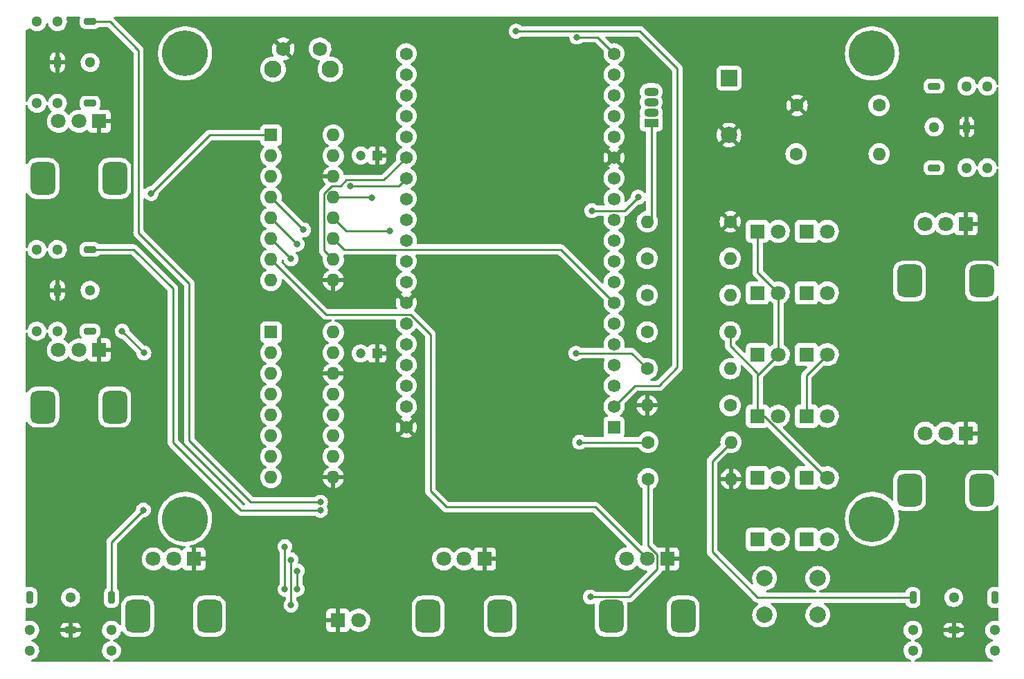
<source format=gbr>
%TF.GenerationSoftware,KiCad,Pcbnew,(6.0.4)*%
%TF.CreationDate,2022-10-02T13:18:34+02:00*%
%TF.ProjectId,Spikeling_V2.2b,5370696b-656c-4696-9e67-5f56322e3262,rev?*%
%TF.SameCoordinates,Original*%
%TF.FileFunction,Copper,L2,Bot*%
%TF.FilePolarity,Positive*%
%FSLAX46Y46*%
G04 Gerber Fmt 4.6, Leading zero omitted, Abs format (unit mm)*
G04 Created by KiCad (PCBNEW (6.0.4)) date 2022-10-02 13:18:34*
%MOMM*%
%LPD*%
G01*
G04 APERTURE LIST*
G04 Aperture macros list*
%AMRoundRect*
0 Rectangle with rounded corners*
0 $1 Rounding radius*
0 $2 $3 $4 $5 $6 $7 $8 $9 X,Y pos of 4 corners*
0 Add a 4 corners polygon primitive as box body*
4,1,4,$2,$3,$4,$5,$6,$7,$8,$9,$2,$3,0*
0 Add four circle primitives for the rounded corners*
1,1,$1+$1,$2,$3*
1,1,$1+$1,$4,$5*
1,1,$1+$1,$6,$7*
1,1,$1+$1,$8,$9*
0 Add four rect primitives between the rounded corners*
20,1,$1+$1,$2,$3,$4,$5,0*
20,1,$1+$1,$4,$5,$6,$7,0*
20,1,$1+$1,$6,$7,$8,$9,0*
20,1,$1+$1,$8,$9,$2,$3,0*%
G04 Aperture macros list end*
%TA.AperFunction,ComponentPad*%
%ADD10O,1.800000X1.070000*%
%TD*%
%TA.AperFunction,ComponentPad*%
%ADD11R,1.800000X1.070000*%
%TD*%
%TA.AperFunction,ComponentPad*%
%ADD12C,5.600000*%
%TD*%
%TA.AperFunction,ComponentPad*%
%ADD13R,1.800000X1.800000*%
%TD*%
%TA.AperFunction,ComponentPad*%
%ADD14C,1.800000*%
%TD*%
%TA.AperFunction,ComponentPad*%
%ADD15C,1.600000*%
%TD*%
%TA.AperFunction,ComponentPad*%
%ADD16O,1.600000X1.600000*%
%TD*%
%TA.AperFunction,ComponentPad*%
%ADD17R,1.600000X1.600000*%
%TD*%
%TA.AperFunction,ComponentPad*%
%ADD18RoundRect,0.750000X-0.750000X1.250000X-0.750000X-1.250000X0.750000X-1.250000X0.750000X1.250000X0*%
%TD*%
%TA.AperFunction,ComponentPad*%
%ADD19C,1.300000*%
%TD*%
%TA.AperFunction,ComponentPad*%
%ADD20RoundRect,0.200000X0.550000X0.200000X-0.550000X0.200000X-0.550000X-0.200000X0.550000X-0.200000X0*%
%TD*%
%TA.AperFunction,ComponentPad*%
%ADD21RoundRect,0.200000X-0.200000X0.550000X-0.200000X-0.550000X0.200000X-0.550000X0.200000X0.550000X0*%
%TD*%
%TA.AperFunction,ComponentPad*%
%ADD22RoundRect,0.200000X-0.550000X-0.200000X0.550000X-0.200000X0.550000X0.200000X-0.550000X0.200000X0*%
%TD*%
%TA.AperFunction,ComponentPad*%
%ADD23RoundRect,0.200000X0.200000X-0.550000X0.200000X0.550000X-0.200000X0.550000X-0.200000X-0.550000X0*%
%TD*%
%TA.AperFunction,ComponentPad*%
%ADD24R,1.200000X1.200000*%
%TD*%
%TA.AperFunction,ComponentPad*%
%ADD25C,1.200000*%
%TD*%
%TA.AperFunction,ComponentPad*%
%ADD26C,2.100000*%
%TD*%
%TA.AperFunction,ComponentPad*%
%ADD27C,1.750000*%
%TD*%
%TA.AperFunction,ComponentPad*%
%ADD28R,2.000000X2.000000*%
%TD*%
%TA.AperFunction,ComponentPad*%
%ADD29C,2.000000*%
%TD*%
%TA.AperFunction,ComponentPad*%
%ADD30R,1.560000X1.560000*%
%TD*%
%TA.AperFunction,ComponentPad*%
%ADD31C,1.560000*%
%TD*%
%TA.AperFunction,ViaPad*%
%ADD32C,0.800000*%
%TD*%
%TA.AperFunction,Conductor*%
%ADD33C,0.250000*%
%TD*%
G04 APERTURE END LIST*
D10*
%TO.P,D14,1,RA*%
%TO.N,/27*%
X177000000Y-62230000D03*
D11*
%TO.P,D14,2,K*%
%TO.N,Net-(R4-Pad2)*%
X177000000Y-63500000D03*
D10*
%TO.P,D14,3,GA*%
%TO.N,/14*%
X177000000Y-60960000D03*
%TO.P,D14,4,BA*%
%TO.N,/12*%
X177000000Y-59690000D03*
%TD*%
D12*
%TO.P, ,1*%
%TO.N,N/C*%
X120000000Y-55000000D03*
%TD*%
D13*
%TO.P,D7,1,K*%
%TO.N,Net-(R8-Pad2)*%
X190000000Y-76779000D03*
D14*
%TO.P,D7,2,A*%
%TO.N,Net-(R9-Pad2)*%
X192540000Y-76779000D03*
%TD*%
D13*
%TO.P,D2,1,K*%
%TO.N,Net-(R7-Pad2)*%
X190000000Y-114504000D03*
D14*
%TO.P,D2,2,A*%
%TO.N,Net-(R6-Pad2)*%
X192540000Y-114504000D03*
%TD*%
D15*
%TO.P,R5,1*%
%TO.N,/39*%
X186660000Y-98100000D03*
D16*
%TO.P,R5,2*%
%TO.N,GNDREF*%
X176500000Y-98100000D03*
%TD*%
D17*
%TO.P,U3,1,CH0*%
%TO.N,/200*%
X130500000Y-89125000D03*
D16*
%TO.P,U3,2,CH1*%
%TO.N,/201*%
X130500000Y-91665000D03*
%TO.P,U3,3,CH2*%
%TO.N,/202*%
X130500000Y-94205000D03*
%TO.P,U3,4,CH3*%
%TO.N,/203*%
X130500000Y-96745000D03*
%TO.P,U3,5,CH4*%
%TO.N,/204*%
X130500000Y-99285000D03*
%TO.P,U3,6,CH5*%
%TO.N,/205*%
X130500000Y-101825000D03*
%TO.P,U3,7,CH6*%
%TO.N,/206*%
X130500000Y-104365000D03*
%TO.P,U3,8,CH7*%
%TO.N,/207*%
X130500000Y-106905000D03*
%TO.P,U3,9,DGND*%
%TO.N,GNDREF*%
X138120000Y-106905000D03*
%TO.P,U3,10,~{CS}/SHDN*%
%TO.N,/04*%
X138120000Y-104365000D03*
%TO.P,U3,11,Din*%
%TO.N,/32*%
X138120000Y-101825000D03*
%TO.P,U3,12,Dout*%
%TO.N,/33*%
X138120000Y-99285000D03*
%TO.P,U3,13,CLK*%
%TO.N,/18*%
X138120000Y-96745000D03*
%TO.P,U3,14,AGND*%
%TO.N,GNDREF*%
X138120000Y-94205000D03*
%TO.P,U3,15,Vref*%
%TO.N,VCC*%
X138120000Y-91665000D03*
%TO.P,U3,16,Vdd*%
X138120000Y-89125000D03*
%TD*%
D13*
%TO.P,RV6,1,1*%
%TO.N,GNDREF*%
X215500000Y-101500000D03*
D14*
%TO.P,RV6,2,2*%
%TO.N,/104*%
X213000000Y-101500000D03*
%TO.P,RV6,3,3*%
%TO.N,VCC*%
X210500000Y-101500000D03*
D18*
%TO.P,RV6,MP*%
%TO.N,N/C*%
X208600000Y-108500000D03*
X217400000Y-108500000D03*
%TD*%
D13*
%TO.P,RV4,1,1*%
%TO.N,GNDREF*%
X179000000Y-116900000D03*
D14*
%TO.P,RV4,2,2*%
%TO.N,/106*%
X176500000Y-116900000D03*
%TO.P,RV4,3,3*%
%TO.N,VCC*%
X174000000Y-116900000D03*
D18*
%TO.P,RV4,MP*%
%TO.N,N/C*%
X180900000Y-123900000D03*
X172100000Y-123900000D03*
%TD*%
D19*
%TO.P,J2,*%
%TO.N,*%
X101882500Y-51100000D03*
X104382500Y-51100000D03*
X108382500Y-56100000D03*
X101882500Y-61100000D03*
X104382500Y-61100000D03*
D20*
%TO.P,J2,R*%
%TO.N,/200*%
X108382500Y-61100000D03*
D21*
%TO.P,J2,S*%
%TO.N,GNDREF*%
X104382500Y-56100000D03*
D20*
%TO.P,J2,T*%
%TO.N,/35*%
X108382500Y-51100000D03*
%TD*%
D19*
%TO.P,J1,*%
%TO.N,*%
X215600000Y-59000000D03*
X215600000Y-69000000D03*
X218100000Y-59000000D03*
X211600000Y-64000000D03*
X218100000Y-69000000D03*
D22*
%TO.P,J1,R*%
%TO.N,Net-(R1-Pad2)*%
X211600000Y-59000000D03*
D23*
%TO.P,J1,S*%
%TO.N,GNDREF*%
X215600000Y-64000000D03*
D22*
%TO.P,J1,T*%
%TO.N,/15*%
X211600000Y-69000000D03*
%TD*%
D13*
%TO.P,RV1,1,1*%
%TO.N,GNDREF*%
X109500000Y-63300000D03*
D14*
%TO.P,RV1,2,2*%
%TO.N,/101*%
X107000000Y-63300000D03*
%TO.P,RV1,3,3*%
%TO.N,VCC*%
X104500000Y-63300000D03*
D18*
%TO.P,RV1,MP*%
%TO.N,N/C*%
X102600000Y-70300000D03*
X111400000Y-70300000D03*
%TD*%
D13*
%TO.P,D4,1,K*%
%TO.N,Net-(R8-Pad2)*%
X190000000Y-99414000D03*
D14*
%TO.P,D4,2,A*%
%TO.N,Net-(R7-Pad2)*%
X192540000Y-99414000D03*
%TD*%
D13*
%TO.P,RV3,1,1*%
%TO.N,GNDREF*%
X121100000Y-116900000D03*
D14*
%TO.P,RV3,2,2*%
%TO.N,/100*%
X118600000Y-116900000D03*
%TO.P,RV3,3,3*%
%TO.N,VCC*%
X116100000Y-116900000D03*
D18*
%TO.P,RV3,MP*%
%TO.N,N/C*%
X123000000Y-123900000D03*
X114200000Y-123900000D03*
%TD*%
D15*
%TO.P,R3,1*%
%TO.N,/22*%
X176600000Y-102600000D03*
D16*
%TO.P,R3,2*%
%TO.N,Net-(R3-Pad2)*%
X186760000Y-102600000D03*
%TD*%
D12*
%TO.P, ,1*%
%TO.N,N/C*%
X204000000Y-55000000D03*
%TD*%
D17*
%TO.P,U2,1,CH0*%
%TO.N,/100*%
X130500000Y-65000000D03*
D16*
%TO.P,U2,2,CH1*%
%TO.N,/101*%
X130500000Y-67540000D03*
%TO.P,U2,3,CH2*%
%TO.N,/102*%
X130500000Y-70080000D03*
%TO.P,U2,4,CH3*%
%TO.N,/103*%
X130500000Y-72620000D03*
%TO.P,U2,5,CH4*%
%TO.N,/104*%
X130500000Y-75160000D03*
%TO.P,U2,6,CH5*%
%TO.N,/105*%
X130500000Y-77700000D03*
%TO.P,U2,7,CH6*%
%TO.N,/106*%
X130500000Y-80240000D03*
%TO.P,U2,8,CH7*%
%TO.N,/107*%
X130500000Y-82780000D03*
%TO.P,U2,9,DGND*%
%TO.N,GNDREF*%
X138120000Y-82780000D03*
%TO.P,U2,10,~{CS}/SHDN*%
%TO.N,/00*%
X138120000Y-80240000D03*
%TO.P,U2,11,Din*%
%TO.N,/32*%
X138120000Y-77700000D03*
%TO.P,U2,12,Dout*%
%TO.N,/33*%
X138120000Y-75160000D03*
%TO.P,U2,13,CLK*%
%TO.N,/18*%
X138120000Y-72620000D03*
%TO.P,U2,14,AGND*%
%TO.N,GNDREF*%
X138120000Y-70080000D03*
%TO.P,U2,15,Vref*%
%TO.N,VCC*%
X138120000Y-67540000D03*
%TO.P,U2,16,Vdd*%
X138120000Y-65000000D03*
%TD*%
D24*
%TO.P,C2,1*%
%TO.N,GNDREF*%
X143472600Y-91750000D03*
D25*
%TO.P,C2,2*%
%TO.N,VCC*%
X141472600Y-91750000D03*
%TD*%
D19*
%TO.P,J5,*%
%TO.N,*%
X219000000Y-125617500D03*
X219000000Y-128117500D03*
X209000000Y-128117500D03*
X214000000Y-121617500D03*
X209000000Y-125617500D03*
D21*
%TO.P,J5,R*%
%TO.N,/26*%
X219000000Y-121617500D03*
D22*
%TO.P,J5,S*%
%TO.N,GNDREF*%
X214000000Y-125617500D03*
D21*
%TO.P,J5,T*%
%TO.N,Net-(R3-Pad2)*%
X209000000Y-121617500D03*
%TD*%
D26*
%TO.P,SW2,*%
%TO.N,*%
X137760000Y-56930000D03*
X130750000Y-56930000D03*
D27*
%TO.P,SW2,1,1*%
%TO.N,GNDREF*%
X132000000Y-54440000D03*
%TO.P,SW2,2,2*%
%TO.N,Net-(SW2-Pad2)*%
X136500000Y-54440000D03*
%TD*%
D13*
%TO.P,D11,1,K*%
%TO.N,Net-(R7-Pad2)*%
X196000000Y-91869000D03*
D14*
%TO.P,D11,2,A*%
%TO.N,Net-(R9-Pad2)*%
X198540000Y-91869000D03*
%TD*%
D13*
%TO.P,D9,1,K*%
%TO.N,Net-(R6-Pad2)*%
X196000000Y-106959000D03*
D14*
%TO.P,D9,2,A*%
%TO.N,Net-(R8-Pad2)*%
X198540000Y-106959000D03*
%TD*%
D24*
%TO.P,C1,1*%
%TO.N,GNDREF*%
X143472600Y-67500000D03*
D25*
%TO.P,C1,2*%
%TO.N,VCC*%
X141472600Y-67500000D03*
%TD*%
D15*
%TO.P,R9,1*%
%TO.N,/21*%
X176500000Y-93600000D03*
D16*
%TO.P,R9,2*%
%TO.N,Net-(R9-Pad2)*%
X186660000Y-93600000D03*
%TD*%
D13*
%TO.P,D13,1,K*%
%TO.N,Net-(R6-Pad2)*%
X196000000Y-76779000D03*
D14*
%TO.P,D13,2,A*%
%TO.N,Net-(R9-Pad2)*%
X198540000Y-76779000D03*
%TD*%
D13*
%TO.P,D12,1,K*%
%TO.N,Net-(R9-Pad2)*%
X196000000Y-84324000D03*
D14*
%TO.P,D12,2,A*%
%TO.N,Net-(R6-Pad2)*%
X198540000Y-84324000D03*
%TD*%
D13*
%TO.P,D10,1,K*%
%TO.N,Net-(R9-Pad2)*%
X196000000Y-99414000D03*
D14*
%TO.P,D10,2,A*%
%TO.N,Net-(R7-Pad2)*%
X198540000Y-99414000D03*
%TD*%
D15*
%TO.P,R1,1*%
%TO.N,/25*%
X194720000Y-67300000D03*
D16*
%TO.P,R1,2*%
%TO.N,Net-(R1-Pad2)*%
X204880000Y-67300000D03*
%TD*%
D13*
%TO.P,D1,1,K*%
%TO.N,GNDREF*%
X138688000Y-124400000D03*
D14*
%TO.P,D1,2,A*%
%TO.N,/202*%
X141228000Y-124400000D03*
%TD*%
D13*
%TO.P,RV7,1,1*%
%TO.N,GNDREF*%
X215500000Y-75872000D03*
D14*
%TO.P,RV7,2,2*%
%TO.N,/105*%
X213000000Y-75872000D03*
%TO.P,RV7,3,3*%
%TO.N,VCC*%
X210500000Y-75872000D03*
D18*
%TO.P,RV7,MP*%
%TO.N,N/C*%
X208600000Y-82872000D03*
X217400000Y-82872000D03*
%TD*%
D13*
%TO.P,RV2,1,1*%
%TO.N,GNDREF*%
X109500000Y-91300000D03*
D14*
%TO.P,RV2,2,2*%
%TO.N,/102*%
X107000000Y-91300000D03*
%TO.P,RV2,3,3*%
%TO.N,VCC*%
X104500000Y-91300000D03*
D18*
%TO.P,RV2,MP*%
%TO.N,N/C*%
X111400000Y-98300000D03*
X102600000Y-98300000D03*
%TD*%
D19*
%TO.P,e,*%
%TO.N,*%
X104382500Y-79000000D03*
X101882500Y-89000000D03*
X101882500Y-79000000D03*
X108382500Y-84000000D03*
X104382500Y-89000000D03*
D20*
%TO.P,e,R*%
%TO.N,/201*%
X108382500Y-89000000D03*
D21*
%TO.P,e,S*%
%TO.N,GNDREF*%
X104382500Y-84000000D03*
D20*
%TO.P,e,T*%
%TO.N,/34*%
X108382500Y-79000000D03*
%TD*%
D13*
%TO.P,D3,1,K*%
%TO.N,Net-(R6-Pad2)*%
X190000000Y-106959000D03*
D14*
%TO.P,D3,2,A*%
%TO.N,Net-(R7-Pad2)*%
X192540000Y-106959000D03*
%TD*%
D12*
%TO.P, ,1*%
%TO.N,N/C*%
X204000000Y-112000000D03*
%TD*%
D13*
%TO.P,D5,1,K*%
%TO.N,Net-(R7-Pad2)*%
X190000000Y-91869000D03*
D14*
%TO.P,D5,2,A*%
%TO.N,Net-(R8-Pad2)*%
X192540000Y-91869000D03*
%TD*%
D19*
%TO.P,J4,*%
%TO.N,*%
X101000000Y-128117500D03*
X111000000Y-125617500D03*
X101000000Y-125617500D03*
X111000000Y-128117500D03*
X106000000Y-121617500D03*
D21*
%TO.P,J4,R*%
%TO.N,/203*%
X111000000Y-121617500D03*
D22*
%TO.P,J4,S*%
%TO.N,GNDREF*%
X106000000Y-125617500D03*
D21*
%TO.P,J4,T*%
%TO.N,unconnected-(J4-PadT)*%
X101000000Y-121617500D03*
%TD*%
D15*
%TO.P,R8,1*%
%TO.N,/19*%
X176500000Y-89100000D03*
D16*
%TO.P,R8,2*%
%TO.N,Net-(R8-Pad2)*%
X186660000Y-89100000D03*
%TD*%
D15*
%TO.P,R2,1*%
%TO.N,/202*%
X176600000Y-107100000D03*
D16*
%TO.P,R2,2*%
%TO.N,GNDREF*%
X186760000Y-107100000D03*
%TD*%
D13*
%TO.P,RV5,1,1*%
%TO.N,GNDREF*%
X156619000Y-116900000D03*
D14*
%TO.P,RV5,2,2*%
%TO.N,/103*%
X154119000Y-116900000D03*
%TO.P,RV5,3,3*%
%TO.N,VCC*%
X151619000Y-116900000D03*
D18*
%TO.P,RV5,MP*%
%TO.N,N/C*%
X149719000Y-123900000D03*
X158519000Y-123900000D03*
%TD*%
D15*
%TO.P,C3,1*%
%TO.N,Net-(R1-Pad2)*%
X204860000Y-61350000D03*
%TO.P,C3,2*%
%TO.N,GNDREF*%
X194830000Y-61350000D03*
%TD*%
%TO.P,R7,1*%
%TO.N,/05*%
X176500000Y-84600000D03*
D16*
%TO.P,R7,2*%
%TO.N,Net-(R7-Pad2)*%
X186660000Y-84600000D03*
%TD*%
D15*
%TO.P,R4,1*%
%TO.N,GNDREF*%
X186680000Y-75600000D03*
D16*
%TO.P,R4,2*%
%TO.N,Net-(R4-Pad2)*%
X176520000Y-75600000D03*
%TD*%
D28*
%TO.P,BZ1,1,-*%
%TO.N,/13*%
X186500000Y-58000000D03*
D29*
%TO.P,BZ1,2,+*%
%TO.N,GNDREF*%
X186500000Y-65000000D03*
%TD*%
D12*
%TO.P, ,1*%
%TO.N,N/C*%
X120000000Y-112000000D03*
%TD*%
D15*
%TO.P,R6,1*%
%TO.N,/02*%
X176500000Y-80100000D03*
D16*
%TO.P,R6,2*%
%TO.N,Net-(R6-Pad2)*%
X186660000Y-80100000D03*
%TD*%
D29*
%TO.P,SW1,1,1*%
%TO.N,/39*%
X190860000Y-119250000D03*
X197360000Y-119250000D03*
%TO.P,SW1,2,2*%
%TO.N,VCC*%
X197360000Y-123750000D03*
X190860000Y-123750000D03*
%TD*%
D30*
%TO.P,U1,1,3V3*%
%TO.N,+3V3*%
X172450000Y-100760000D03*
D31*
%TO.P,U1,2,EN*%
%TO.N,Net-(SW2-Pad2)*%
X172450000Y-98220000D03*
%TO.P,U1,3,SENSOR_VP*%
%TO.N,unconnected-(U1-Pad3)*%
X172450000Y-95680000D03*
%TO.P,U1,4,SENSOR_VN*%
%TO.N,/39*%
X172450000Y-93140000D03*
%TO.P,U1,5,IO34*%
%TO.N,/34*%
X172450000Y-90600000D03*
%TO.P,U1,6,IO35*%
%TO.N,/35*%
X172450000Y-88060000D03*
%TO.P,U1,7,IO32*%
%TO.N,/32*%
X172450000Y-85520000D03*
%TO.P,U1,8,IO33*%
%TO.N,/33*%
X172450000Y-82980000D03*
%TO.P,U1,9,IO25*%
%TO.N,/25*%
X172450000Y-80440000D03*
%TO.P,U1,10,IO26*%
%TO.N,/26*%
X172450000Y-77900000D03*
%TO.P,U1,11,IO27*%
%TO.N,/27*%
X172450000Y-75360000D03*
%TO.P,U1,12,IO14*%
%TO.N,/14*%
X172450000Y-72820000D03*
%TO.P,U1,13,IO12*%
%TO.N,/12*%
X172450000Y-70280000D03*
%TO.P,U1,14,GND1*%
%TO.N,GNDREF*%
X172450000Y-67740000D03*
%TO.P,U1,15,IO13*%
%TO.N,/13*%
X172450000Y-65200000D03*
%TO.P,U1,16,SD2*%
%TO.N,unconnected-(U1-Pad16)*%
X172450000Y-62660000D03*
%TO.P,U1,17,SD3*%
%TO.N,unconnected-(U1-Pad17)*%
X172450000Y-60120000D03*
%TO.P,U1,18,CMD*%
%TO.N,unconnected-(U1-Pad18)*%
X172450000Y-57580000D03*
%TO.P,U1,19,EXT_5V*%
%TO.N,VCC*%
X172450000Y-55040000D03*
%TO.P,U1,20,GND3*%
%TO.N,GNDREF*%
X147050000Y-100760000D03*
%TO.P,U1,21,IO23*%
%TO.N,/23*%
X147050000Y-98220000D03*
%TO.P,U1,22,IO22*%
%TO.N,/22*%
X147050000Y-95680000D03*
%TO.P,U1,23,TXD0*%
%TO.N,unconnected-(U1-Pad23)*%
X147050000Y-93140000D03*
%TO.P,U1,24,RXD0*%
%TO.N,unconnected-(U1-Pad24)*%
X147050000Y-90600000D03*
%TO.P,U1,25,IO21*%
%TO.N,/21*%
X147050000Y-88060000D03*
%TO.P,U1,26,GND2*%
%TO.N,GNDREF*%
X147050000Y-85520000D03*
%TO.P,U1,27,IO19*%
%TO.N,/19*%
X147050000Y-82980000D03*
%TO.P,U1,28,IO18*%
%TO.N,/18*%
X147050000Y-80440000D03*
%TO.P,U1,29,IO5*%
%TO.N,/05*%
X147050000Y-77900000D03*
%TO.P,U1,30,IO17*%
%TO.N,/17*%
X147050000Y-75360000D03*
%TO.P,U1,31,IO16*%
%TO.N,/16*%
X147050000Y-72820000D03*
%TO.P,U1,32,IO4*%
%TO.N,/04*%
X147050000Y-70280000D03*
%TO.P,U1,33,IO0*%
%TO.N,/00*%
X147050000Y-67740000D03*
%TO.P,U1,34,IO2*%
%TO.N,/02*%
X147050000Y-65200000D03*
%TO.P,U1,35,IO15*%
%TO.N,/15*%
X147050000Y-62660000D03*
%TO.P,U1,36,SD1*%
%TO.N,unconnected-(U1-Pad36)*%
X147050000Y-60120000D03*
%TO.P,U1,37,SD0*%
%TO.N,unconnected-(U1-Pad37)*%
X147050000Y-57580000D03*
%TO.P,U1,38,CLK*%
%TO.N,unconnected-(U1-Pad38)*%
X147050000Y-55040000D03*
%TD*%
D13*
%TO.P,D8,1,K*%
%TO.N,Net-(R8-Pad2)*%
X196000000Y-114504000D03*
D14*
%TO.P,D8,2,A*%
%TO.N,Net-(R6-Pad2)*%
X198540000Y-114504000D03*
%TD*%
D13*
%TO.P,D6,1,K*%
%TO.N,Net-(R9-Pad2)*%
X190000000Y-84324000D03*
D14*
%TO.P,D6,2,A*%
%TO.N,Net-(R8-Pad2)*%
X192540000Y-84324000D03*
%TD*%
D32*
%TO.N,/34*%
X136550000Y-110950000D03*
%TO.N,/35*%
X136550000Y-109950000D03*
%TO.N,/22*%
X168250000Y-102600000D03*
%TO.N,/21*%
X167804511Y-91704511D03*
%TO.N,/15*%
X175400000Y-72600000D03*
X169744511Y-74255489D03*
%TO.N,VCC*%
X167900000Y-53000000D03*
%TO.N,/202*%
X132200000Y-120600000D03*
X132200000Y-115400000D03*
X169550000Y-121550000D03*
%TO.N,/203*%
X114900000Y-110900000D03*
%TO.N,/103*%
X134480000Y-76600000D03*
%TO.N,/105*%
X132950000Y-122550000D03*
X132950000Y-117000000D03*
X132950000Y-80150000D03*
%TO.N,/104*%
X133700000Y-78350000D03*
X133700000Y-118350000D03*
X133700000Y-120600000D03*
%TO.N,/201*%
X114965000Y-91665000D03*
X112300000Y-89000000D03*
%TO.N,/33*%
X145000000Y-76750000D03*
%TO.N,/18*%
X142800000Y-72650000D03*
%TO.N,/04*%
X140195489Y-71204511D03*
%TO.N,/100*%
X115850000Y-72150000D03*
%TO.N,Net-(SW2-Pad2)*%
X160474511Y-52275489D03*
%TD*%
D33*
%TO.N,GNDREF*%
X176400000Y-99019022D02*
X176400000Y-98300000D01*
%TO.N,/34*%
X108382500Y-79000000D02*
X113700000Y-79000000D01*
X118500000Y-83800000D02*
X118500000Y-101950000D01*
X126814283Y-110950000D02*
X118500000Y-102635717D01*
X118500000Y-102635717D02*
X118500000Y-101950000D01*
X136550000Y-110950000D02*
X126814283Y-110950000D01*
X113700000Y-79000000D02*
X118500000Y-83800000D01*
%TO.N,/35*%
X114300000Y-54600000D02*
X114300000Y-76950000D01*
X108382500Y-51100000D02*
X110800000Y-51100000D01*
X114300000Y-76950000D02*
X120500000Y-83150000D01*
X110800000Y-51100000D02*
X114300000Y-54600000D01*
X120500000Y-102400000D02*
X128050000Y-109950000D01*
X120500000Y-83150000D02*
X120500000Y-102400000D01*
X128050000Y-109950000D02*
X136550000Y-109950000D01*
%TO.N,/22*%
X168250000Y-102600000D02*
X176600000Y-102600000D01*
%TO.N,/21*%
X176500000Y-93600000D02*
X174604511Y-91704511D01*
X174604511Y-91704511D02*
X167804511Y-91704511D01*
%TO.N,/15*%
X173744511Y-74255489D02*
X169744511Y-74255489D01*
X175400000Y-72600000D02*
X173744511Y-74255489D01*
%TO.N,Net-(R7-Pad2)*%
X192540000Y-107000000D02*
X192540000Y-106225009D01*
%TO.N,Net-(R8-Pad2)*%
X190000000Y-76779000D02*
X190000000Y-81784000D01*
X198353279Y-106959000D02*
X198540000Y-106959000D01*
X190000000Y-99414000D02*
X190000000Y-94409000D01*
X192540000Y-84324000D02*
X192540000Y-91869000D01*
X186660000Y-90810000D02*
X190000000Y-94150000D01*
X190000000Y-94150000D02*
X190000000Y-94409000D01*
X190000000Y-81784000D02*
X192540000Y-84324000D01*
X190808279Y-99414000D02*
X198353279Y-106959000D01*
X190000000Y-94409000D02*
X192540000Y-91869000D01*
X186660000Y-89100000D02*
X186660000Y-90810000D01*
X190000000Y-99414000D02*
X190808279Y-99414000D01*
%TO.N,Net-(R9-Pad2)*%
X196000000Y-94409000D02*
X198540000Y-91869000D01*
X196000000Y-99414000D02*
X196000000Y-94409000D01*
%TO.N,Net-(R4-Pad2)*%
X177000000Y-63500000D02*
X177000000Y-75120000D01*
X177000000Y-75120000D02*
X176520000Y-75600000D01*
%TO.N,/39*%
X191000000Y-118920000D02*
X191000000Y-119250000D01*
%TO.N,VCC*%
X170410000Y-53000000D02*
X172450000Y-55040000D01*
X167900000Y-53000000D02*
X170410000Y-53000000D01*
%TO.N,/202*%
X177724511Y-118175489D02*
X174350000Y-121550000D01*
X132200000Y-115400000D02*
X132200000Y-120600000D01*
X174350000Y-121550000D02*
X169550000Y-121550000D01*
X177724511Y-116392790D02*
X177724511Y-118175489D01*
X140600000Y-124100000D02*
X141574511Y-125074511D01*
X176600000Y-107100000D02*
X176600000Y-115268279D01*
X176600000Y-115268279D02*
X177724511Y-116392790D01*
%TO.N,/203*%
X111000000Y-114800000D02*
X111000000Y-121617500D01*
X114900000Y-110900000D02*
X111000000Y-114800000D01*
%TO.N,/106*%
X137215489Y-86955489D02*
X147555489Y-86955489D01*
X130500000Y-80240000D02*
X137215489Y-86955489D01*
X150000000Y-108600000D02*
X151950000Y-110550000D01*
X170150000Y-110550000D02*
X176500000Y-116900000D01*
X150000000Y-89400000D02*
X150000000Y-108600000D01*
X151950000Y-110550000D02*
X170150000Y-110550000D01*
X147555489Y-86955489D02*
X150000000Y-89400000D01*
%TO.N,/103*%
X130500000Y-72620000D02*
X134480000Y-76600000D01*
%TO.N,/105*%
X132950000Y-117000000D02*
X132950000Y-122550000D01*
X130500000Y-77700000D02*
X132950000Y-80150000D01*
%TO.N,/104*%
X130500000Y-75160000D02*
X133490000Y-78150000D01*
X133500000Y-78150000D02*
X133700000Y-78350000D01*
X133490000Y-78150000D02*
X133500000Y-78150000D01*
X133700000Y-118350000D02*
X133700000Y-120600000D01*
%TO.N,/201*%
X114965000Y-91665000D02*
X112300000Y-89000000D01*
%TO.N,/32*%
X138120000Y-77700000D02*
X139424511Y-79004511D01*
X139424511Y-79004511D02*
X165934511Y-79004511D01*
X165934511Y-79004511D02*
X172450000Y-85520000D01*
%TO.N,/33*%
X139710000Y-76750000D02*
X138120000Y-75160000D01*
X145000000Y-76750000D02*
X139710000Y-76750000D01*
%TO.N,/18*%
X142800000Y-72650000D02*
X142770000Y-72620000D01*
X142770000Y-72620000D02*
X138120000Y-72620000D01*
%TO.N,/04*%
X146125489Y-71204511D02*
X147050000Y-70280000D01*
X140195489Y-71204511D02*
X146125489Y-71204511D01*
%TO.N,/00*%
X144310000Y-70480000D02*
X139720000Y-70480000D01*
X136995489Y-79115489D02*
X138120000Y-80240000D01*
X138995489Y-71204511D02*
X137945189Y-71204511D01*
X139720000Y-70480000D02*
X138995489Y-71204511D01*
X137945189Y-71204511D02*
X136995489Y-72154211D01*
X136995489Y-72154211D02*
X136995489Y-79115489D01*
X147050000Y-67740000D02*
X144310000Y-70480000D01*
%TO.N,/100*%
X123000000Y-65000000D02*
X130500000Y-65000000D01*
X115850000Y-72150000D02*
X123000000Y-65000000D01*
%TO.N,Net-(R3-Pad2)*%
X184450000Y-116050000D02*
X190017500Y-121617500D01*
X186760000Y-102600000D02*
X184450000Y-104910000D01*
X184450000Y-104910000D02*
X184450000Y-116050000D01*
X190017500Y-121617500D02*
X209000000Y-121617500D01*
%TO.N,Net-(SW2-Pad2)*%
X174970000Y-95700000D02*
X177950000Y-95700000D01*
X175625489Y-52275489D02*
X160474511Y-52275489D01*
X172450000Y-98220000D02*
X174970000Y-95700000D01*
X177950000Y-95700000D02*
X180200000Y-93450000D01*
X180200000Y-93450000D02*
X180200000Y-56850000D01*
X180200000Y-56850000D02*
X175625489Y-52275489D01*
%TD*%
%TA.AperFunction,Conductor*%
%TO.N,GNDREF*%
G36*
X107109270Y-50528502D02*
G01*
X107155763Y-50582158D01*
X107165867Y-50652432D01*
X107161383Y-50672179D01*
X107130747Y-50769938D01*
X107124000Y-50843365D01*
X107124000Y-50846263D01*
X107124001Y-51100666D01*
X107124001Y-51356634D01*
X107130747Y-51430062D01*
X107132746Y-51436440D01*
X107132746Y-51436441D01*
X107175735Y-51573617D01*
X107182028Y-51593699D01*
X107270861Y-51740381D01*
X107392119Y-51861639D01*
X107538801Y-51950472D01*
X107546048Y-51952743D01*
X107546050Y-51952744D01*
X107585836Y-51965212D01*
X107702438Y-52001753D01*
X107775865Y-52008500D01*
X107778763Y-52008500D01*
X108384074Y-52008499D01*
X108989134Y-52008499D01*
X108991992Y-52008236D01*
X108992001Y-52008236D01*
X109027504Y-52004974D01*
X109062562Y-52001753D01*
X109068947Y-51999752D01*
X109218950Y-51952744D01*
X109218952Y-51952743D01*
X109226199Y-51950472D01*
X109372881Y-51861639D01*
X109464115Y-51770405D01*
X109526427Y-51736379D01*
X109553210Y-51733500D01*
X110485406Y-51733500D01*
X110553527Y-51753502D01*
X110574501Y-51770405D01*
X113629595Y-54825499D01*
X113663621Y-54887811D01*
X113666500Y-54914594D01*
X113666500Y-76871233D01*
X113665973Y-76882416D01*
X113664298Y-76889909D01*
X113664547Y-76897835D01*
X113664547Y-76897836D01*
X113666438Y-76957986D01*
X113666500Y-76961945D01*
X113666500Y-76989856D01*
X113666997Y-76993790D01*
X113666997Y-76993791D01*
X113667005Y-76993856D01*
X113667938Y-77005693D01*
X113669327Y-77049889D01*
X113673633Y-77064709D01*
X113674978Y-77069339D01*
X113678987Y-77088700D01*
X113681526Y-77108797D01*
X113684445Y-77116168D01*
X113684445Y-77116170D01*
X113697804Y-77149912D01*
X113701649Y-77161142D01*
X113713982Y-77203593D01*
X113718015Y-77210412D01*
X113718017Y-77210417D01*
X113724293Y-77221028D01*
X113732988Y-77238776D01*
X113740448Y-77257617D01*
X113745110Y-77264033D01*
X113745110Y-77264034D01*
X113766436Y-77293387D01*
X113772952Y-77303307D01*
X113795458Y-77341362D01*
X113809779Y-77355683D01*
X113822619Y-77370716D01*
X113834528Y-77387107D01*
X113857024Y-77405717D01*
X113868605Y-77415298D01*
X113877384Y-77423288D01*
X119829595Y-83375500D01*
X119863621Y-83437812D01*
X119866500Y-83464595D01*
X119866500Y-102321233D01*
X119865973Y-102332416D01*
X119864298Y-102339909D01*
X119864547Y-102347835D01*
X119864547Y-102347836D01*
X119866438Y-102407986D01*
X119866500Y-102411945D01*
X119866500Y-102439856D01*
X119866997Y-102443790D01*
X119866997Y-102443791D01*
X119867005Y-102443856D01*
X119867938Y-102455693D01*
X119869327Y-102499889D01*
X119874978Y-102519339D01*
X119878987Y-102538700D01*
X119881526Y-102558797D01*
X119884445Y-102566168D01*
X119884445Y-102566170D01*
X119897804Y-102599912D01*
X119901649Y-102611142D01*
X119909468Y-102638056D01*
X119913982Y-102653593D01*
X119918015Y-102660412D01*
X119918017Y-102660417D01*
X119924293Y-102671028D01*
X119932988Y-102688776D01*
X119940448Y-102707617D01*
X119945110Y-102714033D01*
X119945110Y-102714034D01*
X119966436Y-102743387D01*
X119972952Y-102753307D01*
X119990729Y-102783365D01*
X119995458Y-102791362D01*
X120009779Y-102805683D01*
X120022619Y-102820716D01*
X120034528Y-102837107D01*
X120046316Y-102846859D01*
X120068605Y-102865298D01*
X120077384Y-102873288D01*
X127305501Y-110101405D01*
X127339527Y-110163717D01*
X127334462Y-110234532D01*
X127291915Y-110291368D01*
X127225395Y-110316179D01*
X127216406Y-110316500D01*
X127128877Y-110316500D01*
X127060756Y-110296498D01*
X127039782Y-110279595D01*
X119170405Y-102410217D01*
X119136379Y-102347905D01*
X119133500Y-102321122D01*
X119133500Y-83878767D01*
X119134027Y-83867584D01*
X119135702Y-83860091D01*
X119133562Y-83792014D01*
X119133500Y-83788055D01*
X119133500Y-83760144D01*
X119132995Y-83756144D01*
X119132062Y-83744301D01*
X119130922Y-83708029D01*
X119130673Y-83700110D01*
X119125022Y-83680658D01*
X119121014Y-83661306D01*
X119119467Y-83649063D01*
X119118474Y-83641203D01*
X119113325Y-83628197D01*
X119102200Y-83600097D01*
X119098355Y-83588870D01*
X119096665Y-83583052D01*
X119086018Y-83546407D01*
X119075707Y-83528972D01*
X119067012Y-83511224D01*
X119059552Y-83492383D01*
X119040391Y-83466009D01*
X119033564Y-83456613D01*
X119027048Y-83446693D01*
X119008580Y-83415465D01*
X119008578Y-83415462D01*
X119004542Y-83408638D01*
X118990221Y-83394317D01*
X118977380Y-83379283D01*
X118974897Y-83375866D01*
X118965472Y-83362893D01*
X118931395Y-83334702D01*
X118922616Y-83326712D01*
X114203652Y-78607747D01*
X114196112Y-78599461D01*
X114192000Y-78592982D01*
X114142348Y-78546356D01*
X114139507Y-78543602D01*
X114119770Y-78523865D01*
X114116573Y-78521385D01*
X114107551Y-78513680D01*
X114099693Y-78506301D01*
X114075321Y-78483414D01*
X114068375Y-78479595D01*
X114068372Y-78479593D01*
X114057566Y-78473652D01*
X114041047Y-78462801D01*
X114037117Y-78459753D01*
X114025041Y-78450386D01*
X114017772Y-78447241D01*
X114017768Y-78447238D01*
X113984463Y-78432826D01*
X113973813Y-78427609D01*
X113935060Y-78406305D01*
X113915437Y-78401267D01*
X113896734Y-78394863D01*
X113885420Y-78389967D01*
X113885419Y-78389967D01*
X113878145Y-78386819D01*
X113870322Y-78385580D01*
X113870312Y-78385577D01*
X113834476Y-78379901D01*
X113822856Y-78377495D01*
X113787711Y-78368472D01*
X113787710Y-78368472D01*
X113780030Y-78366500D01*
X113759776Y-78366500D01*
X113740065Y-78364949D01*
X113727886Y-78363020D01*
X113720057Y-78361780D01*
X113712165Y-78362526D01*
X113676039Y-78365941D01*
X113664181Y-78366500D01*
X109553210Y-78366500D01*
X109485089Y-78346498D01*
X109464115Y-78329595D01*
X109372881Y-78238361D01*
X109226199Y-78149528D01*
X109218952Y-78147257D01*
X109218950Y-78147256D01*
X109129167Y-78119120D01*
X109062562Y-78098247D01*
X108989135Y-78091500D01*
X108986237Y-78091500D01*
X108380926Y-78091501D01*
X107775866Y-78091501D01*
X107773008Y-78091764D01*
X107772999Y-78091764D01*
X107739021Y-78094886D01*
X107702438Y-78098247D01*
X107696060Y-78100246D01*
X107696059Y-78100246D01*
X107546050Y-78147256D01*
X107546048Y-78147257D01*
X107538801Y-78149528D01*
X107392119Y-78238361D01*
X107270861Y-78359619D01*
X107182028Y-78506301D01*
X107179757Y-78513548D01*
X107179756Y-78513550D01*
X107168482Y-78549527D01*
X107130747Y-78669938D01*
X107124000Y-78743365D01*
X107124000Y-78746263D01*
X107124001Y-79000665D01*
X107124001Y-79256634D01*
X107124264Y-79259492D01*
X107124264Y-79259501D01*
X107125639Y-79274465D01*
X107130747Y-79330062D01*
X107132746Y-79336440D01*
X107132746Y-79336441D01*
X107174957Y-79471134D01*
X107182028Y-79493699D01*
X107270861Y-79640381D01*
X107392119Y-79761639D01*
X107538801Y-79850472D01*
X107546048Y-79852743D01*
X107546050Y-79852744D01*
X107590259Y-79866598D01*
X107702438Y-79901753D01*
X107775865Y-79908500D01*
X107778763Y-79908500D01*
X108384074Y-79908499D01*
X108989134Y-79908499D01*
X108991992Y-79908236D01*
X108992001Y-79908236D01*
X109027504Y-79904974D01*
X109062562Y-79901753D01*
X109068947Y-79899752D01*
X109218950Y-79852744D01*
X109218952Y-79852743D01*
X109226199Y-79850472D01*
X109372881Y-79761639D01*
X109464115Y-79670405D01*
X109526427Y-79636379D01*
X109553210Y-79633500D01*
X113385406Y-79633500D01*
X113453527Y-79653502D01*
X113474501Y-79670405D01*
X117829595Y-84025500D01*
X117863621Y-84087812D01*
X117866500Y-84114595D01*
X117866500Y-102556950D01*
X117865973Y-102568133D01*
X117864298Y-102575626D01*
X117864547Y-102583552D01*
X117864547Y-102583553D01*
X117866438Y-102643703D01*
X117866500Y-102647662D01*
X117866500Y-102675573D01*
X117866997Y-102679507D01*
X117866997Y-102679508D01*
X117867005Y-102679573D01*
X117867938Y-102691410D01*
X117869327Y-102735606D01*
X117871588Y-102743387D01*
X117874978Y-102755056D01*
X117878987Y-102774417D01*
X117881526Y-102794514D01*
X117884445Y-102801885D01*
X117884445Y-102801887D01*
X117897804Y-102835629D01*
X117901649Y-102846859D01*
X117907006Y-102865298D01*
X117913982Y-102889310D01*
X117918015Y-102896129D01*
X117918017Y-102896134D01*
X117924293Y-102906745D01*
X117932988Y-102924493D01*
X117940448Y-102943334D01*
X117945110Y-102949750D01*
X117945110Y-102949751D01*
X117966436Y-102979104D01*
X117972952Y-102989024D01*
X117987278Y-103013247D01*
X117995458Y-103027079D01*
X118009779Y-103041400D01*
X118022619Y-103056433D01*
X118034528Y-103072824D01*
X118040634Y-103077875D01*
X118068605Y-103101015D01*
X118077384Y-103109005D01*
X126310631Y-111342253D01*
X126318171Y-111350539D01*
X126322283Y-111357018D01*
X126328060Y-111362443D01*
X126371934Y-111403643D01*
X126374776Y-111406398D01*
X126394513Y-111426135D01*
X126397710Y-111428615D01*
X126406730Y-111436318D01*
X126438962Y-111466586D01*
X126445908Y-111470405D01*
X126445911Y-111470407D01*
X126456717Y-111476348D01*
X126473236Y-111487199D01*
X126489242Y-111499614D01*
X126496511Y-111502759D01*
X126496515Y-111502762D01*
X126529820Y-111517174D01*
X126540470Y-111522391D01*
X126579223Y-111543695D01*
X126586898Y-111545666D01*
X126586899Y-111545666D01*
X126598845Y-111548733D01*
X126617550Y-111555137D01*
X126636138Y-111563181D01*
X126643961Y-111564420D01*
X126643971Y-111564423D01*
X126679807Y-111570099D01*
X126691427Y-111572505D01*
X126726572Y-111581528D01*
X126734253Y-111583500D01*
X126754507Y-111583500D01*
X126774217Y-111585051D01*
X126794226Y-111588220D01*
X126802118Y-111587474D01*
X126838244Y-111584059D01*
X126850102Y-111583500D01*
X135841800Y-111583500D01*
X135909921Y-111603502D01*
X135929147Y-111619843D01*
X135929420Y-111619540D01*
X135934332Y-111623963D01*
X135938747Y-111628866D01*
X136093248Y-111741118D01*
X136099276Y-111743802D01*
X136099278Y-111743803D01*
X136261681Y-111816109D01*
X136267712Y-111818794D01*
X136361113Y-111838647D01*
X136448056Y-111857128D01*
X136448061Y-111857128D01*
X136454513Y-111858500D01*
X136645487Y-111858500D01*
X136651939Y-111857128D01*
X136651944Y-111857128D01*
X136738887Y-111838647D01*
X136832288Y-111818794D01*
X136838319Y-111816109D01*
X137000722Y-111743803D01*
X137000724Y-111743802D01*
X137006752Y-111741118D01*
X137161253Y-111628866D01*
X137197851Y-111588220D01*
X137284621Y-111491852D01*
X137284622Y-111491851D01*
X137289040Y-111486944D01*
X137384527Y-111321556D01*
X137443542Y-111139928D01*
X137447449Y-111102761D01*
X137462814Y-110956565D01*
X137463504Y-110950000D01*
X137443542Y-110760072D01*
X137384527Y-110578444D01*
X137346743Y-110513000D01*
X137330005Y-110444005D01*
X137346743Y-110387000D01*
X137381223Y-110327279D01*
X137381224Y-110327278D01*
X137384527Y-110321556D01*
X137443542Y-110139928D01*
X137448122Y-110096357D01*
X137462814Y-109956565D01*
X137463504Y-109950000D01*
X137443542Y-109760072D01*
X137384527Y-109578444D01*
X137289040Y-109413056D01*
X137161253Y-109271134D01*
X137006752Y-109158882D01*
X137000724Y-109156198D01*
X137000722Y-109156197D01*
X136838319Y-109083891D01*
X136838318Y-109083891D01*
X136832288Y-109081206D01*
X136738887Y-109061353D01*
X136651944Y-109042872D01*
X136651939Y-109042872D01*
X136645487Y-109041500D01*
X136454513Y-109041500D01*
X136448061Y-109042872D01*
X136448056Y-109042872D01*
X136361113Y-109061353D01*
X136267712Y-109081206D01*
X136261682Y-109083891D01*
X136261681Y-109083891D01*
X136099278Y-109156197D01*
X136099276Y-109156198D01*
X136093248Y-109158882D01*
X135938747Y-109271134D01*
X135934332Y-109276037D01*
X135929420Y-109280460D01*
X135928295Y-109279211D01*
X135874986Y-109312051D01*
X135841800Y-109316500D01*
X128364595Y-109316500D01*
X128296474Y-109296498D01*
X128275500Y-109279595D01*
X125900905Y-106905000D01*
X129186502Y-106905000D01*
X129206457Y-107133087D01*
X129207881Y-107138400D01*
X129207881Y-107138402D01*
X129260132Y-107333402D01*
X129265716Y-107354243D01*
X129268039Y-107359224D01*
X129268039Y-107359225D01*
X129360151Y-107556762D01*
X129360154Y-107556767D01*
X129362477Y-107561749D01*
X129365634Y-107566257D01*
X129446873Y-107682278D01*
X129493802Y-107749300D01*
X129655700Y-107911198D01*
X129660208Y-107914355D01*
X129660211Y-107914357D01*
X129696072Y-107939467D01*
X129843251Y-108042523D01*
X129848233Y-108044846D01*
X129848238Y-108044849D01*
X130044765Y-108136490D01*
X130050757Y-108139284D01*
X130056065Y-108140706D01*
X130056067Y-108140707D01*
X130266598Y-108197119D01*
X130266600Y-108197119D01*
X130271913Y-108198543D01*
X130500000Y-108218498D01*
X130728087Y-108198543D01*
X130733400Y-108197119D01*
X130733402Y-108197119D01*
X130943933Y-108140707D01*
X130943935Y-108140706D01*
X130949243Y-108139284D01*
X130955235Y-108136490D01*
X131151762Y-108044849D01*
X131151767Y-108044846D01*
X131156749Y-108042523D01*
X131303928Y-107939467D01*
X131339789Y-107914357D01*
X131339792Y-107914355D01*
X131344300Y-107911198D01*
X131506198Y-107749300D01*
X131553128Y-107682278D01*
X131634366Y-107566257D01*
X131637523Y-107561749D01*
X131639846Y-107556767D01*
X131639849Y-107556762D01*
X131731961Y-107359225D01*
X131731961Y-107359224D01*
X131734284Y-107354243D01*
X131739869Y-107333402D01*
X131783245Y-107171522D01*
X136837273Y-107171522D01*
X136884764Y-107348761D01*
X136888510Y-107359053D01*
X136980586Y-107556511D01*
X136986069Y-107566007D01*
X137111028Y-107744467D01*
X137118084Y-107752875D01*
X137272125Y-107906916D01*
X137280533Y-107913972D01*
X137458993Y-108038931D01*
X137468489Y-108044414D01*
X137665947Y-108136490D01*
X137676239Y-108140236D01*
X137848503Y-108186394D01*
X137862599Y-108186058D01*
X137866000Y-108178116D01*
X137866000Y-108172967D01*
X138374000Y-108172967D01*
X138377973Y-108186498D01*
X138386522Y-108187727D01*
X138563761Y-108140236D01*
X138574053Y-108136490D01*
X138771511Y-108044414D01*
X138781007Y-108038931D01*
X138959467Y-107913972D01*
X138967875Y-107906916D01*
X139121916Y-107752875D01*
X139128972Y-107744467D01*
X139253931Y-107566007D01*
X139259414Y-107556511D01*
X139351490Y-107359053D01*
X139355236Y-107348761D01*
X139401394Y-107176497D01*
X139401058Y-107162401D01*
X139393116Y-107159000D01*
X138392115Y-107159000D01*
X138376876Y-107163475D01*
X138375671Y-107164865D01*
X138374000Y-107172548D01*
X138374000Y-108172967D01*
X137866000Y-108172967D01*
X137866000Y-107177115D01*
X137861525Y-107161876D01*
X137860135Y-107160671D01*
X137852452Y-107159000D01*
X136852033Y-107159000D01*
X136838502Y-107162973D01*
X136837273Y-107171522D01*
X131783245Y-107171522D01*
X131792119Y-107138402D01*
X131792119Y-107138400D01*
X131793543Y-107133087D01*
X131813498Y-106905000D01*
X131793543Y-106676913D01*
X131792119Y-106671598D01*
X131735707Y-106461067D01*
X131735706Y-106461065D01*
X131734284Y-106455757D01*
X131730778Y-106448238D01*
X131639849Y-106253238D01*
X131639846Y-106253233D01*
X131637523Y-106248251D01*
X131531381Y-106096665D01*
X131509357Y-106065211D01*
X131509355Y-106065208D01*
X131506198Y-106060700D01*
X131344300Y-105898802D01*
X131339792Y-105895645D01*
X131339789Y-105895643D01*
X131230248Y-105818942D01*
X131156749Y-105767477D01*
X131151767Y-105765154D01*
X131151762Y-105765151D01*
X131117543Y-105749195D01*
X131064258Y-105702278D01*
X131044797Y-105634001D01*
X131065339Y-105566041D01*
X131117543Y-105520805D01*
X131151762Y-105504849D01*
X131151767Y-105504846D01*
X131156749Y-105502523D01*
X131306427Y-105397717D01*
X131339789Y-105374357D01*
X131339792Y-105374355D01*
X131344300Y-105371198D01*
X131506198Y-105209300D01*
X131637523Y-105021749D01*
X131639846Y-105016767D01*
X131639849Y-105016762D01*
X131731961Y-104819225D01*
X131731961Y-104819224D01*
X131734284Y-104814243D01*
X131771611Y-104674940D01*
X131792119Y-104598402D01*
X131792119Y-104598400D01*
X131793543Y-104593087D01*
X131813498Y-104365000D01*
X136806502Y-104365000D01*
X136826457Y-104593087D01*
X136827881Y-104598400D01*
X136827881Y-104598402D01*
X136848390Y-104674940D01*
X136885716Y-104814243D01*
X136888039Y-104819224D01*
X136888039Y-104819225D01*
X136980151Y-105016762D01*
X136980154Y-105016767D01*
X136982477Y-105021749D01*
X137113802Y-105209300D01*
X137275700Y-105371198D01*
X137280208Y-105374355D01*
X137280211Y-105374357D01*
X137313573Y-105397717D01*
X137463251Y-105502523D01*
X137468233Y-105504846D01*
X137468238Y-105504849D01*
X137503049Y-105521081D01*
X137556334Y-105567998D01*
X137575795Y-105636275D01*
X137555253Y-105704235D01*
X137503049Y-105749471D01*
X137468489Y-105765586D01*
X137458993Y-105771069D01*
X137280533Y-105896028D01*
X137272125Y-105903084D01*
X137118084Y-106057125D01*
X137111028Y-106065533D01*
X136986069Y-106243993D01*
X136980586Y-106253489D01*
X136888510Y-106450947D01*
X136884764Y-106461239D01*
X136838606Y-106633503D01*
X136838942Y-106647599D01*
X136846884Y-106651000D01*
X139387967Y-106651000D01*
X139401498Y-106647027D01*
X139402727Y-106638478D01*
X139355236Y-106461239D01*
X139351490Y-106450947D01*
X139259414Y-106253489D01*
X139253931Y-106243993D01*
X139128972Y-106065533D01*
X139121916Y-106057125D01*
X138967875Y-105903084D01*
X138959467Y-105896028D01*
X138781007Y-105771069D01*
X138771511Y-105765586D01*
X138736951Y-105749471D01*
X138683666Y-105702554D01*
X138664205Y-105634277D01*
X138684747Y-105566317D01*
X138736951Y-105521081D01*
X138771762Y-105504849D01*
X138771767Y-105504846D01*
X138776749Y-105502523D01*
X138926427Y-105397717D01*
X138959789Y-105374357D01*
X138959792Y-105374355D01*
X138964300Y-105371198D01*
X139126198Y-105209300D01*
X139257523Y-105021749D01*
X139259846Y-105016767D01*
X139259849Y-105016762D01*
X139351961Y-104819225D01*
X139351961Y-104819224D01*
X139354284Y-104814243D01*
X139391611Y-104674940D01*
X139412119Y-104598402D01*
X139412119Y-104598400D01*
X139413543Y-104593087D01*
X139433498Y-104365000D01*
X139413543Y-104136913D01*
X139354284Y-103915757D01*
X139343926Y-103893543D01*
X139259849Y-103713238D01*
X139259846Y-103713233D01*
X139257523Y-103708251D01*
X139126198Y-103520700D01*
X138964300Y-103358802D01*
X138959792Y-103355645D01*
X138959789Y-103355643D01*
X138855685Y-103282749D01*
X138776749Y-103227477D01*
X138771767Y-103225154D01*
X138771762Y-103225151D01*
X138737543Y-103209195D01*
X138684258Y-103162278D01*
X138664797Y-103094001D01*
X138685339Y-103026041D01*
X138737543Y-102980805D01*
X138771762Y-102964849D01*
X138771767Y-102964846D01*
X138776749Y-102962523D01*
X138893238Y-102880956D01*
X138959789Y-102834357D01*
X138959792Y-102834355D01*
X138964300Y-102831198D01*
X139126198Y-102669300D01*
X139134300Y-102657730D01*
X139203573Y-102558797D01*
X139257523Y-102481749D01*
X139259846Y-102476767D01*
X139259849Y-102476762D01*
X139351961Y-102279225D01*
X139351961Y-102279224D01*
X139354284Y-102274243D01*
X139368090Y-102222721D01*
X139412119Y-102058402D01*
X139412119Y-102058400D01*
X139413543Y-102053087D01*
X139432912Y-101831702D01*
X146342853Y-101831702D01*
X146352149Y-101843717D01*
X146399032Y-101876545D01*
X146408527Y-101882028D01*
X146602810Y-101972622D01*
X146613106Y-101976370D01*
X146820177Y-102031855D01*
X146830964Y-102033757D01*
X147044525Y-102052441D01*
X147055475Y-102052441D01*
X147269036Y-102033757D01*
X147279823Y-102031855D01*
X147486894Y-101976370D01*
X147497190Y-101972622D01*
X147691473Y-101882028D01*
X147700968Y-101876545D01*
X147748689Y-101843130D01*
X147757064Y-101832653D01*
X147749996Y-101819206D01*
X147062812Y-101132022D01*
X147048868Y-101124408D01*
X147047035Y-101124539D01*
X147040420Y-101128790D01*
X146349283Y-101819927D01*
X146342853Y-101831702D01*
X139432912Y-101831702D01*
X139433498Y-101825000D01*
X139413543Y-101596913D01*
X139378367Y-101465634D01*
X139355707Y-101381067D01*
X139355706Y-101381065D01*
X139354284Y-101375757D01*
X139321746Y-101305978D01*
X139259849Y-101173238D01*
X139259846Y-101173233D01*
X139257523Y-101168251D01*
X139184098Y-101063389D01*
X139129357Y-100985211D01*
X139129355Y-100985208D01*
X139126198Y-100980700D01*
X138964300Y-100818802D01*
X138959792Y-100815645D01*
X138959789Y-100815643D01*
X138888141Y-100765475D01*
X145757559Y-100765475D01*
X145776243Y-100979036D01*
X145778145Y-100989823D01*
X145833630Y-101196894D01*
X145837378Y-101207190D01*
X145927972Y-101401473D01*
X145933455Y-101410968D01*
X145966870Y-101458689D01*
X145977347Y-101467064D01*
X145990794Y-101459996D01*
X146677978Y-100772812D01*
X146684356Y-100761132D01*
X147414408Y-100761132D01*
X147414539Y-100762965D01*
X147418790Y-100769580D01*
X148109927Y-101460717D01*
X148121702Y-101467147D01*
X148133717Y-101457851D01*
X148166545Y-101410968D01*
X148172028Y-101401473D01*
X148262622Y-101207190D01*
X148266370Y-101196894D01*
X148321855Y-100989823D01*
X148323757Y-100979036D01*
X148342441Y-100765475D01*
X148342441Y-100754525D01*
X148323757Y-100540964D01*
X148321855Y-100530177D01*
X148266370Y-100323106D01*
X148262622Y-100312810D01*
X148172028Y-100118527D01*
X148166545Y-100109032D01*
X148133130Y-100061311D01*
X148122653Y-100052936D01*
X148109206Y-100060004D01*
X147422022Y-100747188D01*
X147414408Y-100761132D01*
X146684356Y-100761132D01*
X146685592Y-100758868D01*
X146685461Y-100757035D01*
X146681210Y-100750420D01*
X145990073Y-100059283D01*
X145978298Y-100052853D01*
X145966283Y-100062149D01*
X145933455Y-100109032D01*
X145927972Y-100118527D01*
X145837378Y-100312810D01*
X145833630Y-100323106D01*
X145778145Y-100530177D01*
X145776243Y-100540964D01*
X145757559Y-100754525D01*
X145757559Y-100765475D01*
X138888141Y-100765475D01*
X138872503Y-100754525D01*
X138776749Y-100687477D01*
X138771767Y-100685154D01*
X138771762Y-100685151D01*
X138737543Y-100669195D01*
X138684258Y-100622278D01*
X138664797Y-100554001D01*
X138685339Y-100486041D01*
X138737543Y-100440805D01*
X138771762Y-100424849D01*
X138771767Y-100424846D01*
X138776749Y-100422523D01*
X138933435Y-100312810D01*
X138959789Y-100294357D01*
X138959792Y-100294355D01*
X138964300Y-100291198D01*
X139126198Y-100129300D01*
X139129652Y-100124368D01*
X139254366Y-99946257D01*
X139257523Y-99941749D01*
X139259846Y-99936767D01*
X139259849Y-99936762D01*
X139351961Y-99739225D01*
X139351961Y-99739224D01*
X139354284Y-99734243D01*
X139369815Y-99676283D01*
X139412119Y-99518402D01*
X139412119Y-99518400D01*
X139413543Y-99513087D01*
X139433498Y-99285000D01*
X139413543Y-99056913D01*
X139385913Y-98953797D01*
X139355707Y-98841067D01*
X139355706Y-98841065D01*
X139354284Y-98835757D01*
X139351961Y-98830775D01*
X139259849Y-98633238D01*
X139259846Y-98633233D01*
X139257523Y-98628251D01*
X139146212Y-98469283D01*
X139129357Y-98445211D01*
X139129355Y-98445208D01*
X139126198Y-98440700D01*
X138964300Y-98278802D01*
X138959792Y-98275645D01*
X138959789Y-98275643D01*
X138872503Y-98214525D01*
X138776749Y-98147477D01*
X138771767Y-98145154D01*
X138771762Y-98145151D01*
X138737543Y-98129195D01*
X138684258Y-98082278D01*
X138664797Y-98014001D01*
X138685339Y-97946041D01*
X138737543Y-97900805D01*
X138771762Y-97884849D01*
X138771767Y-97884846D01*
X138776749Y-97882523D01*
X138881611Y-97809098D01*
X138959789Y-97754357D01*
X138959792Y-97754355D01*
X138964300Y-97751198D01*
X139126198Y-97589300D01*
X139133922Y-97578270D01*
X139254366Y-97406257D01*
X139257523Y-97401749D01*
X139259846Y-97396767D01*
X139259849Y-97396762D01*
X139351961Y-97199225D01*
X139351961Y-97199224D01*
X139354284Y-97194243D01*
X139380196Y-97097541D01*
X139412119Y-96978402D01*
X139412119Y-96978400D01*
X139413543Y-96973087D01*
X139433498Y-96745000D01*
X139413543Y-96516913D01*
X139404920Y-96484732D01*
X139355707Y-96301067D01*
X139355706Y-96301065D01*
X139354284Y-96295757D01*
X139338762Y-96262469D01*
X139259849Y-96093238D01*
X139259846Y-96093233D01*
X139257523Y-96088251D01*
X139160771Y-95950075D01*
X139129357Y-95905211D01*
X139129355Y-95905208D01*
X139126198Y-95900700D01*
X138964300Y-95738802D01*
X138959792Y-95735645D01*
X138959789Y-95735643D01*
X138872503Y-95674525D01*
X138776749Y-95607477D01*
X138771767Y-95605154D01*
X138771762Y-95605151D01*
X138736951Y-95588919D01*
X138683666Y-95542002D01*
X138664205Y-95473725D01*
X138684747Y-95405765D01*
X138736951Y-95360529D01*
X138771511Y-95344414D01*
X138781007Y-95338931D01*
X138959467Y-95213972D01*
X138967875Y-95206916D01*
X139121916Y-95052875D01*
X139128972Y-95044467D01*
X139253931Y-94866007D01*
X139259414Y-94856511D01*
X139351490Y-94659053D01*
X139355236Y-94648761D01*
X139401394Y-94476497D01*
X139401058Y-94462401D01*
X139393116Y-94459000D01*
X136852033Y-94459000D01*
X136838502Y-94462973D01*
X136837273Y-94471522D01*
X136884764Y-94648761D01*
X136888510Y-94659053D01*
X136980586Y-94856511D01*
X136986069Y-94866007D01*
X137111028Y-95044467D01*
X137118084Y-95052875D01*
X137272125Y-95206916D01*
X137280533Y-95213972D01*
X137458993Y-95338931D01*
X137468489Y-95344414D01*
X137503049Y-95360529D01*
X137556334Y-95407446D01*
X137575795Y-95475723D01*
X137555253Y-95543683D01*
X137503049Y-95588919D01*
X137468238Y-95605151D01*
X137468233Y-95605154D01*
X137463251Y-95607477D01*
X137367497Y-95674525D01*
X137280211Y-95735643D01*
X137280208Y-95735645D01*
X137275700Y-95738802D01*
X137113802Y-95900700D01*
X137110645Y-95905208D01*
X137110643Y-95905211D01*
X137079229Y-95950075D01*
X136982477Y-96088251D01*
X136980154Y-96093233D01*
X136980151Y-96093238D01*
X136901238Y-96262469D01*
X136885716Y-96295757D01*
X136884294Y-96301065D01*
X136884293Y-96301067D01*
X136835080Y-96484732D01*
X136826457Y-96516913D01*
X136806502Y-96745000D01*
X136826457Y-96973087D01*
X136827881Y-96978400D01*
X136827881Y-96978402D01*
X136859805Y-97097541D01*
X136885716Y-97194243D01*
X136888039Y-97199224D01*
X136888039Y-97199225D01*
X136980151Y-97396762D01*
X136980154Y-97396767D01*
X136982477Y-97401749D01*
X136985634Y-97406257D01*
X137106079Y-97578270D01*
X137113802Y-97589300D01*
X137275700Y-97751198D01*
X137280208Y-97754355D01*
X137280211Y-97754357D01*
X137358389Y-97809098D01*
X137463251Y-97882523D01*
X137468233Y-97884846D01*
X137468238Y-97884849D01*
X137502457Y-97900805D01*
X137555742Y-97947722D01*
X137575203Y-98015999D01*
X137554661Y-98083959D01*
X137502457Y-98129195D01*
X137468238Y-98145151D01*
X137468233Y-98145154D01*
X137463251Y-98147477D01*
X137367497Y-98214525D01*
X137280211Y-98275643D01*
X137280208Y-98275645D01*
X137275700Y-98278802D01*
X137113802Y-98440700D01*
X137110645Y-98445208D01*
X137110643Y-98445211D01*
X137093788Y-98469283D01*
X136982477Y-98628251D01*
X136980154Y-98633233D01*
X136980151Y-98633238D01*
X136888039Y-98830775D01*
X136885716Y-98835757D01*
X136884294Y-98841065D01*
X136884293Y-98841067D01*
X136854087Y-98953797D01*
X136826457Y-99056913D01*
X136806502Y-99285000D01*
X136826457Y-99513087D01*
X136827881Y-99518400D01*
X136827881Y-99518402D01*
X136870186Y-99676283D01*
X136885716Y-99734243D01*
X136888039Y-99739224D01*
X136888039Y-99739225D01*
X136980151Y-99936762D01*
X136980154Y-99936767D01*
X136982477Y-99941749D01*
X136985634Y-99946257D01*
X137110349Y-100124368D01*
X137113802Y-100129300D01*
X137275700Y-100291198D01*
X137280208Y-100294355D01*
X137280211Y-100294357D01*
X137306565Y-100312810D01*
X137463251Y-100422523D01*
X137468233Y-100424846D01*
X137468238Y-100424849D01*
X137502457Y-100440805D01*
X137555742Y-100487722D01*
X137575203Y-100555999D01*
X137554661Y-100623959D01*
X137502457Y-100669195D01*
X137468238Y-100685151D01*
X137468233Y-100685154D01*
X137463251Y-100687477D01*
X137367497Y-100754525D01*
X137280211Y-100815643D01*
X137280208Y-100815645D01*
X137275700Y-100818802D01*
X137113802Y-100980700D01*
X137110645Y-100985208D01*
X137110643Y-100985211D01*
X137055902Y-101063389D01*
X136982477Y-101168251D01*
X136980154Y-101173233D01*
X136980151Y-101173238D01*
X136918254Y-101305978D01*
X136885716Y-101375757D01*
X136884294Y-101381065D01*
X136884293Y-101381067D01*
X136861633Y-101465634D01*
X136826457Y-101596913D01*
X136806502Y-101825000D01*
X136826457Y-102053087D01*
X136827881Y-102058400D01*
X136827881Y-102058402D01*
X136871911Y-102222721D01*
X136885716Y-102274243D01*
X136888039Y-102279224D01*
X136888039Y-102279225D01*
X136980151Y-102476762D01*
X136980154Y-102476767D01*
X136982477Y-102481749D01*
X137036427Y-102558797D01*
X137105701Y-102657730D01*
X137113802Y-102669300D01*
X137275700Y-102831198D01*
X137280208Y-102834355D01*
X137280211Y-102834357D01*
X137346762Y-102880956D01*
X137463251Y-102962523D01*
X137468233Y-102964846D01*
X137468238Y-102964849D01*
X137502457Y-102980805D01*
X137555742Y-103027722D01*
X137575203Y-103095999D01*
X137554661Y-103163959D01*
X137502457Y-103209195D01*
X137468238Y-103225151D01*
X137468233Y-103225154D01*
X137463251Y-103227477D01*
X137384315Y-103282749D01*
X137280211Y-103355643D01*
X137280208Y-103355645D01*
X137275700Y-103358802D01*
X137113802Y-103520700D01*
X136982477Y-103708251D01*
X136980154Y-103713233D01*
X136980151Y-103713238D01*
X136896074Y-103893543D01*
X136885716Y-103915757D01*
X136826457Y-104136913D01*
X136806502Y-104365000D01*
X131813498Y-104365000D01*
X131793543Y-104136913D01*
X131734284Y-103915757D01*
X131723926Y-103893543D01*
X131639849Y-103713238D01*
X131639846Y-103713233D01*
X131637523Y-103708251D01*
X131506198Y-103520700D01*
X131344300Y-103358802D01*
X131339792Y-103355645D01*
X131339789Y-103355643D01*
X131235685Y-103282749D01*
X131156749Y-103227477D01*
X131151767Y-103225154D01*
X131151762Y-103225151D01*
X131117543Y-103209195D01*
X131064258Y-103162278D01*
X131044797Y-103094001D01*
X131065339Y-103026041D01*
X131117543Y-102980805D01*
X131151762Y-102964849D01*
X131151767Y-102964846D01*
X131156749Y-102962523D01*
X131273238Y-102880956D01*
X131339789Y-102834357D01*
X131339792Y-102834355D01*
X131344300Y-102831198D01*
X131506198Y-102669300D01*
X131514300Y-102657730D01*
X131583573Y-102558797D01*
X131637523Y-102481749D01*
X131639846Y-102476767D01*
X131639849Y-102476762D01*
X131731961Y-102279225D01*
X131731961Y-102279224D01*
X131734284Y-102274243D01*
X131748090Y-102222721D01*
X131792119Y-102058402D01*
X131792119Y-102058400D01*
X131793543Y-102053087D01*
X131813498Y-101825000D01*
X131793543Y-101596913D01*
X131758367Y-101465634D01*
X131735707Y-101381067D01*
X131735706Y-101381065D01*
X131734284Y-101375757D01*
X131701746Y-101305978D01*
X131639849Y-101173238D01*
X131639846Y-101173233D01*
X131637523Y-101168251D01*
X131564098Y-101063389D01*
X131509357Y-100985211D01*
X131509355Y-100985208D01*
X131506198Y-100980700D01*
X131344300Y-100818802D01*
X131339792Y-100815645D01*
X131339789Y-100815643D01*
X131252503Y-100754525D01*
X131156749Y-100687477D01*
X131151767Y-100685154D01*
X131151762Y-100685151D01*
X131117543Y-100669195D01*
X131064258Y-100622278D01*
X131044797Y-100554001D01*
X131065339Y-100486041D01*
X131117543Y-100440805D01*
X131151762Y-100424849D01*
X131151767Y-100424846D01*
X131156749Y-100422523D01*
X131313435Y-100312810D01*
X131339789Y-100294357D01*
X131339792Y-100294355D01*
X131344300Y-100291198D01*
X131506198Y-100129300D01*
X131509652Y-100124368D01*
X131634366Y-99946257D01*
X131637523Y-99941749D01*
X131639846Y-99936767D01*
X131639849Y-99936762D01*
X131731961Y-99739225D01*
X131731961Y-99739224D01*
X131734284Y-99734243D01*
X131749815Y-99676283D01*
X131792119Y-99518402D01*
X131792119Y-99518400D01*
X131793543Y-99513087D01*
X131813498Y-99285000D01*
X131793543Y-99056913D01*
X131765913Y-98953797D01*
X131735707Y-98841067D01*
X131735706Y-98841065D01*
X131734284Y-98835757D01*
X131731961Y-98830775D01*
X131639849Y-98633238D01*
X131639846Y-98633233D01*
X131637523Y-98628251D01*
X131526212Y-98469283D01*
X131509357Y-98445211D01*
X131509355Y-98445208D01*
X131506198Y-98440700D01*
X131344300Y-98278802D01*
X131339792Y-98275645D01*
X131339789Y-98275643D01*
X131252503Y-98214525D01*
X131156749Y-98147477D01*
X131151767Y-98145154D01*
X131151762Y-98145151D01*
X131117543Y-98129195D01*
X131064258Y-98082278D01*
X131044797Y-98014001D01*
X131065339Y-97946041D01*
X131117543Y-97900805D01*
X131151762Y-97884849D01*
X131151767Y-97884846D01*
X131156749Y-97882523D01*
X131261611Y-97809098D01*
X131339789Y-97754357D01*
X131339792Y-97754355D01*
X131344300Y-97751198D01*
X131506198Y-97589300D01*
X131513922Y-97578270D01*
X131634366Y-97406257D01*
X131637523Y-97401749D01*
X131639846Y-97396767D01*
X131639849Y-97396762D01*
X131731961Y-97199225D01*
X131731961Y-97199224D01*
X131734284Y-97194243D01*
X131760196Y-97097541D01*
X131792119Y-96978402D01*
X131792119Y-96978400D01*
X131793543Y-96973087D01*
X131813498Y-96745000D01*
X131793543Y-96516913D01*
X131784920Y-96484732D01*
X131735707Y-96301067D01*
X131735706Y-96301065D01*
X131734284Y-96295757D01*
X131718762Y-96262469D01*
X131639849Y-96093238D01*
X131639846Y-96093233D01*
X131637523Y-96088251D01*
X131540771Y-95950075D01*
X131509357Y-95905211D01*
X131509355Y-95905208D01*
X131506198Y-95900700D01*
X131344300Y-95738802D01*
X131339792Y-95735645D01*
X131339789Y-95735643D01*
X131252503Y-95674525D01*
X131156749Y-95607477D01*
X131151767Y-95605154D01*
X131151762Y-95605151D01*
X131117543Y-95589195D01*
X131064258Y-95542278D01*
X131044797Y-95474001D01*
X131065339Y-95406041D01*
X131117543Y-95360805D01*
X131151762Y-95344849D01*
X131151767Y-95344846D01*
X131156749Y-95342523D01*
X131262332Y-95268593D01*
X131339789Y-95214357D01*
X131339792Y-95214355D01*
X131344300Y-95211198D01*
X131506198Y-95049300D01*
X131513922Y-95038270D01*
X131614925Y-94894022D01*
X131637523Y-94861749D01*
X131639846Y-94856767D01*
X131639849Y-94856762D01*
X131731961Y-94659225D01*
X131731961Y-94659224D01*
X131734284Y-94654243D01*
X131739575Y-94634499D01*
X131792119Y-94438402D01*
X131792119Y-94438400D01*
X131793543Y-94433087D01*
X131813498Y-94205000D01*
X131793543Y-93976913D01*
X131785688Y-93947599D01*
X131735707Y-93761067D01*
X131735706Y-93761065D01*
X131734284Y-93755757D01*
X131692168Y-93665438D01*
X131639849Y-93553238D01*
X131639846Y-93553233D01*
X131637523Y-93548251D01*
X131543646Y-93414181D01*
X131509357Y-93365211D01*
X131509355Y-93365208D01*
X131506198Y-93360700D01*
X131344300Y-93198802D01*
X131339792Y-93195645D01*
X131339789Y-93195643D01*
X131239016Y-93125081D01*
X131156749Y-93067477D01*
X131151767Y-93065154D01*
X131151762Y-93065151D01*
X131117543Y-93049195D01*
X131064258Y-93002278D01*
X131044797Y-92934001D01*
X131065339Y-92866041D01*
X131117543Y-92820805D01*
X131151762Y-92804849D01*
X131151767Y-92804846D01*
X131156749Y-92802523D01*
X131262690Y-92728342D01*
X131339789Y-92674357D01*
X131339792Y-92674355D01*
X131344300Y-92671198D01*
X131506198Y-92509300D01*
X131513922Y-92498270D01*
X131581690Y-92401486D01*
X131637523Y-92321749D01*
X131639846Y-92316767D01*
X131639849Y-92316762D01*
X131731961Y-92119225D01*
X131731961Y-92119224D01*
X131734284Y-92114243D01*
X131746198Y-92069782D01*
X131792119Y-91898402D01*
X131792119Y-91898400D01*
X131793543Y-91893087D01*
X131813498Y-91665000D01*
X131793543Y-91436913D01*
X131770535Y-91351047D01*
X131735707Y-91221067D01*
X131735706Y-91221065D01*
X131734284Y-91215757D01*
X131724388Y-91194535D01*
X131639849Y-91013238D01*
X131639846Y-91013233D01*
X131637523Y-91008251D01*
X131543437Y-90873882D01*
X131509357Y-90825211D01*
X131509355Y-90825208D01*
X131506198Y-90820700D01*
X131344300Y-90658802D01*
X131339789Y-90655643D01*
X131335576Y-90652108D01*
X131336527Y-90650974D01*
X131296529Y-90600929D01*
X131289224Y-90530310D01*
X131321258Y-90466951D01*
X131382462Y-90430970D01*
X131399517Y-90427918D01*
X131410316Y-90426745D01*
X131546705Y-90375615D01*
X131663261Y-90288261D01*
X131750615Y-90171705D01*
X131801745Y-90035316D01*
X131808500Y-89973134D01*
X131808500Y-88276866D01*
X131801745Y-88214684D01*
X131750615Y-88078295D01*
X131663261Y-87961739D01*
X131546705Y-87874385D01*
X131410316Y-87823255D01*
X131348134Y-87816500D01*
X129651866Y-87816500D01*
X129589684Y-87823255D01*
X129453295Y-87874385D01*
X129336739Y-87961739D01*
X129249385Y-88078295D01*
X129198255Y-88214684D01*
X129191500Y-88276866D01*
X129191500Y-89973134D01*
X129198255Y-90035316D01*
X129249385Y-90171705D01*
X129336739Y-90288261D01*
X129453295Y-90375615D01*
X129589684Y-90426745D01*
X129600474Y-90427917D01*
X129602606Y-90428803D01*
X129605222Y-90429425D01*
X129605121Y-90429848D01*
X129666035Y-90455155D01*
X129706463Y-90513517D01*
X129708922Y-90584471D01*
X129672629Y-90645490D01*
X129663969Y-90652489D01*
X129660207Y-90655646D01*
X129655700Y-90658802D01*
X129493802Y-90820700D01*
X129490645Y-90825208D01*
X129490643Y-90825211D01*
X129456563Y-90873882D01*
X129362477Y-91008251D01*
X129360154Y-91013233D01*
X129360151Y-91013238D01*
X129275612Y-91194535D01*
X129265716Y-91215757D01*
X129264294Y-91221065D01*
X129264293Y-91221067D01*
X129229465Y-91351047D01*
X129206457Y-91436913D01*
X129186502Y-91665000D01*
X129206457Y-91893087D01*
X129207881Y-91898400D01*
X129207881Y-91898402D01*
X129253803Y-92069782D01*
X129265716Y-92114243D01*
X129268039Y-92119224D01*
X129268039Y-92119225D01*
X129360151Y-92316762D01*
X129360154Y-92316767D01*
X129362477Y-92321749D01*
X129418310Y-92401486D01*
X129486079Y-92498270D01*
X129493802Y-92509300D01*
X129655700Y-92671198D01*
X129660208Y-92674355D01*
X129660211Y-92674357D01*
X129737310Y-92728342D01*
X129843251Y-92802523D01*
X129848233Y-92804846D01*
X129848238Y-92804849D01*
X129882457Y-92820805D01*
X129935742Y-92867722D01*
X129955203Y-92935999D01*
X129934661Y-93003959D01*
X129882457Y-93049195D01*
X129848238Y-93065151D01*
X129848233Y-93065154D01*
X129843251Y-93067477D01*
X129760984Y-93125081D01*
X129660211Y-93195643D01*
X129660208Y-93195645D01*
X129655700Y-93198802D01*
X129493802Y-93360700D01*
X129490645Y-93365208D01*
X129490643Y-93365211D01*
X129456354Y-93414181D01*
X129362477Y-93548251D01*
X129360154Y-93553233D01*
X129360151Y-93553238D01*
X129307832Y-93665438D01*
X129265716Y-93755757D01*
X129264294Y-93761065D01*
X129264293Y-93761067D01*
X129214312Y-93947599D01*
X129206457Y-93976913D01*
X129186502Y-94205000D01*
X129206457Y-94433087D01*
X129207881Y-94438400D01*
X129207881Y-94438402D01*
X129260426Y-94634499D01*
X129265716Y-94654243D01*
X129268039Y-94659224D01*
X129268039Y-94659225D01*
X129360151Y-94856762D01*
X129360154Y-94856767D01*
X129362477Y-94861749D01*
X129385075Y-94894022D01*
X129486079Y-95038270D01*
X129493802Y-95049300D01*
X129655700Y-95211198D01*
X129660208Y-95214355D01*
X129660211Y-95214357D01*
X129737668Y-95268593D01*
X129843251Y-95342523D01*
X129848233Y-95344846D01*
X129848238Y-95344849D01*
X129882457Y-95360805D01*
X129935742Y-95407722D01*
X129955203Y-95475999D01*
X129934661Y-95543959D01*
X129882457Y-95589195D01*
X129848238Y-95605151D01*
X129848233Y-95605154D01*
X129843251Y-95607477D01*
X129747497Y-95674525D01*
X129660211Y-95735643D01*
X129660208Y-95735645D01*
X129655700Y-95738802D01*
X129493802Y-95900700D01*
X129490645Y-95905208D01*
X129490643Y-95905211D01*
X129459229Y-95950075D01*
X129362477Y-96088251D01*
X129360154Y-96093233D01*
X129360151Y-96093238D01*
X129281238Y-96262469D01*
X129265716Y-96295757D01*
X129264294Y-96301065D01*
X129264293Y-96301067D01*
X129215080Y-96484732D01*
X129206457Y-96516913D01*
X129186502Y-96745000D01*
X129206457Y-96973087D01*
X129207881Y-96978400D01*
X129207881Y-96978402D01*
X129239805Y-97097541D01*
X129265716Y-97194243D01*
X129268039Y-97199224D01*
X129268039Y-97199225D01*
X129360151Y-97396762D01*
X129360154Y-97396767D01*
X129362477Y-97401749D01*
X129365634Y-97406257D01*
X129486079Y-97578270D01*
X129493802Y-97589300D01*
X129655700Y-97751198D01*
X129660208Y-97754355D01*
X129660211Y-97754357D01*
X129738389Y-97809098D01*
X129843251Y-97882523D01*
X129848233Y-97884846D01*
X129848238Y-97884849D01*
X129882457Y-97900805D01*
X129935742Y-97947722D01*
X129955203Y-98015999D01*
X129934661Y-98083959D01*
X129882457Y-98129195D01*
X129848238Y-98145151D01*
X129848233Y-98145154D01*
X129843251Y-98147477D01*
X129747497Y-98214525D01*
X129660211Y-98275643D01*
X129660208Y-98275645D01*
X129655700Y-98278802D01*
X129493802Y-98440700D01*
X129490645Y-98445208D01*
X129490643Y-98445211D01*
X129473788Y-98469283D01*
X129362477Y-98628251D01*
X129360154Y-98633233D01*
X129360151Y-98633238D01*
X129268039Y-98830775D01*
X129265716Y-98835757D01*
X129264294Y-98841065D01*
X129264293Y-98841067D01*
X129234087Y-98953797D01*
X129206457Y-99056913D01*
X129186502Y-99285000D01*
X129206457Y-99513087D01*
X129207881Y-99518400D01*
X129207881Y-99518402D01*
X129250186Y-99676283D01*
X129265716Y-99734243D01*
X129268039Y-99739224D01*
X129268039Y-99739225D01*
X129360151Y-99936762D01*
X129360154Y-99936767D01*
X129362477Y-99941749D01*
X129365634Y-99946257D01*
X129490349Y-100124368D01*
X129493802Y-100129300D01*
X129655700Y-100291198D01*
X129660208Y-100294355D01*
X129660211Y-100294357D01*
X129686565Y-100312810D01*
X129843251Y-100422523D01*
X129848233Y-100424846D01*
X129848238Y-100424849D01*
X129882457Y-100440805D01*
X129935742Y-100487722D01*
X129955203Y-100555999D01*
X129934661Y-100623959D01*
X129882457Y-100669195D01*
X129848238Y-100685151D01*
X129848233Y-100685154D01*
X129843251Y-100687477D01*
X129747497Y-100754525D01*
X129660211Y-100815643D01*
X129660208Y-100815645D01*
X129655700Y-100818802D01*
X129493802Y-100980700D01*
X129490645Y-100985208D01*
X129490643Y-100985211D01*
X129435902Y-101063389D01*
X129362477Y-101168251D01*
X129360154Y-101173233D01*
X129360151Y-101173238D01*
X129298254Y-101305978D01*
X129265716Y-101375757D01*
X129264294Y-101381065D01*
X129264293Y-101381067D01*
X129241633Y-101465634D01*
X129206457Y-101596913D01*
X129186502Y-101825000D01*
X129206457Y-102053087D01*
X129207881Y-102058400D01*
X129207881Y-102058402D01*
X129251911Y-102222721D01*
X129265716Y-102274243D01*
X129268039Y-102279224D01*
X129268039Y-102279225D01*
X129360151Y-102476762D01*
X129360154Y-102476767D01*
X129362477Y-102481749D01*
X129416427Y-102558797D01*
X129485701Y-102657730D01*
X129493802Y-102669300D01*
X129655700Y-102831198D01*
X129660208Y-102834355D01*
X129660211Y-102834357D01*
X129726762Y-102880956D01*
X129843251Y-102962523D01*
X129848233Y-102964846D01*
X129848238Y-102964849D01*
X129882457Y-102980805D01*
X129935742Y-103027722D01*
X129955203Y-103095999D01*
X129934661Y-103163959D01*
X129882457Y-103209195D01*
X129848238Y-103225151D01*
X129848233Y-103225154D01*
X129843251Y-103227477D01*
X129764315Y-103282749D01*
X129660211Y-103355643D01*
X129660208Y-103355645D01*
X129655700Y-103358802D01*
X129493802Y-103520700D01*
X129362477Y-103708251D01*
X129360154Y-103713233D01*
X129360151Y-103713238D01*
X129276074Y-103893543D01*
X129265716Y-103915757D01*
X129206457Y-104136913D01*
X129186502Y-104365000D01*
X129206457Y-104593087D01*
X129207881Y-104598400D01*
X129207881Y-104598402D01*
X129228390Y-104674940D01*
X129265716Y-104814243D01*
X129268039Y-104819224D01*
X129268039Y-104819225D01*
X129360151Y-105016762D01*
X129360154Y-105016767D01*
X129362477Y-105021749D01*
X129493802Y-105209300D01*
X129655700Y-105371198D01*
X129660208Y-105374355D01*
X129660211Y-105374357D01*
X129693573Y-105397717D01*
X129843251Y-105502523D01*
X129848233Y-105504846D01*
X129848238Y-105504849D01*
X129882457Y-105520805D01*
X129935742Y-105567722D01*
X129955203Y-105635999D01*
X129934661Y-105703959D01*
X129882457Y-105749195D01*
X129848238Y-105765151D01*
X129848233Y-105765154D01*
X129843251Y-105767477D01*
X129769752Y-105818942D01*
X129660211Y-105895643D01*
X129660208Y-105895645D01*
X129655700Y-105898802D01*
X129493802Y-106060700D01*
X129490645Y-106065208D01*
X129490643Y-106065211D01*
X129468619Y-106096665D01*
X129362477Y-106248251D01*
X129360154Y-106253233D01*
X129360151Y-106253238D01*
X129269222Y-106448238D01*
X129265716Y-106455757D01*
X129264294Y-106461065D01*
X129264293Y-106461067D01*
X129207881Y-106671598D01*
X129206457Y-106676913D01*
X129186502Y-106905000D01*
X125900905Y-106905000D01*
X121170405Y-102174500D01*
X121136379Y-102112188D01*
X121133500Y-102085405D01*
X121133500Y-83228767D01*
X121134027Y-83217584D01*
X121135702Y-83210091D01*
X121134936Y-83185705D01*
X121133562Y-83142014D01*
X121133500Y-83138055D01*
X121133500Y-83110144D01*
X121132995Y-83106144D01*
X121132062Y-83094301D01*
X121131897Y-83089034D01*
X121130673Y-83050110D01*
X121125022Y-83030658D01*
X121121014Y-83011306D01*
X121119467Y-82999063D01*
X121118474Y-82991203D01*
X121115556Y-82983832D01*
X121102200Y-82950097D01*
X121098355Y-82938870D01*
X121096284Y-82931742D01*
X121086018Y-82896407D01*
X121078280Y-82883322D01*
X121075707Y-82878972D01*
X121067012Y-82861224D01*
X121059552Y-82842383D01*
X121053122Y-82833532D01*
X121033564Y-82806613D01*
X121027048Y-82796693D01*
X121008580Y-82765465D01*
X121008578Y-82765462D01*
X121004542Y-82758638D01*
X120990221Y-82744317D01*
X120977380Y-82729283D01*
X120970131Y-82719306D01*
X120965472Y-82712893D01*
X120931395Y-82684702D01*
X120922616Y-82676712D01*
X114970405Y-76724500D01*
X114936379Y-76662188D01*
X114933500Y-76635405D01*
X114933500Y-72818095D01*
X114953502Y-72749974D01*
X115007158Y-72703481D01*
X115077432Y-72693377D01*
X115142012Y-72722871D01*
X115153134Y-72733783D01*
X115238747Y-72828866D01*
X115393248Y-72941118D01*
X115399276Y-72943802D01*
X115399278Y-72943803D01*
X115559799Y-73015271D01*
X115567712Y-73018794D01*
X115661112Y-73038647D01*
X115748056Y-73057128D01*
X115748061Y-73057128D01*
X115754513Y-73058500D01*
X115945487Y-73058500D01*
X115951939Y-73057128D01*
X115951944Y-73057128D01*
X116038888Y-73038647D01*
X116132288Y-73018794D01*
X116140201Y-73015271D01*
X116300722Y-72943803D01*
X116300724Y-72943802D01*
X116306752Y-72941118D01*
X116461253Y-72828866D01*
X116479777Y-72808293D01*
X116584621Y-72691852D01*
X116584622Y-72691851D01*
X116589040Y-72686944D01*
X116684527Y-72521556D01*
X116743542Y-72339928D01*
X116760907Y-72174706D01*
X116787920Y-72109050D01*
X116797122Y-72098782D01*
X123225500Y-65670405D01*
X123287812Y-65636379D01*
X123314595Y-65633500D01*
X129065500Y-65633500D01*
X129133621Y-65653502D01*
X129180114Y-65707158D01*
X129191500Y-65759500D01*
X129191500Y-65848134D01*
X129198255Y-65910316D01*
X129249385Y-66046705D01*
X129336739Y-66163261D01*
X129453295Y-66250615D01*
X129589684Y-66301745D01*
X129600474Y-66302917D01*
X129602606Y-66303803D01*
X129605222Y-66304425D01*
X129605121Y-66304848D01*
X129666035Y-66330155D01*
X129706463Y-66388517D01*
X129708922Y-66459471D01*
X129672629Y-66520490D01*
X129663969Y-66527489D01*
X129660207Y-66530646D01*
X129655700Y-66533802D01*
X129493802Y-66695700D01*
X129490645Y-66700208D01*
X129490643Y-66700211D01*
X129476345Y-66720631D01*
X129362477Y-66883251D01*
X129360154Y-66888233D01*
X129360151Y-66888238D01*
X129289382Y-67040004D01*
X129265716Y-67090757D01*
X129264294Y-67096065D01*
X129264293Y-67096067D01*
X129224889Y-67243124D01*
X129206457Y-67311913D01*
X129186502Y-67540000D01*
X129206457Y-67768087D01*
X129207881Y-67773400D01*
X129207881Y-67773402D01*
X129257645Y-67959120D01*
X129265716Y-67989243D01*
X129268039Y-67994224D01*
X129268039Y-67994225D01*
X129360151Y-68191762D01*
X129360154Y-68191767D01*
X129362477Y-68196749D01*
X129493802Y-68384300D01*
X129655700Y-68546198D01*
X129660208Y-68549355D01*
X129660211Y-68549357D01*
X129724614Y-68594452D01*
X129843251Y-68677523D01*
X129848233Y-68679846D01*
X129848238Y-68679849D01*
X129882457Y-68695805D01*
X129935742Y-68742722D01*
X129955203Y-68810999D01*
X129934661Y-68878959D01*
X129882457Y-68924195D01*
X129848238Y-68940151D01*
X129848233Y-68940154D01*
X129843251Y-68942477D01*
X129779012Y-68987458D01*
X129660211Y-69070643D01*
X129660208Y-69070645D01*
X129655700Y-69073802D01*
X129493802Y-69235700D01*
X129490645Y-69240208D01*
X129490643Y-69240211D01*
X129466658Y-69274465D01*
X129362477Y-69423251D01*
X129360154Y-69428233D01*
X129360151Y-69428238D01*
X129326597Y-69500196D01*
X129265716Y-69630757D01*
X129264294Y-69636065D01*
X129264293Y-69636067D01*
X129207881Y-69846598D01*
X129206457Y-69851913D01*
X129186502Y-70080000D01*
X129206457Y-70308087D01*
X129207881Y-70313400D01*
X129207881Y-70313402D01*
X129257645Y-70499120D01*
X129265716Y-70529243D01*
X129268039Y-70534224D01*
X129268039Y-70534225D01*
X129360151Y-70731762D01*
X129360154Y-70731767D01*
X129362477Y-70736749D01*
X129493802Y-70924300D01*
X129655700Y-71086198D01*
X129660208Y-71089355D01*
X129660211Y-71089357D01*
X129691686Y-71111396D01*
X129843251Y-71217523D01*
X129848233Y-71219846D01*
X129848238Y-71219849D01*
X129882457Y-71235805D01*
X129935742Y-71282722D01*
X129955203Y-71350999D01*
X129934661Y-71418959D01*
X129882457Y-71464195D01*
X129848238Y-71480151D01*
X129848233Y-71480154D01*
X129843251Y-71482477D01*
X129821855Y-71497459D01*
X129660211Y-71610643D01*
X129660208Y-71610645D01*
X129655700Y-71613802D01*
X129493802Y-71775700D01*
X129490645Y-71780208D01*
X129490643Y-71780211D01*
X129467850Y-71812763D01*
X129362477Y-71963251D01*
X129360154Y-71968233D01*
X129360151Y-71968238D01*
X129294490Y-72109050D01*
X129265716Y-72170757D01*
X129264294Y-72176065D01*
X129264293Y-72176067D01*
X129214867Y-72360527D01*
X129206457Y-72391913D01*
X129186502Y-72620000D01*
X129206457Y-72848087D01*
X129207881Y-72853400D01*
X129207881Y-72853402D01*
X129257645Y-73039120D01*
X129265716Y-73069243D01*
X129268039Y-73074224D01*
X129268039Y-73074225D01*
X129360151Y-73271762D01*
X129360154Y-73271767D01*
X129362477Y-73276749D01*
X129435902Y-73381611D01*
X129477570Y-73441118D01*
X129493802Y-73464300D01*
X129655700Y-73626198D01*
X129660208Y-73629355D01*
X129660211Y-73629357D01*
X129691686Y-73651396D01*
X129843251Y-73757523D01*
X129848233Y-73759846D01*
X129848238Y-73759849D01*
X129882457Y-73775805D01*
X129935742Y-73822722D01*
X129955203Y-73890999D01*
X129934661Y-73958959D01*
X129882457Y-74004195D01*
X129848238Y-74020151D01*
X129848233Y-74020154D01*
X129843251Y-74022477D01*
X129790687Y-74059283D01*
X129660211Y-74150643D01*
X129660208Y-74150645D01*
X129655700Y-74153802D01*
X129493802Y-74315700D01*
X129362477Y-74503251D01*
X129360154Y-74508233D01*
X129360151Y-74508238D01*
X129268039Y-74705775D01*
X129265716Y-74710757D01*
X129264294Y-74716065D01*
X129264293Y-74716067D01*
X129207967Y-74926278D01*
X129206457Y-74931913D01*
X129186502Y-75160000D01*
X129206457Y-75388087D01*
X129207881Y-75393400D01*
X129207881Y-75393402D01*
X129263543Y-75601132D01*
X129265716Y-75609243D01*
X129268039Y-75614224D01*
X129268039Y-75614225D01*
X129360151Y-75811762D01*
X129360154Y-75811767D01*
X129362477Y-75816749D01*
X129413463Y-75889564D01*
X129471201Y-75972022D01*
X129493802Y-76004300D01*
X129655700Y-76166198D01*
X129660208Y-76169355D01*
X129660211Y-76169357D01*
X129722620Y-76213056D01*
X129843251Y-76297523D01*
X129848233Y-76299846D01*
X129848238Y-76299849D01*
X129882457Y-76315805D01*
X129935742Y-76362722D01*
X129955203Y-76430999D01*
X129934661Y-76498959D01*
X129882457Y-76544195D01*
X129848238Y-76560151D01*
X129848233Y-76560154D01*
X129843251Y-76562477D01*
X129754376Y-76624708D01*
X129660211Y-76690643D01*
X129660208Y-76690645D01*
X129655700Y-76693802D01*
X129493802Y-76855700D01*
X129490645Y-76860208D01*
X129490643Y-76860211D01*
X129464298Y-76897836D01*
X129362477Y-77043251D01*
X129360154Y-77048233D01*
X129360151Y-77048238D01*
X129276624Y-77227364D01*
X129265716Y-77250757D01*
X129264294Y-77256065D01*
X129264293Y-77256067D01*
X129214606Y-77441500D01*
X129206457Y-77471913D01*
X129186502Y-77700000D01*
X129206457Y-77928087D01*
X129207880Y-77933398D01*
X129207881Y-77933402D01*
X129262224Y-78136209D01*
X129265716Y-78149243D01*
X129268039Y-78154224D01*
X129268039Y-78154225D01*
X129360151Y-78351762D01*
X129360154Y-78351767D01*
X129362477Y-78356749D01*
X129425838Y-78447238D01*
X129481457Y-78526669D01*
X129493802Y-78544300D01*
X129655700Y-78706198D01*
X129660208Y-78709355D01*
X129660211Y-78709357D01*
X129723698Y-78753811D01*
X129843251Y-78837523D01*
X129848233Y-78839846D01*
X129848238Y-78839849D01*
X129882457Y-78855805D01*
X129935742Y-78902722D01*
X129955203Y-78970999D01*
X129934661Y-79038959D01*
X129882457Y-79084195D01*
X129848238Y-79100151D01*
X129848233Y-79100154D01*
X129843251Y-79102477D01*
X129813263Y-79123475D01*
X129660211Y-79230643D01*
X129660208Y-79230645D01*
X129655700Y-79233802D01*
X129493802Y-79395700D01*
X129490645Y-79400208D01*
X129490643Y-79400211D01*
X129446201Y-79463681D01*
X129362477Y-79583251D01*
X129360154Y-79588233D01*
X129360151Y-79588238D01*
X129269826Y-79781943D01*
X129265716Y-79790757D01*
X129264294Y-79796065D01*
X129264293Y-79796067D01*
X129218589Y-79966635D01*
X129206457Y-80011913D01*
X129186502Y-80240000D01*
X129206457Y-80468087D01*
X129207881Y-80473400D01*
X129207881Y-80473402D01*
X129257645Y-80659120D01*
X129265716Y-80689243D01*
X129268039Y-80694224D01*
X129268039Y-80694225D01*
X129360151Y-80891762D01*
X129360154Y-80891767D01*
X129362477Y-80896749D01*
X129421186Y-80980594D01*
X129475737Y-81058500D01*
X129493802Y-81084300D01*
X129655700Y-81246198D01*
X129660208Y-81249355D01*
X129660211Y-81249357D01*
X129691686Y-81271396D01*
X129843251Y-81377523D01*
X129848233Y-81379846D01*
X129848238Y-81379849D01*
X129882457Y-81395805D01*
X129935742Y-81442722D01*
X129955203Y-81510999D01*
X129934661Y-81578959D01*
X129882457Y-81624195D01*
X129848238Y-81640151D01*
X129848233Y-81640154D01*
X129843251Y-81642477D01*
X129753626Y-81705233D01*
X129660211Y-81770643D01*
X129660208Y-81770645D01*
X129655700Y-81773802D01*
X129493802Y-81935700D01*
X129490645Y-81940208D01*
X129490643Y-81940211D01*
X129483670Y-81950170D01*
X129362477Y-82123251D01*
X129360154Y-82128233D01*
X129360151Y-82128238D01*
X129299975Y-82257288D01*
X129265716Y-82330757D01*
X129206457Y-82551913D01*
X129186502Y-82780000D01*
X129206457Y-83008087D01*
X129207881Y-83013400D01*
X129207881Y-83013402D01*
X129262411Y-83216907D01*
X129265716Y-83229243D01*
X129268039Y-83234224D01*
X129268039Y-83234225D01*
X129360151Y-83431762D01*
X129360154Y-83431767D01*
X129362477Y-83436749D01*
X129421076Y-83520437D01*
X129475176Y-83597699D01*
X129493802Y-83624300D01*
X129655700Y-83786198D01*
X129660208Y-83789355D01*
X129660211Y-83789357D01*
X129691686Y-83811396D01*
X129843251Y-83917523D01*
X129848233Y-83919846D01*
X129848238Y-83919849D01*
X130028068Y-84003704D01*
X130050757Y-84014284D01*
X130056065Y-84015706D01*
X130056067Y-84015707D01*
X130266598Y-84072119D01*
X130266600Y-84072119D01*
X130271913Y-84073543D01*
X130500000Y-84093498D01*
X130728087Y-84073543D01*
X130733400Y-84072119D01*
X130733402Y-84072119D01*
X130943933Y-84015707D01*
X130943935Y-84015706D01*
X130949243Y-84014284D01*
X130971932Y-84003704D01*
X131151762Y-83919849D01*
X131151767Y-83919846D01*
X131156749Y-83917523D01*
X131308314Y-83811396D01*
X131339789Y-83789357D01*
X131339792Y-83789355D01*
X131344300Y-83786198D01*
X131506198Y-83624300D01*
X131524825Y-83597699D01*
X131578924Y-83520437D01*
X131637523Y-83436749D01*
X131639846Y-83431767D01*
X131639849Y-83431762D01*
X131731961Y-83234225D01*
X131731961Y-83234224D01*
X131734284Y-83229243D01*
X131737590Y-83216907D01*
X131792119Y-83013402D01*
X131792119Y-83013400D01*
X131793543Y-83008087D01*
X131813498Y-82780000D01*
X131813019Y-82774525D01*
X131813019Y-82774514D01*
X131811974Y-82762570D01*
X131825962Y-82692965D01*
X131875361Y-82641973D01*
X131944487Y-82625782D01*
X132011393Y-82649534D01*
X132026589Y-82662493D01*
X136711832Y-87347736D01*
X136719376Y-87356026D01*
X136723489Y-87362507D01*
X136729266Y-87367932D01*
X136773156Y-87409147D01*
X136775998Y-87411902D01*
X136795720Y-87431624D01*
X136798844Y-87434047D01*
X136798848Y-87434051D01*
X136798913Y-87434101D01*
X136807934Y-87441806D01*
X136840168Y-87472075D01*
X136847116Y-87475894D01*
X136847118Y-87475896D01*
X136857921Y-87481835D01*
X136874448Y-87492691D01*
X136884187Y-87500246D01*
X136884189Y-87500247D01*
X136890449Y-87505103D01*
X136931029Y-87522663D01*
X136941677Y-87527880D01*
X136980429Y-87549184D01*
X136988105Y-87551155D01*
X136988108Y-87551156D01*
X137000051Y-87554222D01*
X137018756Y-87560626D01*
X137037344Y-87568670D01*
X137045167Y-87569909D01*
X137045177Y-87569912D01*
X137081013Y-87575588D01*
X137092633Y-87577994D01*
X137127778Y-87587017D01*
X137135459Y-87588989D01*
X137155713Y-87588989D01*
X137175423Y-87590540D01*
X137195432Y-87593709D01*
X137203324Y-87592963D01*
X137239450Y-87589548D01*
X137251308Y-87588989D01*
X137839750Y-87588989D01*
X137907871Y-87608991D01*
X137954364Y-87662647D01*
X137964468Y-87732921D01*
X137934974Y-87797501D01*
X137872361Y-87836696D01*
X137676067Y-87889293D01*
X137676065Y-87889294D01*
X137670757Y-87890716D01*
X137665776Y-87893039D01*
X137665775Y-87893039D01*
X137468238Y-87985151D01*
X137468233Y-87985154D01*
X137463251Y-87987477D01*
X137367497Y-88054525D01*
X137280211Y-88115643D01*
X137280208Y-88115645D01*
X137275700Y-88118802D01*
X137113802Y-88280700D01*
X137110645Y-88285208D01*
X137110643Y-88285211D01*
X137085490Y-88321134D01*
X136982477Y-88468251D01*
X136980154Y-88473233D01*
X136980151Y-88473238D01*
X136891406Y-88663554D01*
X136885716Y-88675757D01*
X136884294Y-88681065D01*
X136884293Y-88681067D01*
X136846643Y-88821578D01*
X136826457Y-88896913D01*
X136806502Y-89125000D01*
X136826457Y-89353087D01*
X136827881Y-89358400D01*
X136827881Y-89358402D01*
X136874190Y-89531226D01*
X136885716Y-89574243D01*
X136888039Y-89579224D01*
X136888039Y-89579225D01*
X136980151Y-89776762D01*
X136980154Y-89776767D01*
X136982477Y-89781749D01*
X137051593Y-89880456D01*
X137108452Y-89961659D01*
X137113802Y-89969300D01*
X137275700Y-90131198D01*
X137280208Y-90134355D01*
X137280211Y-90134357D01*
X137321542Y-90163297D01*
X137463251Y-90262523D01*
X137468233Y-90264846D01*
X137468238Y-90264849D01*
X137502457Y-90280805D01*
X137555742Y-90327722D01*
X137575203Y-90395999D01*
X137554661Y-90463959D01*
X137502457Y-90509195D01*
X137468238Y-90525151D01*
X137468233Y-90525154D01*
X137463251Y-90527477D01*
X137381814Y-90584500D01*
X137280211Y-90655643D01*
X137280208Y-90655645D01*
X137275700Y-90658802D01*
X137113802Y-90820700D01*
X137110645Y-90825208D01*
X137110643Y-90825211D01*
X137076563Y-90873882D01*
X136982477Y-91008251D01*
X136980154Y-91013233D01*
X136980151Y-91013238D01*
X136895612Y-91194535D01*
X136885716Y-91215757D01*
X136884294Y-91221065D01*
X136884293Y-91221067D01*
X136849465Y-91351047D01*
X136826457Y-91436913D01*
X136806502Y-91665000D01*
X136826457Y-91893087D01*
X136827881Y-91898400D01*
X136827881Y-91898402D01*
X136873803Y-92069782D01*
X136885716Y-92114243D01*
X136888039Y-92119224D01*
X136888039Y-92119225D01*
X136980151Y-92316762D01*
X136980154Y-92316767D01*
X136982477Y-92321749D01*
X137038310Y-92401486D01*
X137106079Y-92498270D01*
X137113802Y-92509300D01*
X137275700Y-92671198D01*
X137280208Y-92674355D01*
X137280211Y-92674357D01*
X137357310Y-92728342D01*
X137463251Y-92802523D01*
X137468233Y-92804846D01*
X137468238Y-92804849D01*
X137503049Y-92821081D01*
X137556334Y-92867998D01*
X137575795Y-92936275D01*
X137555253Y-93004235D01*
X137503049Y-93049471D01*
X137468489Y-93065586D01*
X137458993Y-93071069D01*
X137280533Y-93196028D01*
X137272125Y-93203084D01*
X137118084Y-93357125D01*
X137111028Y-93365533D01*
X136986069Y-93543993D01*
X136980586Y-93553489D01*
X136888510Y-93750947D01*
X136884764Y-93761239D01*
X136838606Y-93933503D01*
X136838942Y-93947599D01*
X136846884Y-93951000D01*
X139387967Y-93951000D01*
X139401498Y-93947027D01*
X139402727Y-93938478D01*
X139355236Y-93761239D01*
X139351490Y-93750947D01*
X139259414Y-93553489D01*
X139253931Y-93543993D01*
X139128972Y-93365533D01*
X139121916Y-93357125D01*
X138967875Y-93203084D01*
X138959467Y-93196028D01*
X138781007Y-93071069D01*
X138771511Y-93065586D01*
X138736951Y-93049471D01*
X138683666Y-93002554D01*
X138664205Y-92934277D01*
X138684747Y-92866317D01*
X138736951Y-92821081D01*
X138771762Y-92804849D01*
X138771767Y-92804846D01*
X138776749Y-92802523D01*
X138882690Y-92728342D01*
X138959789Y-92674357D01*
X138959792Y-92674355D01*
X138964300Y-92671198D01*
X139126198Y-92509300D01*
X139133922Y-92498270D01*
X139201690Y-92401486D01*
X139257523Y-92321749D01*
X139259846Y-92316767D01*
X139259849Y-92316762D01*
X139351961Y-92119225D01*
X139351961Y-92119224D01*
X139354284Y-92114243D01*
X139366198Y-92069782D01*
X139412119Y-91898402D01*
X139412119Y-91898400D01*
X139413543Y-91893087D01*
X139428611Y-91720859D01*
X140359732Y-91720859D01*
X140373057Y-91924151D01*
X140423205Y-92121610D01*
X140508498Y-92306624D01*
X140626079Y-92472997D01*
X140670492Y-92516262D01*
X140757597Y-92601116D01*
X140772010Y-92615157D01*
X140776806Y-92618362D01*
X140776809Y-92618364D01*
X140902511Y-92702355D01*
X140941403Y-92728342D01*
X140946706Y-92730620D01*
X140946709Y-92730622D01*
X141035715Y-92768862D01*
X141128587Y-92808763D01*
X141183025Y-92821081D01*
X141321655Y-92852450D01*
X141321660Y-92852451D01*
X141327292Y-92853725D01*
X141333063Y-92853952D01*
X141333065Y-92853952D01*
X141393545Y-92856328D01*
X141530863Y-92861723D01*
X141732483Y-92832490D01*
X141737947Y-92830635D01*
X141737952Y-92830634D01*
X141919927Y-92768862D01*
X141919932Y-92768860D01*
X141925399Y-92767004D01*
X141952543Y-92751803D01*
X142023844Y-92711872D01*
X142103151Y-92667458D01*
X142232618Y-92559782D01*
X142297781Y-92531601D01*
X142367836Y-92543125D01*
X142423705Y-92596144D01*
X142427814Y-92603648D01*
X142504315Y-92705724D01*
X142516876Y-92718285D01*
X142618951Y-92794786D01*
X142634546Y-92803324D01*
X142754994Y-92848478D01*
X142770249Y-92852105D01*
X142821114Y-92857631D01*
X142827928Y-92858000D01*
X143200485Y-92858000D01*
X143215724Y-92853525D01*
X143216929Y-92852135D01*
X143218600Y-92844452D01*
X143218600Y-92839884D01*
X143726600Y-92839884D01*
X143731075Y-92855123D01*
X143732465Y-92856328D01*
X143740148Y-92857999D01*
X144117269Y-92857999D01*
X144124090Y-92857629D01*
X144174952Y-92852105D01*
X144190204Y-92848479D01*
X144310654Y-92803324D01*
X144326249Y-92794786D01*
X144428324Y-92718285D01*
X144440885Y-92705724D01*
X144517386Y-92603649D01*
X144525924Y-92588054D01*
X144571078Y-92467606D01*
X144574705Y-92452351D01*
X144580231Y-92401486D01*
X144580600Y-92394672D01*
X144580600Y-92022115D01*
X144576125Y-92006876D01*
X144574735Y-92005671D01*
X144567052Y-92004000D01*
X143744715Y-92004000D01*
X143729476Y-92008475D01*
X143728271Y-92009865D01*
X143726600Y-92017548D01*
X143726600Y-92839884D01*
X143218600Y-92839884D01*
X143218600Y-91477885D01*
X143726600Y-91477885D01*
X143731075Y-91493124D01*
X143732465Y-91494329D01*
X143740148Y-91496000D01*
X144562484Y-91496000D01*
X144577723Y-91491525D01*
X144578928Y-91490135D01*
X144580599Y-91482452D01*
X144580599Y-91105331D01*
X144580229Y-91098510D01*
X144574705Y-91047648D01*
X144571079Y-91032396D01*
X144525924Y-90911946D01*
X144517386Y-90896351D01*
X144440885Y-90794276D01*
X144428324Y-90781715D01*
X144326249Y-90705214D01*
X144310654Y-90696676D01*
X144190206Y-90651522D01*
X144174951Y-90647895D01*
X144124086Y-90642369D01*
X144117272Y-90642000D01*
X143744715Y-90642000D01*
X143729476Y-90646475D01*
X143728271Y-90647865D01*
X143726600Y-90655548D01*
X143726600Y-91477885D01*
X143218600Y-91477885D01*
X143218600Y-90660116D01*
X143214125Y-90644877D01*
X143212735Y-90643672D01*
X143205052Y-90642001D01*
X142827931Y-90642001D01*
X142821110Y-90642371D01*
X142770248Y-90647895D01*
X142754996Y-90651521D01*
X142634546Y-90696676D01*
X142618951Y-90705214D01*
X142516876Y-90781715D01*
X142504315Y-90794276D01*
X142427813Y-90896353D01*
X142422822Y-90905469D01*
X142372565Y-90955616D01*
X142303174Y-90970631D01*
X142236681Y-90945747D01*
X142226772Y-90937487D01*
X142154543Y-90870719D01*
X142154540Y-90870717D01*
X142150303Y-90866800D01*
X142079212Y-90821945D01*
X141982888Y-90761169D01*
X141982883Y-90761167D01*
X141978004Y-90758088D01*
X141819901Y-90695011D01*
X141794149Y-90684737D01*
X141788780Y-90682595D01*
X141599483Y-90644941D01*
X141594632Y-90643976D01*
X141594631Y-90643976D01*
X141588966Y-90642849D01*
X141583192Y-90642773D01*
X141583188Y-90642773D01*
X141480052Y-90641424D01*
X141385255Y-90640183D01*
X141379558Y-90641162D01*
X141379557Y-90641162D01*
X141190167Y-90673705D01*
X141184470Y-90674684D01*
X140993334Y-90745198D01*
X140988373Y-90748150D01*
X140988372Y-90748150D01*
X140874571Y-90815855D01*
X140818249Y-90849363D01*
X140665078Y-90983690D01*
X140661511Y-90988215D01*
X140661506Y-90988220D01*
X140585675Y-91084412D01*
X140538951Y-91143681D01*
X140536262Y-91148792D01*
X140536260Y-91148795D01*
X140506233Y-91205868D01*
X140444092Y-91323978D01*
X140383678Y-91518543D01*
X140359732Y-91720859D01*
X139428611Y-91720859D01*
X139433498Y-91665000D01*
X139413543Y-91436913D01*
X139390535Y-91351047D01*
X139355707Y-91221067D01*
X139355706Y-91221065D01*
X139354284Y-91215757D01*
X139344388Y-91194535D01*
X139259849Y-91013238D01*
X139259846Y-91013233D01*
X139257523Y-91008251D01*
X139163437Y-90873882D01*
X139129357Y-90825211D01*
X139129355Y-90825208D01*
X139126198Y-90820700D01*
X138964300Y-90658802D01*
X138959792Y-90655645D01*
X138959789Y-90655643D01*
X138858186Y-90584500D01*
X138776749Y-90527477D01*
X138771767Y-90525154D01*
X138771762Y-90525151D01*
X138737543Y-90509195D01*
X138684258Y-90462278D01*
X138664797Y-90394001D01*
X138685339Y-90326041D01*
X138737543Y-90280805D01*
X138771762Y-90264849D01*
X138771767Y-90264846D01*
X138776749Y-90262523D01*
X138918458Y-90163297D01*
X138959789Y-90134357D01*
X138959792Y-90134355D01*
X138964300Y-90131198D01*
X139126198Y-89969300D01*
X139131549Y-89961659D01*
X139188407Y-89880456D01*
X139257523Y-89781749D01*
X139259846Y-89776767D01*
X139259849Y-89776762D01*
X139351961Y-89579225D01*
X139351961Y-89579224D01*
X139354284Y-89574243D01*
X139365811Y-89531226D01*
X139412119Y-89358402D01*
X139412119Y-89358400D01*
X139413543Y-89353087D01*
X139433498Y-89125000D01*
X139413543Y-88896913D01*
X139393357Y-88821578D01*
X139355707Y-88681067D01*
X139355706Y-88681065D01*
X139354284Y-88675757D01*
X139348594Y-88663554D01*
X139259849Y-88473238D01*
X139259846Y-88473233D01*
X139257523Y-88468251D01*
X139154510Y-88321134D01*
X139129357Y-88285211D01*
X139129355Y-88285208D01*
X139126198Y-88280700D01*
X138964300Y-88118802D01*
X138959792Y-88115645D01*
X138959789Y-88115643D01*
X138872503Y-88054525D01*
X138776749Y-87987477D01*
X138771767Y-87985154D01*
X138771762Y-87985151D01*
X138574225Y-87893039D01*
X138574224Y-87893039D01*
X138569243Y-87890716D01*
X138563935Y-87889294D01*
X138563933Y-87889293D01*
X138367639Y-87836696D01*
X138307016Y-87799744D01*
X138275995Y-87735883D01*
X138284423Y-87665389D01*
X138329626Y-87610642D01*
X138400250Y-87588989D01*
X145678047Y-87588989D01*
X145746168Y-87608991D01*
X145792661Y-87662647D01*
X145802765Y-87732921D01*
X145799754Y-87747600D01*
X145776228Y-87835400D01*
X145756578Y-88060000D01*
X145776228Y-88284600D01*
X145777652Y-88289913D01*
X145777652Y-88289915D01*
X145817531Y-88438743D01*
X145834581Y-88502376D01*
X145836903Y-88507357D01*
X145836904Y-88507358D01*
X145913107Y-88670775D01*
X145929864Y-88706711D01*
X146059181Y-88891396D01*
X146218604Y-89050819D01*
X146403289Y-89180136D01*
X146408267Y-89182457D01*
X146408270Y-89182459D01*
X146479781Y-89215805D01*
X146533066Y-89262723D01*
X146552527Y-89331000D01*
X146531985Y-89398960D01*
X146479781Y-89444195D01*
X146408270Y-89477541D01*
X146408267Y-89477543D01*
X146403289Y-89479864D01*
X146218604Y-89609181D01*
X146059181Y-89768604D01*
X145929864Y-89953289D01*
X145927543Y-89958267D01*
X145927541Y-89958270D01*
X145843179Y-90139185D01*
X145834581Y-90157624D01*
X145833159Y-90162932D01*
X145833158Y-90162934D01*
X145791235Y-90319394D01*
X145776228Y-90375400D01*
X145756578Y-90600000D01*
X145776228Y-90824600D01*
X145777652Y-90829913D01*
X145777652Y-90829915D01*
X145832516Y-91034668D01*
X145834581Y-91042376D01*
X145836903Y-91047357D01*
X145836904Y-91047358D01*
X145922622Y-91231180D01*
X145929864Y-91246711D01*
X146059181Y-91431396D01*
X146218604Y-91590819D01*
X146403289Y-91720136D01*
X146408267Y-91722457D01*
X146408270Y-91722459D01*
X146479781Y-91755805D01*
X146533066Y-91802723D01*
X146552527Y-91871000D01*
X146531985Y-91938960D01*
X146479781Y-91984195D01*
X146408270Y-92017541D01*
X146408267Y-92017543D01*
X146403289Y-92019864D01*
X146218604Y-92149181D01*
X146059181Y-92308604D01*
X145929864Y-92493289D01*
X145927543Y-92498267D01*
X145927541Y-92498270D01*
X145842353Y-92680956D01*
X145834581Y-92697624D01*
X145833159Y-92702932D01*
X145833158Y-92702934D01*
X145790611Y-92861723D01*
X145776228Y-92915400D01*
X145756578Y-93140000D01*
X145776228Y-93364600D01*
X145777652Y-93369913D01*
X145777652Y-93369915D01*
X145802371Y-93462165D01*
X145834581Y-93582376D01*
X145836903Y-93587357D01*
X145836904Y-93587358D01*
X145927342Y-93781302D01*
X145929864Y-93786711D01*
X146059181Y-93971396D01*
X146218604Y-94130819D01*
X146403289Y-94260136D01*
X146408267Y-94262457D01*
X146408270Y-94262459D01*
X146479781Y-94295805D01*
X146533066Y-94342723D01*
X146552527Y-94411000D01*
X146531985Y-94478960D01*
X146479781Y-94524195D01*
X146408270Y-94557541D01*
X146408267Y-94557543D01*
X146403289Y-94559864D01*
X146218604Y-94689181D01*
X146059181Y-94848604D01*
X145929864Y-95033289D01*
X145927543Y-95038267D01*
X145927541Y-95038270D01*
X145838197Y-95229870D01*
X145834581Y-95237624D01*
X145833159Y-95242932D01*
X145833158Y-95242934D01*
X145801575Y-95360805D01*
X145776228Y-95455400D01*
X145756578Y-95680000D01*
X145776228Y-95904600D01*
X145777652Y-95909913D01*
X145777652Y-95909915D01*
X145824457Y-96084591D01*
X145834581Y-96122376D01*
X145836903Y-96127357D01*
X145836904Y-96127358D01*
X145926487Y-96319468D01*
X145929864Y-96326711D01*
X146059181Y-96511396D01*
X146218604Y-96670819D01*
X146403289Y-96800136D01*
X146408267Y-96802457D01*
X146408270Y-96802459D01*
X146479781Y-96835805D01*
X146533066Y-96882723D01*
X146552527Y-96951000D01*
X146531985Y-97018960D01*
X146479781Y-97064195D01*
X146408270Y-97097541D01*
X146408267Y-97097543D01*
X146403289Y-97099864D01*
X146218604Y-97229181D01*
X146059181Y-97388604D01*
X145929864Y-97573289D01*
X145927543Y-97578267D01*
X145927541Y-97578270D01*
X145836904Y-97772642D01*
X145834581Y-97777624D01*
X145833159Y-97782932D01*
X145833158Y-97782934D01*
X145810740Y-97866598D01*
X145776228Y-97995400D01*
X145756578Y-98220000D01*
X145776228Y-98444600D01*
X145777652Y-98449913D01*
X145777652Y-98449915D01*
X145803891Y-98547838D01*
X145834581Y-98662376D01*
X145836903Y-98667357D01*
X145836904Y-98667358D01*
X145913107Y-98830775D01*
X145929864Y-98866711D01*
X146059181Y-99051396D01*
X146218604Y-99210819D01*
X146403289Y-99340136D01*
X146408267Y-99342457D01*
X146408270Y-99342459D01*
X146480373Y-99376081D01*
X146533658Y-99422998D01*
X146553119Y-99491276D01*
X146532577Y-99559236D01*
X146480372Y-99604471D01*
X146408531Y-99637970D01*
X146399032Y-99643455D01*
X146351311Y-99676870D01*
X146342936Y-99687347D01*
X146350004Y-99700794D01*
X147037188Y-100387978D01*
X147051132Y-100395592D01*
X147052965Y-100395461D01*
X147059580Y-100391210D01*
X147750717Y-99700073D01*
X147757147Y-99688298D01*
X147747851Y-99676283D01*
X147700968Y-99643455D01*
X147691469Y-99637970D01*
X147619628Y-99604471D01*
X147566343Y-99557555D01*
X147546881Y-99489278D01*
X147567422Y-99421317D01*
X147619627Y-99376081D01*
X147691730Y-99342459D01*
X147691733Y-99342457D01*
X147696711Y-99340136D01*
X147881396Y-99210819D01*
X148040819Y-99051396D01*
X148170136Y-98866711D01*
X148186894Y-98830775D01*
X148263096Y-98667358D01*
X148263097Y-98667357D01*
X148265419Y-98662376D01*
X148296110Y-98547838D01*
X148322348Y-98449915D01*
X148322348Y-98449913D01*
X148323772Y-98444600D01*
X148343422Y-98220000D01*
X148323772Y-97995400D01*
X148289260Y-97866598D01*
X148266842Y-97782934D01*
X148266841Y-97782932D01*
X148265419Y-97777624D01*
X148263096Y-97772642D01*
X148172459Y-97578270D01*
X148172457Y-97578267D01*
X148170136Y-97573289D01*
X148040819Y-97388604D01*
X147881396Y-97229181D01*
X147696711Y-97099864D01*
X147691733Y-97097543D01*
X147691730Y-97097541D01*
X147620219Y-97064195D01*
X147566934Y-97017277D01*
X147547473Y-96949000D01*
X147568015Y-96881040D01*
X147620219Y-96835805D01*
X147691730Y-96802459D01*
X147691733Y-96802457D01*
X147696711Y-96800136D01*
X147881396Y-96670819D01*
X148040819Y-96511396D01*
X148170136Y-96326711D01*
X148173514Y-96319468D01*
X148263096Y-96127358D01*
X148263097Y-96127357D01*
X148265419Y-96122376D01*
X148275544Y-96084591D01*
X148322348Y-95909915D01*
X148322348Y-95909913D01*
X148323772Y-95904600D01*
X148343422Y-95680000D01*
X148323772Y-95455400D01*
X148298425Y-95360805D01*
X148266842Y-95242934D01*
X148266841Y-95242932D01*
X148265419Y-95237624D01*
X148261803Y-95229870D01*
X148172459Y-95038270D01*
X148172457Y-95038267D01*
X148170136Y-95033289D01*
X148040819Y-94848604D01*
X147881396Y-94689181D01*
X147696711Y-94559864D01*
X147691733Y-94557543D01*
X147691730Y-94557541D01*
X147620219Y-94524195D01*
X147566934Y-94477277D01*
X147547473Y-94409000D01*
X147568015Y-94341040D01*
X147620219Y-94295805D01*
X147691730Y-94262459D01*
X147691733Y-94262457D01*
X147696711Y-94260136D01*
X147881396Y-94130819D01*
X148040819Y-93971396D01*
X148170136Y-93786711D01*
X148172659Y-93781302D01*
X148263096Y-93587358D01*
X148263097Y-93587357D01*
X148265419Y-93582376D01*
X148297630Y-93462165D01*
X148322348Y-93369915D01*
X148322348Y-93369913D01*
X148323772Y-93364600D01*
X148343422Y-93140000D01*
X148323772Y-92915400D01*
X148309389Y-92861723D01*
X148266842Y-92702934D01*
X148266841Y-92702932D01*
X148265419Y-92697624D01*
X148257647Y-92680956D01*
X148172459Y-92498270D01*
X148172457Y-92498267D01*
X148170136Y-92493289D01*
X148040819Y-92308604D01*
X147881396Y-92149181D01*
X147696711Y-92019864D01*
X147691733Y-92017543D01*
X147691730Y-92017541D01*
X147620219Y-91984195D01*
X147566934Y-91937277D01*
X147547473Y-91869000D01*
X147568015Y-91801040D01*
X147620219Y-91755805D01*
X147691730Y-91722459D01*
X147691733Y-91722457D01*
X147696711Y-91720136D01*
X147881396Y-91590819D01*
X148040819Y-91431396D01*
X148170136Y-91246711D01*
X148177379Y-91231180D01*
X148263096Y-91047358D01*
X148263097Y-91047357D01*
X148265419Y-91042376D01*
X148267485Y-91034668D01*
X148322348Y-90829915D01*
X148322348Y-90829913D01*
X148323772Y-90824600D01*
X148343422Y-90600000D01*
X148323772Y-90375400D01*
X148308765Y-90319394D01*
X148266842Y-90162934D01*
X148266841Y-90162932D01*
X148265419Y-90157624D01*
X148256821Y-90139185D01*
X148172459Y-89958270D01*
X148172457Y-89958267D01*
X148170136Y-89953289D01*
X148040819Y-89768604D01*
X147881396Y-89609181D01*
X147696711Y-89479864D01*
X147691733Y-89477543D01*
X147691730Y-89477541D01*
X147620219Y-89444195D01*
X147566934Y-89397277D01*
X147547473Y-89329000D01*
X147568015Y-89261040D01*
X147620219Y-89215805D01*
X147691730Y-89182459D01*
X147691733Y-89182457D01*
X147696711Y-89180136D01*
X147881396Y-89050819D01*
X148040819Y-88891396D01*
X148170136Y-88706711D01*
X148172459Y-88701728D01*
X148175214Y-88696958D01*
X148177265Y-88698142D01*
X148217484Y-88652414D01*
X148285750Y-88632916D01*
X148353721Y-88653421D01*
X148373914Y-88669818D01*
X149329595Y-89625499D01*
X149363621Y-89687811D01*
X149366500Y-89714594D01*
X149366500Y-108521233D01*
X149365973Y-108532416D01*
X149364298Y-108539909D01*
X149364547Y-108547835D01*
X149364547Y-108547836D01*
X149366438Y-108607986D01*
X149366500Y-108611945D01*
X149366500Y-108639856D01*
X149366997Y-108643790D01*
X149366997Y-108643791D01*
X149367005Y-108643856D01*
X149367938Y-108655693D01*
X149369327Y-108699889D01*
X149374978Y-108719339D01*
X149378987Y-108738700D01*
X149381526Y-108758797D01*
X149384445Y-108766168D01*
X149384445Y-108766170D01*
X149397804Y-108799912D01*
X149401649Y-108811142D01*
X149413982Y-108853593D01*
X149418015Y-108860412D01*
X149418017Y-108860417D01*
X149424293Y-108871028D01*
X149432988Y-108888776D01*
X149440448Y-108907617D01*
X149445110Y-108914033D01*
X149445110Y-108914034D01*
X149466436Y-108943387D01*
X149472952Y-108953307D01*
X149495458Y-108991362D01*
X149509779Y-109005683D01*
X149522619Y-109020716D01*
X149534528Y-109037107D01*
X149540634Y-109042158D01*
X149568605Y-109065298D01*
X149577384Y-109073288D01*
X151446343Y-110942247D01*
X151453887Y-110950537D01*
X151458000Y-110957018D01*
X151463777Y-110962443D01*
X151507667Y-111003658D01*
X151510509Y-111006413D01*
X151530230Y-111026134D01*
X151533425Y-111028612D01*
X151542447Y-111036318D01*
X151574679Y-111066586D01*
X151581628Y-111070406D01*
X151592432Y-111076346D01*
X151608956Y-111087199D01*
X151624959Y-111099613D01*
X151665543Y-111117176D01*
X151676173Y-111122383D01*
X151714940Y-111143695D01*
X151722617Y-111145666D01*
X151722622Y-111145668D01*
X151734558Y-111148732D01*
X151753266Y-111155137D01*
X151771855Y-111163181D01*
X151779680Y-111164420D01*
X151779682Y-111164421D01*
X151815519Y-111170097D01*
X151827140Y-111172504D01*
X151862289Y-111181528D01*
X151869970Y-111183500D01*
X151890231Y-111183500D01*
X151909940Y-111185051D01*
X151929943Y-111188219D01*
X151937835Y-111187473D01*
X151943062Y-111186979D01*
X151973954Y-111184059D01*
X151985811Y-111183500D01*
X169835406Y-111183500D01*
X169903527Y-111203502D01*
X169924501Y-111220405D01*
X173979971Y-115275875D01*
X174013997Y-115338187D01*
X174008932Y-115409002D01*
X173966385Y-115465838D01*
X173901396Y-115490019D01*
X173901411Y-115490116D01*
X173896302Y-115490898D01*
X173896299Y-115490898D01*
X173850771Y-115497865D01*
X173672464Y-115525150D01*
X173452314Y-115597106D01*
X173447726Y-115599494D01*
X173447722Y-115599496D01*
X173328172Y-115661730D01*
X173246872Y-115704052D01*
X173242739Y-115707155D01*
X173242736Y-115707157D01*
X173086450Y-115824500D01*
X173061655Y-115843117D01*
X173001806Y-115905745D01*
X172910370Y-116001428D01*
X172901639Y-116010564D01*
X172898730Y-116014829D01*
X172898724Y-116014837D01*
X172871901Y-116054158D01*
X172771119Y-116201899D01*
X172673602Y-116411981D01*
X172611707Y-116635169D01*
X172587095Y-116865469D01*
X172600427Y-117096697D01*
X172601564Y-117101743D01*
X172601565Y-117101749D01*
X172622852Y-117196203D01*
X172651346Y-117322642D01*
X172653288Y-117327424D01*
X172653289Y-117327428D01*
X172715175Y-117479834D01*
X172738484Y-117537237D01*
X172859501Y-117734719D01*
X173011147Y-117909784D01*
X173189349Y-118057730D01*
X173389322Y-118174584D01*
X173605694Y-118257209D01*
X173610760Y-118258240D01*
X173610761Y-118258240D01*
X173663846Y-118269040D01*
X173832656Y-118303385D01*
X173963324Y-118308176D01*
X174058949Y-118311683D01*
X174058953Y-118311683D01*
X174064113Y-118311872D01*
X174069233Y-118311216D01*
X174069235Y-118311216D01*
X174168668Y-118298478D01*
X174293847Y-118282442D01*
X174298795Y-118280957D01*
X174298802Y-118280956D01*
X174510747Y-118217369D01*
X174515690Y-118215886D01*
X174520324Y-118213616D01*
X174719049Y-118116262D01*
X174719052Y-118116260D01*
X174723684Y-118113991D01*
X174912243Y-117979494D01*
X175076303Y-117816005D01*
X175145370Y-117719888D01*
X175201365Y-117676240D01*
X175272068Y-117669794D01*
X175335033Y-117702597D01*
X175355128Y-117727584D01*
X175356799Y-117730311D01*
X175356804Y-117730317D01*
X175359501Y-117734719D01*
X175511147Y-117909784D01*
X175689349Y-118057730D01*
X175889322Y-118174584D01*
X176105694Y-118257209D01*
X176110760Y-118258240D01*
X176110761Y-118258240D01*
X176163846Y-118269040D01*
X176332656Y-118303385D01*
X176398798Y-118305810D01*
X176466139Y-118328294D01*
X176510634Y-118383617D01*
X176518157Y-118454214D01*
X176483275Y-118520820D01*
X174124500Y-120879595D01*
X174062188Y-120913621D01*
X174035405Y-120916500D01*
X170258200Y-120916500D01*
X170190079Y-120896498D01*
X170170853Y-120880157D01*
X170170580Y-120880460D01*
X170165668Y-120876037D01*
X170161253Y-120871134D01*
X170123375Y-120843614D01*
X170012094Y-120762763D01*
X170012093Y-120762762D01*
X170006752Y-120758882D01*
X170000724Y-120756198D01*
X170000722Y-120756197D01*
X169838319Y-120683891D01*
X169838318Y-120683891D01*
X169832288Y-120681206D01*
X169727733Y-120658982D01*
X169651944Y-120642872D01*
X169651939Y-120642872D01*
X169645487Y-120641500D01*
X169454513Y-120641500D01*
X169448061Y-120642872D01*
X169448056Y-120642872D01*
X169372267Y-120658982D01*
X169267712Y-120681206D01*
X169261682Y-120683891D01*
X169261681Y-120683891D01*
X169099278Y-120756197D01*
X169099276Y-120756198D01*
X169093248Y-120758882D01*
X168938747Y-120871134D01*
X168934326Y-120876044D01*
X168934325Y-120876045D01*
X168838004Y-120983021D01*
X168810960Y-121013056D01*
X168715473Y-121178444D01*
X168656458Y-121360072D01*
X168655768Y-121366633D01*
X168655768Y-121366635D01*
X168637186Y-121543435D01*
X168636496Y-121550000D01*
X168637186Y-121556565D01*
X168650225Y-121680620D01*
X168656458Y-121739928D01*
X168715473Y-121921556D01*
X168810960Y-122086944D01*
X168815378Y-122091851D01*
X168815379Y-122091852D01*
X168931878Y-122221237D01*
X168938747Y-122228866D01*
X169093248Y-122341118D01*
X169099276Y-122343802D01*
X169099278Y-122343803D01*
X169261679Y-122416108D01*
X169267712Y-122418794D01*
X169328830Y-122431785D01*
X169448056Y-122457128D01*
X169448061Y-122457128D01*
X169454513Y-122458500D01*
X169645487Y-122458500D01*
X169651939Y-122457128D01*
X169651944Y-122457128D01*
X169771170Y-122431785D01*
X169832288Y-122418794D01*
X169838315Y-122416111D01*
X169838323Y-122416108D01*
X169921420Y-122379111D01*
X169991787Y-122369677D01*
X170056084Y-122399784D01*
X170093897Y-122459873D01*
X170098253Y-122504433D01*
X170092705Y-122572649D01*
X170091500Y-122587458D01*
X170091500Y-125212542D01*
X170091707Y-125215082D01*
X170091707Y-125215092D01*
X170097080Y-125281144D01*
X170103022Y-125354200D01*
X170104356Y-125359395D01*
X170104356Y-125359396D01*
X170114621Y-125399376D01*
X170158890Y-125571794D01*
X170252409Y-125776055D01*
X170255609Y-125780659D01*
X170255610Y-125780661D01*
X170274611Y-125808000D01*
X170380620Y-125960527D01*
X170539473Y-126119380D01*
X170723945Y-126247591D01*
X170928206Y-126341110D01*
X170933638Y-126342505D01*
X170933639Y-126342505D01*
X171090097Y-126382676D01*
X171145800Y-126396978D01*
X171199705Y-126401362D01*
X171284908Y-126408293D01*
X171284918Y-126408293D01*
X171287458Y-126408500D01*
X172912542Y-126408500D01*
X172915082Y-126408293D01*
X172915092Y-126408293D01*
X173000295Y-126401362D01*
X173054200Y-126396978D01*
X173109904Y-126382676D01*
X173266361Y-126342505D01*
X173266362Y-126342505D01*
X173271794Y-126341110D01*
X173476055Y-126247591D01*
X173660527Y-126119380D01*
X173819380Y-125960527D01*
X173925389Y-125808000D01*
X173944390Y-125780661D01*
X173944391Y-125780659D01*
X173947591Y-125776055D01*
X174041110Y-125571794D01*
X174085379Y-125399376D01*
X174095644Y-125359396D01*
X174095644Y-125359395D01*
X174096978Y-125354200D01*
X174102920Y-125281144D01*
X174108293Y-125215092D01*
X174108293Y-125215082D01*
X174108500Y-125212542D01*
X178891500Y-125212542D01*
X178891707Y-125215082D01*
X178891707Y-125215092D01*
X178897080Y-125281144D01*
X178903022Y-125354200D01*
X178904356Y-125359395D01*
X178904356Y-125359396D01*
X178914621Y-125399376D01*
X178958890Y-125571794D01*
X179052409Y-125776055D01*
X179055609Y-125780659D01*
X179055610Y-125780661D01*
X179074611Y-125808000D01*
X179180620Y-125960527D01*
X179339473Y-126119380D01*
X179523945Y-126247591D01*
X179728206Y-126341110D01*
X179733638Y-126342505D01*
X179733639Y-126342505D01*
X179890097Y-126382676D01*
X179945800Y-126396978D01*
X179999705Y-126401362D01*
X180084908Y-126408293D01*
X180084918Y-126408293D01*
X180087458Y-126408500D01*
X181712542Y-126408500D01*
X181715082Y-126408293D01*
X181715092Y-126408293D01*
X181800295Y-126401362D01*
X181854200Y-126396978D01*
X181909904Y-126382676D01*
X182066361Y-126342505D01*
X182066362Y-126342505D01*
X182071794Y-126341110D01*
X182276055Y-126247591D01*
X182460527Y-126119380D01*
X182619380Y-125960527D01*
X182725389Y-125808000D01*
X182744390Y-125780661D01*
X182744391Y-125780659D01*
X182747591Y-125776055D01*
X182841110Y-125571794D01*
X182885379Y-125399376D01*
X182895644Y-125359396D01*
X182895644Y-125359395D01*
X182896978Y-125354200D01*
X182902920Y-125281144D01*
X182908293Y-125215092D01*
X182908293Y-125215082D01*
X182908500Y-125212542D01*
X182908500Y-122587458D01*
X182907296Y-122572649D01*
X182898759Y-122467696D01*
X182896978Y-122445800D01*
X182889355Y-122416108D01*
X182842505Y-122233639D01*
X182842505Y-122233638D01*
X182841110Y-122228206D01*
X182747591Y-122023945D01*
X182737728Y-122009753D01*
X182683540Y-121931787D01*
X182619380Y-121839473D01*
X182460527Y-121680620D01*
X182276055Y-121552409D01*
X182071794Y-121458890D01*
X182066361Y-121457495D01*
X181859396Y-121404356D01*
X181859395Y-121404356D01*
X181854200Y-121403022D01*
X181800295Y-121398638D01*
X181715092Y-121391707D01*
X181715082Y-121391707D01*
X181712542Y-121391500D01*
X180087458Y-121391500D01*
X180084918Y-121391707D01*
X180084908Y-121391707D01*
X179999705Y-121398638D01*
X179945800Y-121403022D01*
X179940605Y-121404356D01*
X179940604Y-121404356D01*
X179733639Y-121457495D01*
X179728206Y-121458890D01*
X179523945Y-121552409D01*
X179339473Y-121680620D01*
X179180620Y-121839473D01*
X179116460Y-121931787D01*
X179062273Y-122009753D01*
X179052409Y-122023945D01*
X178958890Y-122228206D01*
X178957495Y-122233638D01*
X178957495Y-122233639D01*
X178910646Y-122416108D01*
X178903022Y-122445800D01*
X178901241Y-122467696D01*
X178892705Y-122572649D01*
X178891500Y-122587458D01*
X178891500Y-125212542D01*
X174108500Y-125212542D01*
X174108500Y-122587458D01*
X174107296Y-122572649D01*
X174098759Y-122467696D01*
X174096978Y-122445800D01*
X174085163Y-122399784D01*
X174070028Y-122340834D01*
X174072461Y-122269880D01*
X174112869Y-122211504D01*
X174178423Y-122184241D01*
X174192070Y-122183500D01*
X174271233Y-122183500D01*
X174282416Y-122184027D01*
X174289909Y-122185702D01*
X174297835Y-122185453D01*
X174297836Y-122185453D01*
X174357986Y-122183562D01*
X174361945Y-122183500D01*
X174389856Y-122183500D01*
X174393791Y-122183003D01*
X174393856Y-122182995D01*
X174405693Y-122182062D01*
X174437951Y-122181048D01*
X174441970Y-122180922D01*
X174449889Y-122180673D01*
X174469343Y-122175021D01*
X174488700Y-122171013D01*
X174500930Y-122169468D01*
X174500931Y-122169468D01*
X174508797Y-122168474D01*
X174516168Y-122165555D01*
X174516170Y-122165555D01*
X174549912Y-122152196D01*
X174561142Y-122148351D01*
X174595983Y-122138229D01*
X174595984Y-122138229D01*
X174603593Y-122136018D01*
X174610412Y-122131985D01*
X174610417Y-122131983D01*
X174621028Y-122125707D01*
X174638776Y-122117012D01*
X174657617Y-122109552D01*
X174676122Y-122096108D01*
X174693387Y-122083564D01*
X174703307Y-122077048D01*
X174734535Y-122058580D01*
X174734538Y-122058578D01*
X174741362Y-122054542D01*
X174755683Y-122040221D01*
X174770717Y-122027380D01*
X174780694Y-122020131D01*
X174787107Y-122015472D01*
X174815298Y-121981395D01*
X174823288Y-121972616D01*
X178116758Y-118679146D01*
X178125048Y-118671602D01*
X178131529Y-118667489D01*
X178178170Y-118617821D01*
X178180924Y-118614980D01*
X178200645Y-118595259D01*
X178203123Y-118592064D01*
X178210829Y-118583042D01*
X178235669Y-118556590D01*
X178241097Y-118550810D01*
X178247243Y-118539631D01*
X178250857Y-118533057D01*
X178261710Y-118516534D01*
X178269264Y-118506795D01*
X178274124Y-118500530D01*
X178291687Y-118459946D01*
X178296894Y-118449316D01*
X178318206Y-118410549D01*
X178320230Y-118402664D01*
X178320316Y-118402521D01*
X178323096Y-118395499D01*
X178324229Y-118395947D01*
X178356545Y-118341659D01*
X178420077Y-118309970D01*
X178442272Y-118308000D01*
X178727885Y-118308000D01*
X178743124Y-118303525D01*
X178744329Y-118302135D01*
X178746000Y-118294452D01*
X178746000Y-118289884D01*
X179254000Y-118289884D01*
X179258475Y-118305123D01*
X179259865Y-118306328D01*
X179267548Y-118307999D01*
X179944669Y-118307999D01*
X179951490Y-118307629D01*
X180002352Y-118302105D01*
X180017604Y-118298479D01*
X180138054Y-118253324D01*
X180153649Y-118244786D01*
X180255724Y-118168285D01*
X180268285Y-118155724D01*
X180344786Y-118053649D01*
X180353324Y-118038054D01*
X180398478Y-117917606D01*
X180402105Y-117902351D01*
X180407631Y-117851486D01*
X180408000Y-117844672D01*
X180408000Y-117172115D01*
X180403525Y-117156876D01*
X180402135Y-117155671D01*
X180394452Y-117154000D01*
X179272115Y-117154000D01*
X179256876Y-117158475D01*
X179255671Y-117159865D01*
X179254000Y-117167548D01*
X179254000Y-118289884D01*
X178746000Y-118289884D01*
X178746000Y-116627885D01*
X179254000Y-116627885D01*
X179258475Y-116643124D01*
X179259865Y-116644329D01*
X179267548Y-116646000D01*
X180389884Y-116646000D01*
X180405123Y-116641525D01*
X180406328Y-116640135D01*
X180407999Y-116632452D01*
X180407999Y-115955331D01*
X180407629Y-115948510D01*
X180402105Y-115897648D01*
X180398479Y-115882396D01*
X180353324Y-115761946D01*
X180344786Y-115746351D01*
X180268285Y-115644276D01*
X180255724Y-115631715D01*
X180153649Y-115555214D01*
X180138054Y-115546676D01*
X180017606Y-115501522D01*
X180002351Y-115497895D01*
X179951486Y-115492369D01*
X179944672Y-115492000D01*
X179272115Y-115492000D01*
X179256876Y-115496475D01*
X179255671Y-115497865D01*
X179254000Y-115505548D01*
X179254000Y-116627885D01*
X178746000Y-116627885D01*
X178746000Y-115510116D01*
X178741525Y-115494877D01*
X178740135Y-115493672D01*
X178732452Y-115492001D01*
X178055331Y-115492001D01*
X178048510Y-115492371D01*
X177997648Y-115497895D01*
X177982397Y-115501521D01*
X177874161Y-115542097D01*
X177803354Y-115547280D01*
X177740836Y-115513210D01*
X177270405Y-115042779D01*
X177236379Y-114980467D01*
X177233500Y-114953684D01*
X177233500Y-108319394D01*
X177253502Y-108251273D01*
X177287229Y-108216181D01*
X177439789Y-108109357D01*
X177439792Y-108109355D01*
X177444300Y-108106198D01*
X177606198Y-107944300D01*
X177627165Y-107914357D01*
X177734366Y-107761257D01*
X177737523Y-107756749D01*
X177739846Y-107751767D01*
X177739849Y-107751762D01*
X177831961Y-107554225D01*
X177831961Y-107554224D01*
X177834284Y-107549243D01*
X177882970Y-107367548D01*
X177892119Y-107333402D01*
X177892119Y-107333400D01*
X177893543Y-107328087D01*
X177913498Y-107100000D01*
X177893543Y-106871913D01*
X177885028Y-106840135D01*
X177835707Y-106656067D01*
X177835706Y-106656065D01*
X177834284Y-106650757D01*
X177826391Y-106633830D01*
X177739849Y-106448238D01*
X177739846Y-106448233D01*
X177737523Y-106443251D01*
X177606198Y-106255700D01*
X177444300Y-106093802D01*
X177439792Y-106090645D01*
X177439789Y-106090643D01*
X177314032Y-106002587D01*
X177256749Y-105962477D01*
X177251767Y-105960154D01*
X177251762Y-105960151D01*
X177054225Y-105868039D01*
X177054224Y-105868039D01*
X177049243Y-105865716D01*
X177043935Y-105864294D01*
X177043933Y-105864293D01*
X176833402Y-105807881D01*
X176833400Y-105807881D01*
X176828087Y-105806457D01*
X176600000Y-105786502D01*
X176371913Y-105806457D01*
X176366600Y-105807881D01*
X176366598Y-105807881D01*
X176156067Y-105864293D01*
X176156065Y-105864294D01*
X176150757Y-105865716D01*
X176145776Y-105868039D01*
X176145775Y-105868039D01*
X175948238Y-105960151D01*
X175948233Y-105960154D01*
X175943251Y-105962477D01*
X175885968Y-106002587D01*
X175760211Y-106090643D01*
X175760208Y-106090645D01*
X175755700Y-106093802D01*
X175593802Y-106255700D01*
X175462477Y-106443251D01*
X175460154Y-106448233D01*
X175460151Y-106448238D01*
X175373609Y-106633830D01*
X175365716Y-106650757D01*
X175364294Y-106656065D01*
X175364293Y-106656067D01*
X175314972Y-106840135D01*
X175306457Y-106871913D01*
X175286502Y-107100000D01*
X175306457Y-107328087D01*
X175307881Y-107333400D01*
X175307881Y-107333402D01*
X175317031Y-107367548D01*
X175365716Y-107549243D01*
X175368039Y-107554224D01*
X175368039Y-107554225D01*
X175460151Y-107751762D01*
X175460154Y-107751767D01*
X175462477Y-107756749D01*
X175465634Y-107761257D01*
X175572836Y-107914357D01*
X175593802Y-107944300D01*
X175755700Y-108106198D01*
X175760208Y-108109355D01*
X175760211Y-108109357D01*
X175912771Y-108216181D01*
X175957099Y-108271638D01*
X175966500Y-108319394D01*
X175966500Y-115166406D01*
X175946498Y-115234527D01*
X175892842Y-115281020D01*
X175822568Y-115291124D01*
X175757988Y-115261630D01*
X175751405Y-115255501D01*
X173233252Y-112737347D01*
X170653652Y-110157747D01*
X170646112Y-110149461D01*
X170642000Y-110142982D01*
X170592348Y-110096356D01*
X170589507Y-110093602D01*
X170569770Y-110073865D01*
X170566573Y-110071385D01*
X170557551Y-110063680D01*
X170531100Y-110038841D01*
X170525321Y-110033414D01*
X170518375Y-110029595D01*
X170518372Y-110029593D01*
X170507566Y-110023652D01*
X170491047Y-110012801D01*
X170490583Y-110012441D01*
X170475041Y-110000386D01*
X170467772Y-109997241D01*
X170467768Y-109997238D01*
X170434463Y-109982826D01*
X170423813Y-109977609D01*
X170385060Y-109956305D01*
X170365437Y-109951267D01*
X170346734Y-109944863D01*
X170335420Y-109939967D01*
X170335419Y-109939967D01*
X170328145Y-109936819D01*
X170320322Y-109935580D01*
X170320312Y-109935577D01*
X170284476Y-109929901D01*
X170272856Y-109927495D01*
X170237711Y-109918472D01*
X170237710Y-109918472D01*
X170230030Y-109916500D01*
X170209776Y-109916500D01*
X170190065Y-109914949D01*
X170177886Y-109913020D01*
X170170057Y-109911780D01*
X170162165Y-109912526D01*
X170126039Y-109915941D01*
X170114181Y-109916500D01*
X152264595Y-109916500D01*
X152196474Y-109896498D01*
X152175500Y-109879595D01*
X150670405Y-108374500D01*
X150636379Y-108312188D01*
X150633500Y-108285405D01*
X150633500Y-104889943D01*
X183811780Y-104889943D01*
X183812526Y-104897835D01*
X183815941Y-104933961D01*
X183816500Y-104945819D01*
X183816500Y-115971233D01*
X183815973Y-115982416D01*
X183814298Y-115989909D01*
X183814547Y-115997835D01*
X183814547Y-115997836D01*
X183816438Y-116057986D01*
X183816500Y-116061945D01*
X183816500Y-116089856D01*
X183816997Y-116093790D01*
X183816997Y-116093791D01*
X183817005Y-116093856D01*
X183817938Y-116105693D01*
X183819327Y-116149889D01*
X183824978Y-116169339D01*
X183828987Y-116188700D01*
X183831526Y-116208797D01*
X183834445Y-116216168D01*
X183834445Y-116216170D01*
X183847804Y-116249912D01*
X183851649Y-116261142D01*
X183863982Y-116303593D01*
X183868015Y-116310412D01*
X183868017Y-116310417D01*
X183874293Y-116321028D01*
X183882988Y-116338776D01*
X183890448Y-116357617D01*
X183895110Y-116364033D01*
X183895110Y-116364034D01*
X183916436Y-116393387D01*
X183922952Y-116403307D01*
X183945458Y-116441362D01*
X183959779Y-116455683D01*
X183972619Y-116470716D01*
X183984528Y-116487107D01*
X183990634Y-116492158D01*
X184018605Y-116515298D01*
X184027384Y-116523288D01*
X189513848Y-122009753D01*
X189521388Y-122018039D01*
X189525500Y-122024518D01*
X189531277Y-122029943D01*
X189575151Y-122071143D01*
X189577993Y-122073898D01*
X189597730Y-122093635D01*
X189600927Y-122096115D01*
X189609947Y-122103818D01*
X189642179Y-122134086D01*
X189649125Y-122137905D01*
X189649128Y-122137907D01*
X189659934Y-122143848D01*
X189676453Y-122154699D01*
X189692459Y-122167114D01*
X189699728Y-122170259D01*
X189699732Y-122170262D01*
X189733037Y-122184674D01*
X189743687Y-122189891D01*
X189782440Y-122211195D01*
X189790115Y-122213166D01*
X189790116Y-122213166D01*
X189802062Y-122216233D01*
X189820766Y-122222637D01*
X189830909Y-122227026D01*
X189839355Y-122230681D01*
X189847178Y-122231920D01*
X189847188Y-122231923D01*
X189883024Y-122237599D01*
X189894644Y-122240005D01*
X189929789Y-122249028D01*
X189937470Y-122251000D01*
X189957724Y-122251000D01*
X189977440Y-122252552D01*
X189989016Y-122254386D01*
X190053168Y-122284801D01*
X190090692Y-122345071D01*
X190089675Y-122416061D01*
X190050440Y-122475231D01*
X190035136Y-122486266D01*
X189970584Y-122525824D01*
X189790031Y-122680031D01*
X189635824Y-122860584D01*
X189633245Y-122864792D01*
X189633241Y-122864798D01*
X189530379Y-123032654D01*
X189511760Y-123063037D01*
X189509867Y-123067607D01*
X189509865Y-123067611D01*
X189453350Y-123204052D01*
X189420895Y-123282406D01*
X189419740Y-123287218D01*
X189378619Y-123458500D01*
X189365465Y-123513289D01*
X189346835Y-123750000D01*
X189365465Y-123986711D01*
X189420895Y-124217594D01*
X189422788Y-124222165D01*
X189422789Y-124222167D01*
X189500373Y-124409471D01*
X189511760Y-124436963D01*
X189514346Y-124441183D01*
X189633241Y-124635202D01*
X189633245Y-124635208D01*
X189635824Y-124639416D01*
X189790031Y-124819969D01*
X189970584Y-124974176D01*
X189974792Y-124976755D01*
X189974798Y-124976759D01*
X190168817Y-125095654D01*
X190173037Y-125098240D01*
X190177607Y-125100133D01*
X190177611Y-125100135D01*
X190387833Y-125187211D01*
X190392406Y-125189105D01*
X190463241Y-125206111D01*
X190618476Y-125243380D01*
X190618482Y-125243381D01*
X190623289Y-125244535D01*
X190860000Y-125263165D01*
X191096711Y-125244535D01*
X191101518Y-125243381D01*
X191101524Y-125243380D01*
X191256759Y-125206111D01*
X191327594Y-125189105D01*
X191332167Y-125187211D01*
X191542389Y-125100135D01*
X191542393Y-125100133D01*
X191546963Y-125098240D01*
X191551183Y-125095654D01*
X191745202Y-124976759D01*
X191745208Y-124976755D01*
X191749416Y-124974176D01*
X191929969Y-124819969D01*
X192084176Y-124639416D01*
X192086755Y-124635208D01*
X192086759Y-124635202D01*
X192205654Y-124441183D01*
X192208240Y-124436963D01*
X192219628Y-124409471D01*
X192297211Y-124222167D01*
X192297212Y-124222165D01*
X192299105Y-124217594D01*
X192354535Y-123986711D01*
X192373165Y-123750000D01*
X192354535Y-123513289D01*
X192341382Y-123458500D01*
X192300260Y-123287218D01*
X192299105Y-123282406D01*
X192266650Y-123204052D01*
X192210135Y-123067611D01*
X192210133Y-123067607D01*
X192208240Y-123063037D01*
X192189621Y-123032654D01*
X192086759Y-122864798D01*
X192086755Y-122864792D01*
X192084176Y-122860584D01*
X191929969Y-122680031D01*
X191749416Y-122525824D01*
X191681872Y-122484432D01*
X191634241Y-122431785D01*
X191622634Y-122361744D01*
X191650737Y-122296546D01*
X191709627Y-122256892D01*
X191747707Y-122251000D01*
X196472293Y-122251000D01*
X196540414Y-122271002D01*
X196586907Y-122324658D01*
X196597011Y-122394932D01*
X196567517Y-122459512D01*
X196538129Y-122484432D01*
X196470584Y-122525824D01*
X196290031Y-122680031D01*
X196135824Y-122860584D01*
X196133245Y-122864792D01*
X196133241Y-122864798D01*
X196030379Y-123032654D01*
X196011760Y-123063037D01*
X196009867Y-123067607D01*
X196009865Y-123067611D01*
X195953350Y-123204052D01*
X195920895Y-123282406D01*
X195919740Y-123287218D01*
X195878619Y-123458500D01*
X195865465Y-123513289D01*
X195846835Y-123750000D01*
X195865465Y-123986711D01*
X195920895Y-124217594D01*
X195922788Y-124222165D01*
X195922789Y-124222167D01*
X196000373Y-124409471D01*
X196011760Y-124436963D01*
X196014346Y-124441183D01*
X196133241Y-124635202D01*
X196133245Y-124635208D01*
X196135824Y-124639416D01*
X196290031Y-124819969D01*
X196470584Y-124974176D01*
X196474792Y-124976755D01*
X196474798Y-124976759D01*
X196668817Y-125095654D01*
X196673037Y-125098240D01*
X196677607Y-125100133D01*
X196677611Y-125100135D01*
X196887833Y-125187211D01*
X196892406Y-125189105D01*
X196963241Y-125206111D01*
X197118476Y-125243380D01*
X197118482Y-125243381D01*
X197123289Y-125244535D01*
X197360000Y-125263165D01*
X197596711Y-125244535D01*
X197601518Y-125243381D01*
X197601524Y-125243380D01*
X197756759Y-125206111D01*
X197827594Y-125189105D01*
X197832167Y-125187211D01*
X198042389Y-125100135D01*
X198042393Y-125100133D01*
X198046963Y-125098240D01*
X198051183Y-125095654D01*
X198245202Y-124976759D01*
X198245208Y-124976755D01*
X198249416Y-124974176D01*
X198429969Y-124819969D01*
X198584176Y-124639416D01*
X198586755Y-124635208D01*
X198586759Y-124635202D01*
X198705654Y-124441183D01*
X198708240Y-124436963D01*
X198719628Y-124409471D01*
X198797211Y-124222167D01*
X198797212Y-124222165D01*
X198799105Y-124217594D01*
X198854535Y-123986711D01*
X198873165Y-123750000D01*
X198854535Y-123513289D01*
X198841382Y-123458500D01*
X198800260Y-123287218D01*
X198799105Y-123282406D01*
X198766650Y-123204052D01*
X198710135Y-123067611D01*
X198710133Y-123067607D01*
X198708240Y-123063037D01*
X198689621Y-123032654D01*
X198586759Y-122864798D01*
X198586755Y-122864792D01*
X198584176Y-122860584D01*
X198429969Y-122680031D01*
X198249416Y-122525824D01*
X198181872Y-122484432D01*
X198134241Y-122431785D01*
X198122634Y-122361744D01*
X198150737Y-122296546D01*
X198209627Y-122256892D01*
X198247707Y-122251000D01*
X207991100Y-122251000D01*
X208059221Y-122271002D01*
X208105714Y-122324658D01*
X208111332Y-122339315D01*
X208120445Y-122368394D01*
X208135383Y-122416061D01*
X208149528Y-122461199D01*
X208238361Y-122607881D01*
X208359619Y-122729139D01*
X208506301Y-122817972D01*
X208513548Y-122820243D01*
X208513550Y-122820244D01*
X208579836Y-122841017D01*
X208669938Y-122869253D01*
X208743365Y-122876000D01*
X208746263Y-122876000D01*
X209000665Y-122875999D01*
X209256634Y-122875999D01*
X209259492Y-122875736D01*
X209259501Y-122875736D01*
X209295004Y-122872474D01*
X209330062Y-122869253D01*
X209369720Y-122856825D01*
X209486450Y-122820244D01*
X209486452Y-122820243D01*
X209493699Y-122817972D01*
X209640381Y-122729139D01*
X209761639Y-122607881D01*
X209850472Y-122461199D01*
X209864603Y-122416109D01*
X209884131Y-122353794D01*
X209901753Y-122297562D01*
X209908500Y-122224135D01*
X209908500Y-121617500D01*
X209908500Y-121587044D01*
X212836936Y-121587044D01*
X212850861Y-121799506D01*
X212852282Y-121805102D01*
X212852283Y-121805107D01*
X212901851Y-122000277D01*
X212903272Y-122005872D01*
X212905689Y-122011115D01*
X212988108Y-122189896D01*
X212992411Y-122199231D01*
X213115296Y-122373109D01*
X213267809Y-122521681D01*
X213272605Y-122524886D01*
X213272608Y-122524888D01*
X213370075Y-122590013D01*
X213444843Y-122639971D01*
X213450146Y-122642249D01*
X213450149Y-122642251D01*
X213530618Y-122676823D01*
X213640470Y-122724019D01*
X213680497Y-122733076D01*
X213842501Y-122769734D01*
X213842506Y-122769735D01*
X213848138Y-122771009D01*
X213853909Y-122771236D01*
X213853911Y-122771236D01*
X213915252Y-122773646D01*
X214060891Y-122779369D01*
X214066600Y-122778541D01*
X214066604Y-122778541D01*
X214265890Y-122749645D01*
X214265894Y-122749644D01*
X214271605Y-122748816D01*
X214473223Y-122680376D01*
X214658993Y-122576340D01*
X214822693Y-122440193D01*
X214958840Y-122276493D01*
X215062876Y-122090723D01*
X215131316Y-121889105D01*
X215134409Y-121867779D01*
X215161337Y-121682061D01*
X215161337Y-121682059D01*
X215161869Y-121678391D01*
X215163463Y-121617500D01*
X215143981Y-121405476D01*
X215086186Y-121200552D01*
X215072462Y-121172721D01*
X214994570Y-121014773D01*
X214992015Y-121009592D01*
X214864622Y-120838991D01*
X214708271Y-120694463D01*
X214528201Y-120580847D01*
X214330441Y-120501949D01*
X214324781Y-120500823D01*
X214324777Y-120500822D01*
X214127282Y-120461538D01*
X214127280Y-120461538D01*
X214121615Y-120460411D01*
X214115840Y-120460335D01*
X214115836Y-120460335D01*
X214009161Y-120458939D01*
X213908716Y-120457624D01*
X213903019Y-120458603D01*
X213903018Y-120458603D01*
X213704564Y-120492703D01*
X213704561Y-120492704D01*
X213698874Y-120493681D01*
X213499116Y-120567375D01*
X213316134Y-120676239D01*
X213156054Y-120816625D01*
X213024238Y-120983833D01*
X213021549Y-120988944D01*
X213021547Y-120988947D01*
X212967085Y-121092461D01*
X212925100Y-121172262D01*
X212923386Y-121177783D01*
X212923384Y-121177787D01*
X212893523Y-121273955D01*
X212861961Y-121375602D01*
X212836936Y-121587044D01*
X209908500Y-121587044D01*
X209908499Y-121013749D01*
X209908499Y-121010866D01*
X209908234Y-121007974D01*
X209902364Y-120944092D01*
X209901753Y-120937438D01*
X209888923Y-120896498D01*
X209852744Y-120781050D01*
X209852743Y-120781048D01*
X209850472Y-120773801D01*
X209761639Y-120627119D01*
X209640381Y-120505861D01*
X209493699Y-120417028D01*
X209486452Y-120414757D01*
X209486450Y-120414756D01*
X209420164Y-120393983D01*
X209330062Y-120365747D01*
X209256635Y-120359000D01*
X209253737Y-120359000D01*
X208999335Y-120359001D01*
X208743366Y-120359001D01*
X208740508Y-120359264D01*
X208740499Y-120359264D01*
X208706630Y-120362376D01*
X208669938Y-120365747D01*
X208663560Y-120367746D01*
X208663559Y-120367746D01*
X208513550Y-120414756D01*
X208513548Y-120414757D01*
X208506301Y-120417028D01*
X208359619Y-120505861D01*
X208238361Y-120627119D01*
X208149528Y-120773801D01*
X208147257Y-120781048D01*
X208147256Y-120781050D01*
X208137300Y-120812820D01*
X208120243Y-120867251D01*
X208111334Y-120895679D01*
X208071877Y-120954701D01*
X208006773Y-120983021D01*
X207991100Y-120984000D01*
X197663838Y-120984000D01*
X197595717Y-120963998D01*
X197549224Y-120910342D01*
X197539120Y-120840068D01*
X197568614Y-120775488D01*
X197634424Y-120735481D01*
X197788927Y-120698388D01*
X197827594Y-120689105D01*
X197846664Y-120681206D01*
X198042389Y-120600135D01*
X198042393Y-120600133D01*
X198046963Y-120598240D01*
X198148717Y-120535885D01*
X198245202Y-120476759D01*
X198245208Y-120476755D01*
X198249416Y-120474176D01*
X198429969Y-120319969D01*
X198584176Y-120139416D01*
X198586755Y-120135208D01*
X198586759Y-120135202D01*
X198705654Y-119941183D01*
X198708240Y-119936963D01*
X198716187Y-119917779D01*
X198797211Y-119722167D01*
X198797212Y-119722165D01*
X198799105Y-119717594D01*
X198854535Y-119486711D01*
X198873165Y-119250000D01*
X198854535Y-119013289D01*
X198847601Y-118984403D01*
X198800260Y-118787218D01*
X198799105Y-118782406D01*
X198776271Y-118727279D01*
X198710135Y-118567611D01*
X198710133Y-118567607D01*
X198708240Y-118563037D01*
X198673775Y-118506795D01*
X198586759Y-118364798D01*
X198586755Y-118364792D01*
X198584176Y-118360584D01*
X198429969Y-118180031D01*
X198249416Y-118025824D01*
X198245208Y-118023245D01*
X198245202Y-118023241D01*
X198051183Y-117904346D01*
X198046963Y-117901760D01*
X198042393Y-117899867D01*
X198042389Y-117899865D01*
X197832167Y-117812789D01*
X197832165Y-117812788D01*
X197827594Y-117810895D01*
X197747391Y-117791640D01*
X197601524Y-117756620D01*
X197601518Y-117756619D01*
X197596711Y-117755465D01*
X197360000Y-117736835D01*
X197123289Y-117755465D01*
X197118482Y-117756619D01*
X197118476Y-117756620D01*
X196972609Y-117791640D01*
X196892406Y-117810895D01*
X196887835Y-117812788D01*
X196887833Y-117812789D01*
X196677611Y-117899865D01*
X196677607Y-117899867D01*
X196673037Y-117901760D01*
X196668817Y-117904346D01*
X196474798Y-118023241D01*
X196474792Y-118023245D01*
X196470584Y-118025824D01*
X196290031Y-118180031D01*
X196135824Y-118360584D01*
X196133245Y-118364792D01*
X196133241Y-118364798D01*
X196046225Y-118506795D01*
X196011760Y-118563037D01*
X196009867Y-118567607D01*
X196009865Y-118567611D01*
X195943729Y-118727279D01*
X195920895Y-118782406D01*
X195919740Y-118787218D01*
X195872400Y-118984403D01*
X195865465Y-119013289D01*
X195846835Y-119250000D01*
X195865465Y-119486711D01*
X195920895Y-119717594D01*
X195922788Y-119722165D01*
X195922789Y-119722167D01*
X196003814Y-119917779D01*
X196011760Y-119936963D01*
X196014346Y-119941183D01*
X196133241Y-120135202D01*
X196133245Y-120135208D01*
X196135824Y-120139416D01*
X196290031Y-120319969D01*
X196470584Y-120474176D01*
X196474792Y-120476755D01*
X196474798Y-120476759D01*
X196571283Y-120535885D01*
X196673037Y-120598240D01*
X196677607Y-120600133D01*
X196677611Y-120600135D01*
X196873336Y-120681206D01*
X196892406Y-120689105D01*
X196931073Y-120698388D01*
X197085576Y-120735481D01*
X197147145Y-120770833D01*
X197179828Y-120833860D01*
X197173247Y-120904551D01*
X197129493Y-120960462D01*
X197056162Y-120984000D01*
X191163838Y-120984000D01*
X191095717Y-120963998D01*
X191049224Y-120910342D01*
X191039120Y-120840068D01*
X191068614Y-120775488D01*
X191134424Y-120735481D01*
X191288927Y-120698388D01*
X191327594Y-120689105D01*
X191346664Y-120681206D01*
X191542389Y-120600135D01*
X191542393Y-120600133D01*
X191546963Y-120598240D01*
X191648717Y-120535885D01*
X191745202Y-120476759D01*
X191745208Y-120476755D01*
X191749416Y-120474176D01*
X191929969Y-120319969D01*
X192084176Y-120139416D01*
X192086755Y-120135208D01*
X192086759Y-120135202D01*
X192205654Y-119941183D01*
X192208240Y-119936963D01*
X192216187Y-119917779D01*
X192297211Y-119722167D01*
X192297212Y-119722165D01*
X192299105Y-119717594D01*
X192354535Y-119486711D01*
X192373165Y-119250000D01*
X192354535Y-119013289D01*
X192347601Y-118984403D01*
X192300260Y-118787218D01*
X192299105Y-118782406D01*
X192276271Y-118727279D01*
X192210135Y-118567611D01*
X192210133Y-118567607D01*
X192208240Y-118563037D01*
X192173775Y-118506795D01*
X192086759Y-118364798D01*
X192086755Y-118364792D01*
X192084176Y-118360584D01*
X191929969Y-118180031D01*
X191749416Y-118025824D01*
X191745208Y-118023245D01*
X191745202Y-118023241D01*
X191551183Y-117904346D01*
X191546963Y-117901760D01*
X191542393Y-117899867D01*
X191542389Y-117899865D01*
X191332167Y-117812789D01*
X191332165Y-117812788D01*
X191327594Y-117810895D01*
X191247391Y-117791640D01*
X191101524Y-117756620D01*
X191101518Y-117756619D01*
X191096711Y-117755465D01*
X190860000Y-117736835D01*
X190623289Y-117755465D01*
X190618482Y-117756619D01*
X190618476Y-117756620D01*
X190472609Y-117791640D01*
X190392406Y-117810895D01*
X190387835Y-117812788D01*
X190387833Y-117812789D01*
X190177611Y-117899865D01*
X190177607Y-117899867D01*
X190173037Y-117901760D01*
X190168817Y-117904346D01*
X189974798Y-118023241D01*
X189974792Y-118023245D01*
X189970584Y-118025824D01*
X189790031Y-118180031D01*
X189635824Y-118360584D01*
X189633245Y-118364792D01*
X189633241Y-118364798D01*
X189546225Y-118506795D01*
X189511760Y-118563037D01*
X189509867Y-118567607D01*
X189509865Y-118567611D01*
X189443729Y-118727279D01*
X189420895Y-118782406D01*
X189419740Y-118787218D01*
X189372400Y-118984403D01*
X189365465Y-119013289D01*
X189346835Y-119250000D01*
X189365465Y-119486711D01*
X189420895Y-119717594D01*
X189422787Y-119722161D01*
X189422789Y-119722168D01*
X189466559Y-119827838D01*
X189474148Y-119898428D01*
X189442368Y-119961915D01*
X189381310Y-119998142D01*
X189310359Y-119995608D01*
X189261055Y-119965151D01*
X187679522Y-118383617D01*
X185120405Y-115824500D01*
X185086379Y-115762188D01*
X185083500Y-115735405D01*
X185083500Y-115452134D01*
X188591500Y-115452134D01*
X188598255Y-115514316D01*
X188649385Y-115650705D01*
X188736739Y-115767261D01*
X188853295Y-115854615D01*
X188989684Y-115905745D01*
X189051866Y-115912500D01*
X190948134Y-115912500D01*
X191010316Y-115905745D01*
X191146705Y-115854615D01*
X191263261Y-115767261D01*
X191350615Y-115650705D01*
X191375180Y-115585178D01*
X191417822Y-115528414D01*
X191484383Y-115503714D01*
X191553732Y-115518921D01*
X191573647Y-115532464D01*
X191716069Y-115650705D01*
X191729349Y-115661730D01*
X191929322Y-115778584D01*
X192145694Y-115861209D01*
X192150760Y-115862240D01*
X192150761Y-115862240D01*
X192171002Y-115866358D01*
X192372656Y-115907385D01*
X192502089Y-115912131D01*
X192598949Y-115915683D01*
X192598953Y-115915683D01*
X192604113Y-115915872D01*
X192609233Y-115915216D01*
X192609235Y-115915216D01*
X192691050Y-115904735D01*
X192833847Y-115886442D01*
X192838795Y-115884957D01*
X192838802Y-115884956D01*
X193050747Y-115821369D01*
X193055690Y-115819886D01*
X193060324Y-115817616D01*
X193259049Y-115720262D01*
X193259052Y-115720260D01*
X193263684Y-115717991D01*
X193452243Y-115583494D01*
X193584062Y-115452134D01*
X194591500Y-115452134D01*
X194598255Y-115514316D01*
X194649385Y-115650705D01*
X194736739Y-115767261D01*
X194853295Y-115854615D01*
X194989684Y-115905745D01*
X195051866Y-115912500D01*
X196948134Y-115912500D01*
X197010316Y-115905745D01*
X197146705Y-115854615D01*
X197263261Y-115767261D01*
X197350615Y-115650705D01*
X197375180Y-115585178D01*
X197417822Y-115528414D01*
X197484383Y-115503714D01*
X197553732Y-115518921D01*
X197573647Y-115532464D01*
X197716069Y-115650705D01*
X197729349Y-115661730D01*
X197929322Y-115778584D01*
X198145694Y-115861209D01*
X198150760Y-115862240D01*
X198150761Y-115862240D01*
X198171002Y-115866358D01*
X198372656Y-115907385D01*
X198502089Y-115912131D01*
X198598949Y-115915683D01*
X198598953Y-115915683D01*
X198604113Y-115915872D01*
X198609233Y-115915216D01*
X198609235Y-115915216D01*
X198691050Y-115904735D01*
X198833847Y-115886442D01*
X198838795Y-115884957D01*
X198838802Y-115884956D01*
X199050747Y-115821369D01*
X199055690Y-115819886D01*
X199060324Y-115817616D01*
X199259049Y-115720262D01*
X199259052Y-115720260D01*
X199263684Y-115717991D01*
X199452243Y-115583494D01*
X199616303Y-115420005D01*
X199624210Y-115409002D01*
X199689573Y-115318039D01*
X199751458Y-115231917D01*
X199762255Y-115210072D01*
X199851784Y-115028922D01*
X199851785Y-115028920D01*
X199854078Y-115024280D01*
X199921408Y-114802671D01*
X199951640Y-114573041D01*
X199952912Y-114520989D01*
X199953245Y-114507365D01*
X199953245Y-114507361D01*
X199953327Y-114504000D01*
X199946806Y-114424679D01*
X199934773Y-114278318D01*
X199934772Y-114278312D01*
X199934349Y-114273167D01*
X199933089Y-114268150D01*
X199879184Y-114053544D01*
X199879183Y-114053540D01*
X199877925Y-114048533D01*
X199867353Y-114024218D01*
X199787630Y-113840868D01*
X199787628Y-113840865D01*
X199785570Y-113836131D01*
X199659764Y-113641665D01*
X199503887Y-113470358D01*
X199499836Y-113467159D01*
X199499832Y-113467155D01*
X199326177Y-113330011D01*
X199326172Y-113330008D01*
X199322123Y-113326810D01*
X199317607Y-113324317D01*
X199317604Y-113324315D01*
X199123879Y-113217373D01*
X199123875Y-113217371D01*
X199119355Y-113214876D01*
X199114486Y-113213152D01*
X199114482Y-113213150D01*
X198905903Y-113139288D01*
X198905899Y-113139287D01*
X198901028Y-113137562D01*
X198895935Y-113136655D01*
X198895932Y-113136654D01*
X198678095Y-113097851D01*
X198678089Y-113097850D01*
X198673006Y-113096945D01*
X198600096Y-113096054D01*
X198446581Y-113094179D01*
X198446579Y-113094179D01*
X198441411Y-113094116D01*
X198212464Y-113129150D01*
X197992314Y-113201106D01*
X197987726Y-113203494D01*
X197987722Y-113203496D01*
X197791461Y-113305663D01*
X197786872Y-113308052D01*
X197782739Y-113311155D01*
X197782736Y-113311157D01*
X197646066Y-113413772D01*
X197601655Y-113447117D01*
X197584170Y-113465414D01*
X197522646Y-113500844D01*
X197451733Y-113497387D01*
X197393947Y-113456141D01*
X197375094Y-113422592D01*
X197353768Y-113365705D01*
X197353767Y-113365703D01*
X197350615Y-113357295D01*
X197263261Y-113240739D01*
X197146705Y-113153385D01*
X197010316Y-113102255D01*
X196948134Y-113095500D01*
X195051866Y-113095500D01*
X194989684Y-113102255D01*
X194853295Y-113153385D01*
X194736739Y-113240739D01*
X194649385Y-113357295D01*
X194598255Y-113493684D01*
X194591500Y-113555866D01*
X194591500Y-115452134D01*
X193584062Y-115452134D01*
X193616303Y-115420005D01*
X193624210Y-115409002D01*
X193689573Y-115318039D01*
X193751458Y-115231917D01*
X193762255Y-115210072D01*
X193851784Y-115028922D01*
X193851785Y-115028920D01*
X193854078Y-115024280D01*
X193921408Y-114802671D01*
X193951640Y-114573041D01*
X193952912Y-114520989D01*
X193953245Y-114507365D01*
X193953245Y-114507361D01*
X193953327Y-114504000D01*
X193946806Y-114424679D01*
X193934773Y-114278318D01*
X193934772Y-114278312D01*
X193934349Y-114273167D01*
X193933089Y-114268150D01*
X193879184Y-114053544D01*
X193879183Y-114053540D01*
X193877925Y-114048533D01*
X193867353Y-114024218D01*
X193787630Y-113840868D01*
X193787628Y-113840865D01*
X193785570Y-113836131D01*
X193659764Y-113641665D01*
X193503887Y-113470358D01*
X193499836Y-113467159D01*
X193499832Y-113467155D01*
X193326177Y-113330011D01*
X193326172Y-113330008D01*
X193322123Y-113326810D01*
X193317607Y-113324317D01*
X193317604Y-113324315D01*
X193123879Y-113217373D01*
X193123875Y-113217371D01*
X193119355Y-113214876D01*
X193114486Y-113213152D01*
X193114482Y-113213150D01*
X192905903Y-113139288D01*
X192905899Y-113139287D01*
X192901028Y-113137562D01*
X192895935Y-113136655D01*
X192895932Y-113136654D01*
X192678095Y-113097851D01*
X192678089Y-113097850D01*
X192673006Y-113096945D01*
X192600096Y-113096054D01*
X192446581Y-113094179D01*
X192446579Y-113094179D01*
X192441411Y-113094116D01*
X192212464Y-113129150D01*
X191992314Y-113201106D01*
X191987726Y-113203494D01*
X191987722Y-113203496D01*
X191791461Y-113305663D01*
X191786872Y-113308052D01*
X191782739Y-113311155D01*
X191782736Y-113311157D01*
X191646066Y-113413772D01*
X191601655Y-113447117D01*
X191584170Y-113465414D01*
X191522646Y-113500844D01*
X191451733Y-113497387D01*
X191393947Y-113456141D01*
X191375094Y-113422592D01*
X191353768Y-113365705D01*
X191353767Y-113365703D01*
X191350615Y-113357295D01*
X191263261Y-113240739D01*
X191146705Y-113153385D01*
X191010316Y-113102255D01*
X190948134Y-113095500D01*
X189051866Y-113095500D01*
X188989684Y-113102255D01*
X188853295Y-113153385D01*
X188736739Y-113240739D01*
X188649385Y-113357295D01*
X188598255Y-113493684D01*
X188591500Y-113555866D01*
X188591500Y-115452134D01*
X185083500Y-115452134D01*
X185083500Y-111988434D01*
X200686661Y-111988434D01*
X200704792Y-112346340D01*
X200705329Y-112349695D01*
X200705330Y-112349701D01*
X200710316Y-112380828D01*
X200761470Y-112700195D01*
X200856033Y-113045859D01*
X200955984Y-113299599D01*
X200982024Y-113365705D01*
X200987374Y-113379288D01*
X201010109Y-113422592D01*
X201136402Y-113663144D01*
X201153957Y-113696582D01*
X201155858Y-113699411D01*
X201155864Y-113699421D01*
X201339569Y-113972800D01*
X201353834Y-113994029D01*
X201584665Y-114268150D01*
X201843751Y-114515738D01*
X202128061Y-114733897D01*
X202160056Y-114753350D01*
X202431355Y-114918303D01*
X202431360Y-114918306D01*
X202434270Y-114920075D01*
X202437358Y-114921521D01*
X202437357Y-114921521D01*
X202755710Y-115070649D01*
X202755720Y-115070653D01*
X202758794Y-115072093D01*
X202762012Y-115073195D01*
X202762015Y-115073196D01*
X203094615Y-115187071D01*
X203094623Y-115187073D01*
X203097838Y-115188174D01*
X203447435Y-115266959D01*
X203499728Y-115272917D01*
X203800114Y-115307142D01*
X203800122Y-115307142D01*
X203803497Y-115307527D01*
X203806901Y-115307545D01*
X203806904Y-115307545D01*
X204001227Y-115308562D01*
X204161857Y-115309403D01*
X204165243Y-115309053D01*
X204165245Y-115309053D01*
X204514932Y-115272917D01*
X204514941Y-115272916D01*
X204518324Y-115272566D01*
X204521657Y-115271852D01*
X204521660Y-115271851D01*
X204839116Y-115203794D01*
X204868727Y-115197446D01*
X205208968Y-115084922D01*
X205535066Y-114936311D01*
X205704314Y-114835819D01*
X205840262Y-114755099D01*
X205840267Y-114755096D01*
X205843207Y-114753350D01*
X205877105Y-114727899D01*
X206007909Y-114629688D01*
X206129786Y-114538180D01*
X206391451Y-114293319D01*
X206625140Y-114021630D01*
X206755611Y-113831793D01*
X206826190Y-113729101D01*
X206826195Y-113729094D01*
X206828120Y-113726292D01*
X206829732Y-113723298D01*
X206829737Y-113723290D01*
X206978441Y-113447117D01*
X206998017Y-113410760D01*
X207086768Y-113192191D01*
X207131562Y-113081877D01*
X207131564Y-113081872D01*
X207132842Y-113078724D01*
X207143142Y-113042568D01*
X207163527Y-112971006D01*
X207231020Y-112734070D01*
X207291401Y-112380828D01*
X207293511Y-112346340D01*
X207313168Y-112024928D01*
X207313278Y-112023131D01*
X207313359Y-112000000D01*
X207293979Y-111642159D01*
X207236066Y-111288505D01*
X207170144Y-111050798D01*
X207171214Y-110979811D01*
X207210493Y-110920670D01*
X207275511Y-110892153D01*
X207344013Y-110902563D01*
X207428206Y-110941110D01*
X207433638Y-110942505D01*
X207433639Y-110942505D01*
X207511294Y-110962443D01*
X207645800Y-110996978D01*
X207699705Y-111001362D01*
X207784908Y-111008293D01*
X207784918Y-111008293D01*
X207787458Y-111008500D01*
X209412542Y-111008500D01*
X209415082Y-111008293D01*
X209415092Y-111008293D01*
X209500295Y-111001362D01*
X209554200Y-110996978D01*
X209688707Y-110962443D01*
X209766361Y-110942505D01*
X209766362Y-110942505D01*
X209771794Y-110941110D01*
X209976055Y-110847591D01*
X210160527Y-110719380D01*
X210319380Y-110560527D01*
X210447591Y-110376055D01*
X210541110Y-110171794D01*
X210549292Y-110139928D01*
X210595644Y-109959396D01*
X210595644Y-109959395D01*
X210596978Y-109954200D01*
X210608500Y-109812542D01*
X210608500Y-107187458D01*
X210607609Y-107176497D01*
X210597413Y-107051151D01*
X210596978Y-107045800D01*
X210544806Y-106842599D01*
X210542505Y-106833639D01*
X210542505Y-106833638D01*
X210541110Y-106828206D01*
X210447591Y-106623945D01*
X210319380Y-106439473D01*
X210160527Y-106280620D01*
X209976055Y-106152409D01*
X209771794Y-106058890D01*
X209763666Y-106056803D01*
X209559396Y-106004356D01*
X209559395Y-106004356D01*
X209554200Y-106003022D01*
X209500295Y-105998638D01*
X209415092Y-105991707D01*
X209415082Y-105991707D01*
X209412542Y-105991500D01*
X207787458Y-105991500D01*
X207784918Y-105991707D01*
X207784908Y-105991707D01*
X207699705Y-105998638D01*
X207645800Y-106003022D01*
X207640605Y-106004356D01*
X207640604Y-106004356D01*
X207436334Y-106056803D01*
X207428206Y-106058890D01*
X207223945Y-106152409D01*
X207039473Y-106280620D01*
X206880620Y-106439473D01*
X206752409Y-106623945D01*
X206658890Y-106828206D01*
X206657495Y-106833638D01*
X206657495Y-106833639D01*
X206655195Y-106842599D01*
X206603022Y-107045800D01*
X206602587Y-107051151D01*
X206592392Y-107176497D01*
X206591500Y-107187458D01*
X206591500Y-109604860D01*
X206571498Y-109672981D01*
X206517842Y-109719474D01*
X206447568Y-109729578D01*
X206378767Y-109696257D01*
X206149921Y-109479091D01*
X206149920Y-109479090D01*
X206147454Y-109476750D01*
X205910839Y-109296498D01*
X205865091Y-109261647D01*
X205865089Y-109261646D01*
X205862384Y-109259585D01*
X205859472Y-109257828D01*
X205859467Y-109257825D01*
X205558443Y-109076236D01*
X205558437Y-109076233D01*
X205555528Y-109074478D01*
X205283469Y-108948192D01*
X205233571Y-108925030D01*
X205233569Y-108925029D01*
X205230475Y-108923593D01*
X205001185Y-108845983D01*
X204894255Y-108809789D01*
X204894250Y-108809788D01*
X204891028Y-108808697D01*
X204665946Y-108758797D01*
X204544493Y-108731871D01*
X204544487Y-108731870D01*
X204541158Y-108731132D01*
X204537769Y-108730758D01*
X204537764Y-108730757D01*
X204188338Y-108692180D01*
X204188333Y-108692180D01*
X204184957Y-108691807D01*
X204181558Y-108691801D01*
X204181557Y-108691801D01*
X204012080Y-108691505D01*
X203826592Y-108691182D01*
X203745118Y-108699889D01*
X203473639Y-108728901D01*
X203473631Y-108728902D01*
X203470256Y-108729263D01*
X203120117Y-108805606D01*
X202780271Y-108919317D01*
X202777178Y-108920739D01*
X202777177Y-108920740D01*
X202638477Y-108984535D01*
X202454694Y-109069066D01*
X202451760Y-109070822D01*
X202451758Y-109070823D01*
X202447640Y-109073288D01*
X202147193Y-109253101D01*
X202144467Y-109255163D01*
X202144465Y-109255164D01*
X201928135Y-109418774D01*
X201861367Y-109469270D01*
X201600559Y-109715043D01*
X201598347Y-109717633D01*
X201598345Y-109717635D01*
X201556495Y-109766635D01*
X201367819Y-109987546D01*
X201365900Y-109990358D01*
X201365897Y-109990363D01*
X201294508Y-110095016D01*
X201165871Y-110283591D01*
X200997077Y-110599714D01*
X200863411Y-110932218D01*
X200862491Y-110935492D01*
X200862489Y-110935497D01*
X200769794Y-111265271D01*
X200766437Y-111277213D01*
X200765875Y-111280570D01*
X200765875Y-111280571D01*
X200708413Y-111623955D01*
X200707290Y-111630663D01*
X200686661Y-111988434D01*
X185083500Y-111988434D01*
X185083500Y-107366522D01*
X185477273Y-107366522D01*
X185524764Y-107543761D01*
X185528510Y-107554053D01*
X185620586Y-107751511D01*
X185626069Y-107761007D01*
X185751028Y-107939467D01*
X185758084Y-107947875D01*
X185912125Y-108101916D01*
X185920533Y-108108972D01*
X186098993Y-108233931D01*
X186108489Y-108239414D01*
X186305947Y-108331490D01*
X186316239Y-108335236D01*
X186488503Y-108381394D01*
X186502599Y-108381058D01*
X186506000Y-108373116D01*
X186506000Y-108367967D01*
X187014000Y-108367967D01*
X187017973Y-108381498D01*
X187026522Y-108382727D01*
X187203761Y-108335236D01*
X187214053Y-108331490D01*
X187411511Y-108239414D01*
X187421007Y-108233931D01*
X187599467Y-108108972D01*
X187607875Y-108101916D01*
X187761916Y-107947875D01*
X187768972Y-107939467D01*
X187791612Y-107907134D01*
X188591500Y-107907134D01*
X188598255Y-107969316D01*
X188649385Y-108105705D01*
X188736739Y-108222261D01*
X188853295Y-108309615D01*
X188989684Y-108360745D01*
X189051866Y-108367500D01*
X190948134Y-108367500D01*
X191010316Y-108360745D01*
X191146705Y-108309615D01*
X191263261Y-108222261D01*
X191350615Y-108105705D01*
X191375180Y-108040178D01*
X191417822Y-107983414D01*
X191484383Y-107958714D01*
X191553732Y-107973921D01*
X191573647Y-107987464D01*
X191638724Y-108041492D01*
X191729349Y-108116730D01*
X191929322Y-108233584D01*
X191934147Y-108235426D01*
X191934148Y-108235427D01*
X192008665Y-108263883D01*
X192145694Y-108316209D01*
X192150760Y-108317240D01*
X192150761Y-108317240D01*
X192203846Y-108328040D01*
X192372656Y-108362385D01*
X192502089Y-108367131D01*
X192598949Y-108370683D01*
X192598953Y-108370683D01*
X192604113Y-108370872D01*
X192609233Y-108370216D01*
X192609235Y-108370216D01*
X192683166Y-108360745D01*
X192833847Y-108341442D01*
X192838795Y-108339957D01*
X192838802Y-108339956D01*
X193050747Y-108276369D01*
X193055690Y-108274886D01*
X193062320Y-108271638D01*
X193259049Y-108175262D01*
X193259052Y-108175260D01*
X193263684Y-108172991D01*
X193452243Y-108038494D01*
X193616303Y-107875005D01*
X193751458Y-107686917D01*
X193815909Y-107556511D01*
X193851784Y-107483922D01*
X193851785Y-107483920D01*
X193854078Y-107479280D01*
X193921408Y-107257671D01*
X193951640Y-107028041D01*
X193953327Y-106959000D01*
X193943669Y-106841525D01*
X193934773Y-106733318D01*
X193934772Y-106733312D01*
X193934349Y-106728167D01*
X193906137Y-106615850D01*
X193879184Y-106508544D01*
X193879183Y-106508540D01*
X193877925Y-106503533D01*
X193859535Y-106461239D01*
X193787630Y-106295868D01*
X193787628Y-106295865D01*
X193785570Y-106291131D01*
X193659764Y-106096665D01*
X193654285Y-106090643D01*
X193575769Y-106004356D01*
X193503887Y-105925358D01*
X193499836Y-105922159D01*
X193499832Y-105922155D01*
X193326177Y-105785011D01*
X193326172Y-105785008D01*
X193322123Y-105781810D01*
X193317607Y-105779317D01*
X193317604Y-105779315D01*
X193123879Y-105672373D01*
X193123875Y-105672371D01*
X193119355Y-105669876D01*
X193114486Y-105668152D01*
X193114482Y-105668150D01*
X192905903Y-105594288D01*
X192905899Y-105594287D01*
X192901028Y-105592562D01*
X192895935Y-105591655D01*
X192895932Y-105591654D01*
X192678095Y-105552851D01*
X192678089Y-105552850D01*
X192673006Y-105551945D01*
X192600096Y-105551054D01*
X192446581Y-105549179D01*
X192446579Y-105549179D01*
X192441411Y-105549116D01*
X192212464Y-105584150D01*
X191992314Y-105656106D01*
X191987726Y-105658494D01*
X191987722Y-105658496D01*
X191813491Y-105749195D01*
X191786872Y-105763052D01*
X191782739Y-105766155D01*
X191782736Y-105766157D01*
X191606070Y-105898802D01*
X191601655Y-105902117D01*
X191584170Y-105920414D01*
X191522646Y-105955844D01*
X191451733Y-105952387D01*
X191393947Y-105911141D01*
X191375094Y-105877592D01*
X191353768Y-105820705D01*
X191353767Y-105820703D01*
X191350615Y-105812295D01*
X191263261Y-105695739D01*
X191146705Y-105608385D01*
X191010316Y-105557255D01*
X190948134Y-105550500D01*
X189051866Y-105550500D01*
X188989684Y-105557255D01*
X188853295Y-105608385D01*
X188736739Y-105695739D01*
X188649385Y-105812295D01*
X188598255Y-105948684D01*
X188591500Y-106010866D01*
X188591500Y-107907134D01*
X187791612Y-107907134D01*
X187893931Y-107761007D01*
X187899414Y-107751511D01*
X187991490Y-107554053D01*
X187995236Y-107543761D01*
X188041394Y-107371497D01*
X188041058Y-107357401D01*
X188033116Y-107354000D01*
X187032115Y-107354000D01*
X187016876Y-107358475D01*
X187015671Y-107359865D01*
X187014000Y-107367548D01*
X187014000Y-108367967D01*
X186506000Y-108367967D01*
X186506000Y-107372115D01*
X186501525Y-107356876D01*
X186500135Y-107355671D01*
X186492452Y-107354000D01*
X185492033Y-107354000D01*
X185478502Y-107357973D01*
X185477273Y-107366522D01*
X185083500Y-107366522D01*
X185083500Y-106828503D01*
X185478606Y-106828503D01*
X185478942Y-106842599D01*
X185486884Y-106846000D01*
X186487885Y-106846000D01*
X186503124Y-106841525D01*
X186504329Y-106840135D01*
X186506000Y-106832452D01*
X186506000Y-106827885D01*
X187014000Y-106827885D01*
X187018475Y-106843124D01*
X187019865Y-106844329D01*
X187027548Y-106846000D01*
X188027967Y-106846000D01*
X188041498Y-106842027D01*
X188042727Y-106833478D01*
X187995236Y-106656239D01*
X187991490Y-106645947D01*
X187899414Y-106448489D01*
X187893931Y-106438993D01*
X187768972Y-106260533D01*
X187761916Y-106252125D01*
X187607875Y-106098084D01*
X187599467Y-106091028D01*
X187421007Y-105966069D01*
X187411511Y-105960586D01*
X187214053Y-105868510D01*
X187203761Y-105864764D01*
X187031497Y-105818606D01*
X187017401Y-105818942D01*
X187014000Y-105826884D01*
X187014000Y-106827885D01*
X186506000Y-106827885D01*
X186506000Y-105832033D01*
X186502027Y-105818502D01*
X186493478Y-105817273D01*
X186316239Y-105864764D01*
X186305947Y-105868510D01*
X186108489Y-105960586D01*
X186098993Y-105966069D01*
X185920533Y-106091028D01*
X185912125Y-106098084D01*
X185758084Y-106252125D01*
X185751028Y-106260533D01*
X185626069Y-106438993D01*
X185620586Y-106448489D01*
X185528510Y-106645947D01*
X185524764Y-106656239D01*
X185478606Y-106828503D01*
X185083500Y-106828503D01*
X185083500Y-105224594D01*
X185103502Y-105156473D01*
X185120405Y-105135499D01*
X186346752Y-103909152D01*
X186409064Y-103875126D01*
X186468459Y-103876541D01*
X186526591Y-103892118D01*
X186526602Y-103892120D01*
X186531913Y-103893543D01*
X186760000Y-103913498D01*
X186988087Y-103893543D01*
X186993400Y-103892119D01*
X186993402Y-103892119D01*
X187203933Y-103835707D01*
X187203935Y-103835706D01*
X187209243Y-103834284D01*
X187214225Y-103831961D01*
X187411762Y-103739849D01*
X187411767Y-103739846D01*
X187416749Y-103737523D01*
X187521611Y-103664098D01*
X187599789Y-103609357D01*
X187599792Y-103609355D01*
X187604300Y-103606198D01*
X187766198Y-103444300D01*
X187801557Y-103393803D01*
X187828276Y-103355643D01*
X187897523Y-103256749D01*
X187899846Y-103251767D01*
X187899849Y-103251762D01*
X187991961Y-103054225D01*
X187991961Y-103054224D01*
X187994284Y-103049243D01*
X187998720Y-103032690D01*
X188052119Y-102833402D01*
X188052120Y-102833398D01*
X188053543Y-102828087D01*
X188073498Y-102600000D01*
X188053543Y-102371913D01*
X188047092Y-102347836D01*
X187995707Y-102156067D01*
X187995706Y-102156065D01*
X187994284Y-102150757D01*
X187990033Y-102141641D01*
X187899849Y-101948238D01*
X187899846Y-101948233D01*
X187897523Y-101943251D01*
X187803437Y-101808882D01*
X187769357Y-101760211D01*
X187769355Y-101760208D01*
X187766198Y-101755700D01*
X187604300Y-101593802D01*
X187599792Y-101590645D01*
X187599789Y-101590643D01*
X187470337Y-101500000D01*
X187416749Y-101462477D01*
X187411767Y-101460154D01*
X187411762Y-101460151D01*
X187214225Y-101368039D01*
X187214224Y-101368039D01*
X187209243Y-101365716D01*
X187203935Y-101364294D01*
X187203933Y-101364293D01*
X186993402Y-101307881D01*
X186993400Y-101307881D01*
X186988087Y-101306457D01*
X186760000Y-101286502D01*
X186531913Y-101306457D01*
X186526600Y-101307881D01*
X186526598Y-101307881D01*
X186316067Y-101364293D01*
X186316065Y-101364294D01*
X186310757Y-101365716D01*
X186305776Y-101368039D01*
X186305775Y-101368039D01*
X186108238Y-101460151D01*
X186108233Y-101460154D01*
X186103251Y-101462477D01*
X186049663Y-101500000D01*
X185920211Y-101590643D01*
X185920208Y-101590645D01*
X185915700Y-101593802D01*
X185753802Y-101755700D01*
X185750645Y-101760208D01*
X185750643Y-101760211D01*
X185716563Y-101808882D01*
X185622477Y-101943251D01*
X185620154Y-101948233D01*
X185620151Y-101948238D01*
X185529967Y-102141641D01*
X185525716Y-102150757D01*
X185524294Y-102156065D01*
X185524293Y-102156067D01*
X185472908Y-102347836D01*
X185466457Y-102371913D01*
X185446502Y-102600000D01*
X185466457Y-102828087D01*
X185478569Y-102873288D01*
X185483460Y-102891541D01*
X185481770Y-102962518D01*
X185450848Y-103013247D01*
X184057747Y-104406348D01*
X184049461Y-104413888D01*
X184042982Y-104418000D01*
X184037557Y-104423777D01*
X183996357Y-104467651D01*
X183993602Y-104470493D01*
X183973865Y-104490230D01*
X183971385Y-104493427D01*
X183963682Y-104502447D01*
X183933414Y-104534679D01*
X183929595Y-104541625D01*
X183929593Y-104541628D01*
X183923652Y-104552434D01*
X183912801Y-104568953D01*
X183900386Y-104584959D01*
X183897241Y-104592228D01*
X183897238Y-104592232D01*
X183882826Y-104625537D01*
X183877609Y-104636187D01*
X183856305Y-104674940D01*
X183854334Y-104682615D01*
X183854334Y-104682616D01*
X183851267Y-104694562D01*
X183844863Y-104713266D01*
X183836819Y-104731855D01*
X183835580Y-104739678D01*
X183835577Y-104739688D01*
X183829901Y-104775524D01*
X183827495Y-104787144D01*
X183816500Y-104829970D01*
X183816500Y-104850224D01*
X183814949Y-104869934D01*
X183811780Y-104889943D01*
X150633500Y-104889943D01*
X150633500Y-89478768D01*
X150634027Y-89467585D01*
X150635702Y-89460092D01*
X150633562Y-89392001D01*
X150633500Y-89388044D01*
X150633500Y-89360144D01*
X150632996Y-89356153D01*
X150632063Y-89344311D01*
X150631614Y-89330000D01*
X150630674Y-89300111D01*
X150625021Y-89280652D01*
X150621012Y-89261293D01*
X150620057Y-89253737D01*
X150618474Y-89241203D01*
X150615558Y-89233837D01*
X150615556Y-89233831D01*
X150602200Y-89200098D01*
X150598355Y-89188868D01*
X150588230Y-89154017D01*
X150588230Y-89154016D01*
X150586019Y-89146407D01*
X150575705Y-89128966D01*
X150567008Y-89111213D01*
X150562472Y-89099758D01*
X150559552Y-89092383D01*
X150536672Y-89060891D01*
X150533563Y-89056612D01*
X150527047Y-89046692D01*
X150504542Y-89008638D01*
X150490221Y-88994317D01*
X150477380Y-88979283D01*
X150470131Y-88969306D01*
X150465472Y-88962893D01*
X150431395Y-88934702D01*
X150422616Y-88926712D01*
X148059141Y-86563236D01*
X148051601Y-86554950D01*
X148047489Y-86548471D01*
X148036832Y-86538464D01*
X148000866Y-86477254D01*
X148003702Y-86406314D01*
X148033989Y-86357518D01*
X148036537Y-86354970D01*
X148043593Y-86346562D01*
X148166545Y-86170968D01*
X148172028Y-86161473D01*
X148262622Y-85967190D01*
X148266370Y-85956894D01*
X148321855Y-85749823D01*
X148323757Y-85739036D01*
X148342441Y-85525475D01*
X148342441Y-85514525D01*
X148323757Y-85300964D01*
X148321855Y-85290177D01*
X148266370Y-85083106D01*
X148262622Y-85072810D01*
X148172028Y-84878527D01*
X148166545Y-84869032D01*
X148133130Y-84821311D01*
X148122653Y-84812936D01*
X148109206Y-84820004D01*
X147139095Y-85790115D01*
X147076783Y-85824141D01*
X147005968Y-85819076D01*
X146960905Y-85790115D01*
X145990073Y-84819283D01*
X145978298Y-84812853D01*
X145966283Y-84822149D01*
X145933455Y-84869032D01*
X145927972Y-84878527D01*
X145837378Y-85072810D01*
X145833630Y-85083106D01*
X145778145Y-85290177D01*
X145776243Y-85300964D01*
X145757559Y-85514525D01*
X145757559Y-85525475D01*
X145776243Y-85739036D01*
X145778145Y-85749823D01*
X145833630Y-85956894D01*
X145837378Y-85967190D01*
X145919237Y-86142739D01*
X145929898Y-86212931D01*
X145900918Y-86277744D01*
X145841498Y-86316600D01*
X145805042Y-86321989D01*
X137530083Y-86321989D01*
X137461962Y-86301987D01*
X137440988Y-86285084D01*
X134202426Y-83046522D01*
X136837273Y-83046522D01*
X136884764Y-83223761D01*
X136888510Y-83234053D01*
X136980586Y-83431511D01*
X136986069Y-83441007D01*
X137111028Y-83619467D01*
X137118084Y-83627875D01*
X137272125Y-83781916D01*
X137280533Y-83788972D01*
X137458993Y-83913931D01*
X137468489Y-83919414D01*
X137665947Y-84011490D01*
X137676239Y-84015236D01*
X137848503Y-84061394D01*
X137862599Y-84061058D01*
X137866000Y-84053116D01*
X137866000Y-84047967D01*
X138374000Y-84047967D01*
X138377973Y-84061498D01*
X138386522Y-84062727D01*
X138563761Y-84015236D01*
X138574053Y-84011490D01*
X138771511Y-83919414D01*
X138781007Y-83913931D01*
X138959467Y-83788972D01*
X138967875Y-83781916D01*
X139121916Y-83627875D01*
X139128972Y-83619467D01*
X139253931Y-83441007D01*
X139259414Y-83431511D01*
X139351490Y-83234053D01*
X139355236Y-83223761D01*
X139401394Y-83051497D01*
X139401058Y-83037401D01*
X139393116Y-83034000D01*
X138392115Y-83034000D01*
X138376876Y-83038475D01*
X138375671Y-83039865D01*
X138374000Y-83047548D01*
X138374000Y-84047967D01*
X137866000Y-84047967D01*
X137866000Y-83052115D01*
X137861525Y-83036876D01*
X137860135Y-83035671D01*
X137852452Y-83034000D01*
X136852033Y-83034000D01*
X136838502Y-83037973D01*
X136837273Y-83046522D01*
X134202426Y-83046522D01*
X132176359Y-81020455D01*
X132165400Y-81000385D01*
X132159503Y-80998775D01*
X132136498Y-80980594D01*
X131809152Y-80653248D01*
X131775126Y-80590936D01*
X131776541Y-80531541D01*
X131792118Y-80473409D01*
X131792120Y-80473398D01*
X131793543Y-80468087D01*
X131804206Y-80346206D01*
X131805047Y-80336597D01*
X131830911Y-80270479D01*
X131888414Y-80228840D01*
X131959301Y-80224899D01*
X132021066Y-80259908D01*
X132054098Y-80322753D01*
X132055591Y-80332533D01*
X132055768Y-80333365D01*
X132056458Y-80339928D01*
X132115473Y-80521556D01*
X132210960Y-80686944D01*
X132215378Y-80691851D01*
X132215379Y-80691852D01*
X132319229Y-80807189D01*
X132325737Y-80820750D01*
X132325839Y-80820772D01*
X132339515Y-80829424D01*
X132432180Y-80896749D01*
X132493248Y-80941118D01*
X132499276Y-80943802D01*
X132499278Y-80943803D01*
X132661681Y-81016109D01*
X132667712Y-81018794D01*
X132761112Y-81038647D01*
X132848056Y-81057128D01*
X132848061Y-81057128D01*
X132854513Y-81058500D01*
X133045487Y-81058500D01*
X133051939Y-81057128D01*
X133051944Y-81057128D01*
X133138888Y-81038647D01*
X133232288Y-81018794D01*
X133238319Y-81016109D01*
X133400722Y-80943803D01*
X133400724Y-80943802D01*
X133406752Y-80941118D01*
X133561253Y-80828866D01*
X133622128Y-80761257D01*
X133684621Y-80691852D01*
X133684622Y-80691851D01*
X133689040Y-80686944D01*
X133784527Y-80521556D01*
X133843542Y-80339928D01*
X133845363Y-80322607D01*
X133862814Y-80156565D01*
X133863504Y-80150000D01*
X133849567Y-80017393D01*
X133844232Y-79966635D01*
X133844232Y-79966633D01*
X133843542Y-79960072D01*
X133784527Y-79778444D01*
X133689040Y-79613056D01*
X133681525Y-79604709D01*
X133561253Y-79471134D01*
X133562816Y-79469727D01*
X133530758Y-79417689D01*
X133532110Y-79346705D01*
X133571625Y-79287721D01*
X133636756Y-79259464D01*
X133652308Y-79258500D01*
X133795487Y-79258500D01*
X133801939Y-79257128D01*
X133801944Y-79257128D01*
X133895333Y-79237277D01*
X133982288Y-79218794D01*
X133988319Y-79216109D01*
X134150722Y-79143803D01*
X134150724Y-79143802D01*
X134156752Y-79141118D01*
X134175587Y-79127434D01*
X134235099Y-79084195D01*
X134311253Y-79028866D01*
X134375320Y-78957712D01*
X134434621Y-78891852D01*
X134434622Y-78891851D01*
X134439040Y-78886944D01*
X134515905Y-78753811D01*
X134531223Y-78727279D01*
X134531224Y-78727278D01*
X134534527Y-78721556D01*
X134593542Y-78539928D01*
X134594462Y-78531180D01*
X134612814Y-78356565D01*
X134613504Y-78350000D01*
X134612145Y-78337066D01*
X134594232Y-78166635D01*
X134594232Y-78166633D01*
X134593542Y-78160072D01*
X134534527Y-77978444D01*
X134527589Y-77966426D01*
X134474921Y-77875203D01*
X134439040Y-77813056D01*
X134434005Y-77807464D01*
X134354181Y-77718810D01*
X134323463Y-77654803D01*
X134332228Y-77584349D01*
X134377691Y-77529818D01*
X134447817Y-77508500D01*
X134575487Y-77508500D01*
X134581939Y-77507128D01*
X134581944Y-77507128D01*
X134703894Y-77481206D01*
X134762288Y-77468794D01*
X134775450Y-77462934D01*
X134930722Y-77393803D01*
X134930724Y-77393802D01*
X134936752Y-77391118D01*
X134942448Y-77386980D01*
X135005235Y-77341362D01*
X135091253Y-77278866D01*
X135112653Y-77255099D01*
X135214621Y-77141852D01*
X135214622Y-77141851D01*
X135219040Y-77136944D01*
X135283296Y-77025649D01*
X135311223Y-76977279D01*
X135311224Y-76977278D01*
X135314527Y-76971556D01*
X135373542Y-76789928D01*
X135378806Y-76739849D01*
X135392814Y-76606565D01*
X135393504Y-76600000D01*
X135384655Y-76515805D01*
X135374232Y-76416635D01*
X135374232Y-76416633D01*
X135373542Y-76410072D01*
X135314527Y-76228444D01*
X135219040Y-76063056D01*
X135125242Y-75958882D01*
X135095675Y-75926045D01*
X135095674Y-75926044D01*
X135091253Y-75921134D01*
X134981647Y-75841500D01*
X134942094Y-75812763D01*
X134942093Y-75812762D01*
X134936752Y-75808882D01*
X134930724Y-75806198D01*
X134930722Y-75806197D01*
X134768319Y-75733891D01*
X134768318Y-75733891D01*
X134762288Y-75731206D01*
X134668888Y-75711353D01*
X134581944Y-75692872D01*
X134581939Y-75692872D01*
X134575487Y-75691500D01*
X134519594Y-75691500D01*
X134451473Y-75671498D01*
X134430499Y-75654595D01*
X131809152Y-73033248D01*
X131775126Y-72970936D01*
X131776541Y-72911541D01*
X131792118Y-72853409D01*
X131792120Y-72853398D01*
X131793543Y-72848087D01*
X131813498Y-72620000D01*
X131793543Y-72391913D01*
X131785133Y-72360527D01*
X131735707Y-72176067D01*
X131735706Y-72176065D01*
X131734284Y-72170757D01*
X131717216Y-72134154D01*
X136357269Y-72134154D01*
X136360409Y-72167366D01*
X136361430Y-72178172D01*
X136361989Y-72190030D01*
X136361989Y-79036722D01*
X136361462Y-79047905D01*
X136359787Y-79055398D01*
X136360036Y-79063324D01*
X136360036Y-79063325D01*
X136361927Y-79123475D01*
X136361989Y-79127434D01*
X136361989Y-79155345D01*
X136362486Y-79159279D01*
X136362486Y-79159280D01*
X136362494Y-79159345D01*
X136363427Y-79171182D01*
X136364816Y-79215378D01*
X136370169Y-79233802D01*
X136370467Y-79234828D01*
X136374476Y-79254189D01*
X136377015Y-79274286D01*
X136379934Y-79281657D01*
X136379934Y-79281659D01*
X136393293Y-79315401D01*
X136397138Y-79326631D01*
X136409471Y-79369082D01*
X136413504Y-79375901D01*
X136413506Y-79375906D01*
X136419782Y-79386517D01*
X136428477Y-79404265D01*
X136435937Y-79423106D01*
X136440599Y-79429522D01*
X136440599Y-79429523D01*
X136461925Y-79458876D01*
X136468441Y-79468796D01*
X136483169Y-79493699D01*
X136490947Y-79506851D01*
X136505268Y-79521172D01*
X136518108Y-79536205D01*
X136530017Y-79552596D01*
X136536123Y-79557647D01*
X136564094Y-79580787D01*
X136572873Y-79588777D01*
X136810848Y-79826752D01*
X136844874Y-79889064D01*
X136843459Y-79948459D01*
X136827882Y-80006591D01*
X136827881Y-80006598D01*
X136826457Y-80011913D01*
X136806502Y-80240000D01*
X136826457Y-80468087D01*
X136827881Y-80473400D01*
X136827881Y-80473402D01*
X136877645Y-80659120D01*
X136885716Y-80689243D01*
X136888039Y-80694224D01*
X136888039Y-80694225D01*
X136980151Y-80891762D01*
X136980154Y-80891767D01*
X136982477Y-80896749D01*
X137041186Y-80980594D01*
X137095737Y-81058500D01*
X137113802Y-81084300D01*
X137275700Y-81246198D01*
X137280208Y-81249355D01*
X137280211Y-81249357D01*
X137311686Y-81271396D01*
X137463251Y-81377523D01*
X137468233Y-81379846D01*
X137468238Y-81379849D01*
X137503049Y-81396081D01*
X137556334Y-81442998D01*
X137575795Y-81511275D01*
X137555253Y-81579235D01*
X137503049Y-81624471D01*
X137468489Y-81640586D01*
X137458993Y-81646069D01*
X137280533Y-81771028D01*
X137272125Y-81778084D01*
X137118084Y-81932125D01*
X137111028Y-81940533D01*
X136986069Y-82118993D01*
X136980586Y-82128489D01*
X136888510Y-82325947D01*
X136884764Y-82336239D01*
X136838606Y-82508503D01*
X136838942Y-82522599D01*
X136846884Y-82526000D01*
X139387967Y-82526000D01*
X139401498Y-82522027D01*
X139402727Y-82513478D01*
X139355236Y-82336239D01*
X139351490Y-82325947D01*
X139259414Y-82128489D01*
X139253931Y-82118993D01*
X139128972Y-81940533D01*
X139121916Y-81932125D01*
X138967875Y-81778084D01*
X138959467Y-81771028D01*
X138781007Y-81646069D01*
X138771511Y-81640586D01*
X138736951Y-81624471D01*
X138683666Y-81577554D01*
X138664205Y-81509277D01*
X138684747Y-81441317D01*
X138736951Y-81396081D01*
X138771762Y-81379849D01*
X138771767Y-81379846D01*
X138776749Y-81377523D01*
X138928314Y-81271396D01*
X138959789Y-81249357D01*
X138959792Y-81249355D01*
X138964300Y-81246198D01*
X139126198Y-81084300D01*
X139144264Y-81058500D01*
X139198814Y-80980594D01*
X139257523Y-80896749D01*
X139259846Y-80891767D01*
X139259849Y-80891762D01*
X139351961Y-80694225D01*
X139351961Y-80694224D01*
X139354284Y-80689243D01*
X139362356Y-80659120D01*
X139412119Y-80473402D01*
X139412119Y-80473400D01*
X139413543Y-80468087D01*
X139433498Y-80240000D01*
X139413543Y-80011913D01*
X139401411Y-79966635D01*
X139355856Y-79796622D01*
X139357546Y-79725646D01*
X139397340Y-79666850D01*
X139462604Y-79638902D01*
X139477563Y-79638011D01*
X145804491Y-79638011D01*
X145872612Y-79658013D01*
X145919105Y-79711669D01*
X145929209Y-79781943D01*
X145918687Y-79817259D01*
X145834581Y-79997624D01*
X145833159Y-80002932D01*
X145833158Y-80002934D01*
X145777652Y-80210085D01*
X145776228Y-80215400D01*
X145756578Y-80440000D01*
X145776228Y-80664600D01*
X145777652Y-80669913D01*
X145777652Y-80669915D01*
X145820393Y-80829424D01*
X145834581Y-80882376D01*
X145836903Y-80887357D01*
X145836904Y-80887358D01*
X145919933Y-81065413D01*
X145929864Y-81086711D01*
X146059181Y-81271396D01*
X146218604Y-81430819D01*
X146403289Y-81560136D01*
X146408267Y-81562457D01*
X146408270Y-81562459D01*
X146479781Y-81595805D01*
X146533066Y-81642723D01*
X146552527Y-81711000D01*
X146531985Y-81778960D01*
X146479781Y-81824195D01*
X146408270Y-81857541D01*
X146408267Y-81857543D01*
X146403289Y-81859864D01*
X146218604Y-81989181D01*
X146059181Y-82148604D01*
X145929864Y-82333289D01*
X145834581Y-82537624D01*
X145833159Y-82542932D01*
X145833158Y-82542934D01*
X145778619Y-82746475D01*
X145776228Y-82755400D01*
X145756578Y-82980000D01*
X145776228Y-83204600D01*
X145777652Y-83209913D01*
X145777652Y-83209915D01*
X145829567Y-83403662D01*
X145834581Y-83422376D01*
X145836903Y-83427357D01*
X145836904Y-83427358D01*
X145917454Y-83600097D01*
X145929864Y-83626711D01*
X146059181Y-83811396D01*
X146218604Y-83970819D01*
X146403289Y-84100136D01*
X146408267Y-84102457D01*
X146408270Y-84102459D01*
X146480373Y-84136081D01*
X146533658Y-84182998D01*
X146553119Y-84251276D01*
X146532577Y-84319236D01*
X146480372Y-84364471D01*
X146408531Y-84397970D01*
X146399032Y-84403455D01*
X146351311Y-84436870D01*
X146342936Y-84447347D01*
X146350004Y-84460794D01*
X147037188Y-85147978D01*
X147051132Y-85155592D01*
X147052965Y-85155461D01*
X147059580Y-85151210D01*
X147750717Y-84460073D01*
X147757147Y-84448298D01*
X147747851Y-84436283D01*
X147700968Y-84403455D01*
X147691469Y-84397970D01*
X147619628Y-84364471D01*
X147566343Y-84317555D01*
X147546881Y-84249278D01*
X147567422Y-84181317D01*
X147619627Y-84136081D01*
X147691730Y-84102459D01*
X147691733Y-84102457D01*
X147696711Y-84100136D01*
X147881396Y-83970819D01*
X148040819Y-83811396D01*
X148170136Y-83626711D01*
X148182547Y-83600097D01*
X148263096Y-83427358D01*
X148263097Y-83427357D01*
X148265419Y-83422376D01*
X148270434Y-83403662D01*
X148322348Y-83209915D01*
X148322348Y-83209913D01*
X148323772Y-83204600D01*
X148343422Y-82980000D01*
X148323772Y-82755400D01*
X148321381Y-82746475D01*
X148266842Y-82542934D01*
X148266841Y-82542932D01*
X148265419Y-82537624D01*
X148170136Y-82333289D01*
X148040819Y-82148604D01*
X147881396Y-81989181D01*
X147696711Y-81859864D01*
X147691733Y-81857543D01*
X147691730Y-81857541D01*
X147620219Y-81824195D01*
X147566934Y-81777277D01*
X147547473Y-81709000D01*
X147568015Y-81641040D01*
X147620219Y-81595805D01*
X147691730Y-81562459D01*
X147691733Y-81562457D01*
X147696711Y-81560136D01*
X147881396Y-81430819D01*
X148040819Y-81271396D01*
X148170136Y-81086711D01*
X148180068Y-81065413D01*
X148263096Y-80887358D01*
X148263097Y-80887357D01*
X148265419Y-80882376D01*
X148279608Y-80829424D01*
X148322348Y-80669915D01*
X148322348Y-80669913D01*
X148323772Y-80664600D01*
X148343422Y-80440000D01*
X148323772Y-80215400D01*
X148322348Y-80210085D01*
X148266842Y-80002934D01*
X148266841Y-80002932D01*
X148265419Y-79997624D01*
X148181314Y-79817260D01*
X148170653Y-79747070D01*
X148199633Y-79682257D01*
X148259053Y-79643400D01*
X148295509Y-79638011D01*
X165619917Y-79638011D01*
X165688038Y-79658013D01*
X165709012Y-79674916D01*
X171157177Y-85123082D01*
X171191203Y-85185394D01*
X171189789Y-85244787D01*
X171182462Y-85272134D01*
X171176228Y-85295400D01*
X171156578Y-85520000D01*
X171176228Y-85744600D01*
X171177652Y-85749913D01*
X171177652Y-85749915D01*
X171216266Y-85894022D01*
X171234581Y-85962376D01*
X171236903Y-85967357D01*
X171236904Y-85967358D01*
X171318686Y-86142739D01*
X171329864Y-86166711D01*
X171459181Y-86351396D01*
X171618604Y-86510819D01*
X171803289Y-86640136D01*
X171808267Y-86642457D01*
X171808270Y-86642459D01*
X171879781Y-86675805D01*
X171933066Y-86722723D01*
X171952527Y-86791000D01*
X171931985Y-86858960D01*
X171879781Y-86904195D01*
X171808270Y-86937541D01*
X171808267Y-86937543D01*
X171803289Y-86939864D01*
X171618604Y-87069181D01*
X171459181Y-87228604D01*
X171329864Y-87413289D01*
X171327543Y-87418267D01*
X171327541Y-87418270D01*
X171237837Y-87610642D01*
X171234581Y-87617624D01*
X171233159Y-87622932D01*
X171233158Y-87622934D01*
X171183983Y-87806457D01*
X171176228Y-87835400D01*
X171156578Y-88060000D01*
X171176228Y-88284600D01*
X171177652Y-88289913D01*
X171177652Y-88289915D01*
X171217531Y-88438743D01*
X171234581Y-88502376D01*
X171236903Y-88507357D01*
X171236904Y-88507358D01*
X171313107Y-88670775D01*
X171329864Y-88706711D01*
X171459181Y-88891396D01*
X171618604Y-89050819D01*
X171803289Y-89180136D01*
X171808267Y-89182457D01*
X171808270Y-89182459D01*
X171879781Y-89215805D01*
X171933066Y-89262723D01*
X171952527Y-89331000D01*
X171931985Y-89398960D01*
X171879781Y-89444195D01*
X171808270Y-89477541D01*
X171808267Y-89477543D01*
X171803289Y-89479864D01*
X171618604Y-89609181D01*
X171459181Y-89768604D01*
X171329864Y-89953289D01*
X171327543Y-89958267D01*
X171327541Y-89958270D01*
X171243179Y-90139185D01*
X171234581Y-90157624D01*
X171233159Y-90162932D01*
X171233158Y-90162934D01*
X171191235Y-90319394D01*
X171176228Y-90375400D01*
X171156578Y-90600000D01*
X171176228Y-90824600D01*
X171177652Y-90829913D01*
X171177652Y-90829915D01*
X171199754Y-90912400D01*
X171198064Y-90983376D01*
X171158270Y-91042172D01*
X171093006Y-91070120D01*
X171078047Y-91071011D01*
X168512711Y-91071011D01*
X168444590Y-91051009D01*
X168425364Y-91034668D01*
X168425091Y-91034971D01*
X168420179Y-91030548D01*
X168415764Y-91025645D01*
X168296317Y-90938861D01*
X168266605Y-90917274D01*
X168266604Y-90917273D01*
X168261263Y-90913393D01*
X168255235Y-90910709D01*
X168255233Y-90910708D01*
X168092830Y-90838402D01*
X168092829Y-90838402D01*
X168086799Y-90835717D01*
X167993356Y-90815855D01*
X167906455Y-90797383D01*
X167906450Y-90797383D01*
X167899998Y-90796011D01*
X167709024Y-90796011D01*
X167702572Y-90797383D01*
X167702567Y-90797383D01*
X167615666Y-90815855D01*
X167522223Y-90835717D01*
X167516193Y-90838402D01*
X167516192Y-90838402D01*
X167353789Y-90910708D01*
X167353787Y-90910709D01*
X167347759Y-90913393D01*
X167342418Y-90917273D01*
X167342417Y-90917274D01*
X167312705Y-90938861D01*
X167193258Y-91025645D01*
X167188837Y-91030555D01*
X167188836Y-91030556D01*
X167079714Y-91151749D01*
X167065471Y-91167567D01*
X167018968Y-91248113D01*
X166978121Y-91318862D01*
X166969984Y-91332955D01*
X166910969Y-91514583D01*
X166910279Y-91521144D01*
X166910279Y-91521146D01*
X166906524Y-91556876D01*
X166891007Y-91704511D01*
X166910969Y-91894439D01*
X166969984Y-92076067D01*
X166973287Y-92081789D01*
X166973288Y-92081790D01*
X166992025Y-92114243D01*
X167065471Y-92241455D01*
X167069889Y-92246362D01*
X167069890Y-92246363D01*
X167184861Y-92374051D01*
X167193258Y-92383377D01*
X167268514Y-92438054D01*
X167338338Y-92488784D01*
X167347759Y-92495629D01*
X167353787Y-92498313D01*
X167353789Y-92498314D01*
X167516192Y-92570620D01*
X167522223Y-92573305D01*
X167615623Y-92593158D01*
X167702567Y-92611639D01*
X167702572Y-92611639D01*
X167709024Y-92613011D01*
X167899998Y-92613011D01*
X167906450Y-92611639D01*
X167906455Y-92611639D01*
X167993398Y-92593158D01*
X168086799Y-92573305D01*
X168092830Y-92570620D01*
X168255233Y-92498314D01*
X168255235Y-92498313D01*
X168261263Y-92495629D01*
X168270685Y-92488784D01*
X168407639Y-92389280D01*
X168415764Y-92383377D01*
X168420179Y-92378474D01*
X168425091Y-92374051D01*
X168426216Y-92375300D01*
X168479525Y-92342460D01*
X168512711Y-92338011D01*
X171204491Y-92338011D01*
X171272612Y-92358013D01*
X171319105Y-92411669D01*
X171329209Y-92481943D01*
X171318687Y-92517259D01*
X171274037Y-92613011D01*
X171245431Y-92674357D01*
X171234581Y-92697624D01*
X171233159Y-92702932D01*
X171233158Y-92702934D01*
X171190611Y-92861723D01*
X171176228Y-92915400D01*
X171156578Y-93140000D01*
X171176228Y-93364600D01*
X171177652Y-93369913D01*
X171177652Y-93369915D01*
X171202371Y-93462165D01*
X171234581Y-93582376D01*
X171236903Y-93587357D01*
X171236904Y-93587358D01*
X171327342Y-93781302D01*
X171329864Y-93786711D01*
X171459181Y-93971396D01*
X171618604Y-94130819D01*
X171803289Y-94260136D01*
X171808267Y-94262457D01*
X171808270Y-94262459D01*
X171879781Y-94295805D01*
X171933066Y-94342723D01*
X171952527Y-94411000D01*
X171931985Y-94478960D01*
X171879781Y-94524195D01*
X171808270Y-94557541D01*
X171808267Y-94557543D01*
X171803289Y-94559864D01*
X171618604Y-94689181D01*
X171459181Y-94848604D01*
X171329864Y-95033289D01*
X171327543Y-95038267D01*
X171327541Y-95038270D01*
X171238197Y-95229870D01*
X171234581Y-95237624D01*
X171233159Y-95242932D01*
X171233158Y-95242934D01*
X171201575Y-95360805D01*
X171176228Y-95455400D01*
X171156578Y-95680000D01*
X171176228Y-95904600D01*
X171177652Y-95909913D01*
X171177652Y-95909915D01*
X171224457Y-96084591D01*
X171234581Y-96122376D01*
X171236903Y-96127357D01*
X171236904Y-96127358D01*
X171326487Y-96319468D01*
X171329864Y-96326711D01*
X171459181Y-96511396D01*
X171618604Y-96670819D01*
X171803289Y-96800136D01*
X171808267Y-96802457D01*
X171808270Y-96802459D01*
X171879781Y-96835805D01*
X171933066Y-96882723D01*
X171952527Y-96951000D01*
X171931985Y-97018960D01*
X171879781Y-97064195D01*
X171808270Y-97097541D01*
X171808267Y-97097543D01*
X171803289Y-97099864D01*
X171618604Y-97229181D01*
X171459181Y-97388604D01*
X171329864Y-97573289D01*
X171327543Y-97578267D01*
X171327541Y-97578270D01*
X171236904Y-97772642D01*
X171234581Y-97777624D01*
X171233159Y-97782932D01*
X171233158Y-97782934D01*
X171210740Y-97866598D01*
X171176228Y-97995400D01*
X171156578Y-98220000D01*
X171176228Y-98444600D01*
X171177652Y-98449913D01*
X171177652Y-98449915D01*
X171203891Y-98547838D01*
X171234581Y-98662376D01*
X171236903Y-98667357D01*
X171236904Y-98667358D01*
X171313107Y-98830775D01*
X171329864Y-98866711D01*
X171459181Y-99051396D01*
X171618604Y-99210819D01*
X171666739Y-99244523D01*
X171711066Y-99299979D01*
X171718375Y-99370598D01*
X171686345Y-99433959D01*
X171625143Y-99469944D01*
X171608075Y-99472998D01*
X171597180Y-99474182D01*
X171559684Y-99478255D01*
X171423295Y-99529385D01*
X171306739Y-99616739D01*
X171219385Y-99733295D01*
X171168255Y-99869684D01*
X171161500Y-99931866D01*
X171161500Y-101588134D01*
X171168255Y-101650316D01*
X171217568Y-101781857D01*
X171219385Y-101786705D01*
X171218685Y-101786967D01*
X171232329Y-101849346D01*
X171207594Y-101915894D01*
X171150807Y-101958506D01*
X171106640Y-101966500D01*
X168958200Y-101966500D01*
X168890079Y-101946498D01*
X168870853Y-101930157D01*
X168870580Y-101930460D01*
X168865668Y-101926037D01*
X168861253Y-101921134D01*
X168736472Y-101830475D01*
X168712094Y-101812763D01*
X168712093Y-101812762D01*
X168706752Y-101808882D01*
X168700724Y-101806198D01*
X168700722Y-101806197D01*
X168538319Y-101733891D01*
X168538318Y-101733891D01*
X168532288Y-101731206D01*
X168438887Y-101711353D01*
X168351944Y-101692872D01*
X168351939Y-101692872D01*
X168345487Y-101691500D01*
X168154513Y-101691500D01*
X168148061Y-101692872D01*
X168148056Y-101692872D01*
X168061113Y-101711353D01*
X167967712Y-101731206D01*
X167961682Y-101733891D01*
X167961681Y-101733891D01*
X167799278Y-101806197D01*
X167799276Y-101806198D01*
X167793248Y-101808882D01*
X167787907Y-101812762D01*
X167787906Y-101812763D01*
X167763528Y-101830475D01*
X167638747Y-101921134D01*
X167634326Y-101926044D01*
X167634325Y-101926045D01*
X167549476Y-102020280D01*
X167510960Y-102063056D01*
X167415473Y-102228444D01*
X167356458Y-102410072D01*
X167355768Y-102416633D01*
X167355768Y-102416635D01*
X167348451Y-102486257D01*
X167336496Y-102600000D01*
X167337186Y-102606565D01*
X167353794Y-102764578D01*
X167356458Y-102789928D01*
X167415473Y-102971556D01*
X167418776Y-102977278D01*
X167418777Y-102977279D01*
X167450769Y-103032690D01*
X167510960Y-103136944D01*
X167638747Y-103278866D01*
X167793248Y-103391118D01*
X167799276Y-103393802D01*
X167799278Y-103393803D01*
X167902565Y-103439789D01*
X167967712Y-103468794D01*
X168061113Y-103488647D01*
X168148056Y-103507128D01*
X168148061Y-103507128D01*
X168154513Y-103508500D01*
X168345487Y-103508500D01*
X168351939Y-103507128D01*
X168351944Y-103507128D01*
X168438887Y-103488647D01*
X168532288Y-103468794D01*
X168597435Y-103439789D01*
X168700722Y-103393803D01*
X168700724Y-103393802D01*
X168706752Y-103391118D01*
X168861253Y-103278866D01*
X168865668Y-103273963D01*
X168870580Y-103269540D01*
X168871705Y-103270789D01*
X168925014Y-103237949D01*
X168958200Y-103233500D01*
X175380606Y-103233500D01*
X175448727Y-103253502D01*
X175483819Y-103287229D01*
X175590643Y-103439789D01*
X175593802Y-103444300D01*
X175755700Y-103606198D01*
X175760208Y-103609355D01*
X175760211Y-103609357D01*
X175838389Y-103664098D01*
X175943251Y-103737523D01*
X175948233Y-103739846D01*
X175948238Y-103739849D01*
X176145775Y-103831961D01*
X176150757Y-103834284D01*
X176156065Y-103835706D01*
X176156067Y-103835707D01*
X176366598Y-103892119D01*
X176366600Y-103892119D01*
X176371913Y-103893543D01*
X176600000Y-103913498D01*
X176828087Y-103893543D01*
X176833400Y-103892119D01*
X176833402Y-103892119D01*
X177043933Y-103835707D01*
X177043935Y-103835706D01*
X177049243Y-103834284D01*
X177054225Y-103831961D01*
X177251762Y-103739849D01*
X177251767Y-103739846D01*
X177256749Y-103737523D01*
X177361611Y-103664098D01*
X177439789Y-103609357D01*
X177439792Y-103609355D01*
X177444300Y-103606198D01*
X177606198Y-103444300D01*
X177641557Y-103393803D01*
X177668276Y-103355643D01*
X177737523Y-103256749D01*
X177739846Y-103251767D01*
X177739849Y-103251762D01*
X177831961Y-103054225D01*
X177831961Y-103054224D01*
X177834284Y-103049243D01*
X177838720Y-103032690D01*
X177892119Y-102833402D01*
X177892120Y-102833398D01*
X177893543Y-102828087D01*
X177913498Y-102600000D01*
X177893543Y-102371913D01*
X177887092Y-102347836D01*
X177835707Y-102156067D01*
X177835706Y-102156065D01*
X177834284Y-102150757D01*
X177830033Y-102141641D01*
X177739849Y-101948238D01*
X177739846Y-101948233D01*
X177737523Y-101943251D01*
X177643437Y-101808882D01*
X177609357Y-101760211D01*
X177609355Y-101760208D01*
X177606198Y-101755700D01*
X177444300Y-101593802D01*
X177439792Y-101590645D01*
X177439789Y-101590643D01*
X177310337Y-101500000D01*
X177256749Y-101462477D01*
X177251767Y-101460154D01*
X177251762Y-101460151D01*
X177054225Y-101368039D01*
X177054224Y-101368039D01*
X177049243Y-101365716D01*
X177043935Y-101364294D01*
X177043933Y-101364293D01*
X176833402Y-101307881D01*
X176833400Y-101307881D01*
X176828087Y-101306457D01*
X176600000Y-101286502D01*
X176371913Y-101306457D01*
X176366600Y-101307881D01*
X176366598Y-101307881D01*
X176156067Y-101364293D01*
X176156065Y-101364294D01*
X176150757Y-101365716D01*
X176145776Y-101368039D01*
X176145775Y-101368039D01*
X175948238Y-101460151D01*
X175948233Y-101460154D01*
X175943251Y-101462477D01*
X175889663Y-101500000D01*
X175760211Y-101590643D01*
X175760208Y-101590645D01*
X175755700Y-101593802D01*
X175593802Y-101755700D01*
X175590645Y-101760208D01*
X175590643Y-101760211D01*
X175483819Y-101912771D01*
X175428362Y-101957099D01*
X175380606Y-101966500D01*
X173793360Y-101966500D01*
X173725239Y-101946498D01*
X173678746Y-101892842D01*
X173668642Y-101822568D01*
X173680590Y-101786738D01*
X173680615Y-101786705D01*
X173731745Y-101650316D01*
X173738500Y-101588134D01*
X173738500Y-99931866D01*
X173731745Y-99869684D01*
X173680615Y-99733295D01*
X173593261Y-99616739D01*
X173476705Y-99529385D01*
X173340316Y-99478255D01*
X173302820Y-99474182D01*
X173291925Y-99472998D01*
X173226363Y-99445756D01*
X173185937Y-99387393D01*
X173183482Y-99316439D01*
X173219777Y-99255421D01*
X173233257Y-99244526D01*
X173281396Y-99210819D01*
X173440819Y-99051396D01*
X173570136Y-98866711D01*
X173586894Y-98830775D01*
X173663096Y-98667358D01*
X173663097Y-98667357D01*
X173665419Y-98662376D01*
X173696110Y-98547838D01*
X173722348Y-98449915D01*
X173722348Y-98449913D01*
X173723772Y-98444600D01*
X173730603Y-98366522D01*
X175217273Y-98366522D01*
X175264764Y-98543761D01*
X175268510Y-98554053D01*
X175360586Y-98751511D01*
X175366069Y-98761007D01*
X175491028Y-98939467D01*
X175498084Y-98947875D01*
X175652125Y-99101916D01*
X175660533Y-99108972D01*
X175838993Y-99233931D01*
X175848489Y-99239414D01*
X176045947Y-99331490D01*
X176056239Y-99335236D01*
X176228503Y-99381394D01*
X176242599Y-99381058D01*
X176246000Y-99373116D01*
X176246000Y-99367967D01*
X176754000Y-99367967D01*
X176757973Y-99381498D01*
X176766522Y-99382727D01*
X176943761Y-99335236D01*
X176954053Y-99331490D01*
X177151511Y-99239414D01*
X177161007Y-99233931D01*
X177339467Y-99108972D01*
X177347875Y-99101916D01*
X177501916Y-98947875D01*
X177508972Y-98939467D01*
X177633931Y-98761007D01*
X177639414Y-98751511D01*
X177731490Y-98554053D01*
X177735236Y-98543761D01*
X177781394Y-98371497D01*
X177781058Y-98357401D01*
X177773116Y-98354000D01*
X176772115Y-98354000D01*
X176756876Y-98358475D01*
X176755671Y-98359865D01*
X176754000Y-98367548D01*
X176754000Y-99367967D01*
X176246000Y-99367967D01*
X176246000Y-98372115D01*
X176241525Y-98356876D01*
X176240135Y-98355671D01*
X176232452Y-98354000D01*
X175232033Y-98354000D01*
X175218502Y-98357973D01*
X175217273Y-98366522D01*
X173730603Y-98366522D01*
X173743422Y-98220000D01*
X173732923Y-98100000D01*
X185346502Y-98100000D01*
X185366457Y-98328087D01*
X185367881Y-98333400D01*
X185367881Y-98333402D01*
X185404291Y-98469283D01*
X185425716Y-98549243D01*
X185428039Y-98554224D01*
X185428039Y-98554225D01*
X185520151Y-98751762D01*
X185520154Y-98751767D01*
X185522477Y-98756749D01*
X185653802Y-98944300D01*
X185815700Y-99106198D01*
X185820208Y-99109355D01*
X185820211Y-99109357D01*
X185898389Y-99164098D01*
X186003251Y-99237523D01*
X186008233Y-99239846D01*
X186008238Y-99239849D01*
X186137189Y-99299979D01*
X186210757Y-99334284D01*
X186216065Y-99335706D01*
X186216067Y-99335707D01*
X186426598Y-99392119D01*
X186426600Y-99392119D01*
X186431913Y-99393543D01*
X186660000Y-99413498D01*
X186888087Y-99393543D01*
X186893400Y-99392119D01*
X186893402Y-99392119D01*
X187103933Y-99335707D01*
X187103935Y-99335706D01*
X187109243Y-99334284D01*
X187182811Y-99299979D01*
X187311762Y-99239849D01*
X187311767Y-99239846D01*
X187316749Y-99237523D01*
X187421611Y-99164098D01*
X187499789Y-99109357D01*
X187499792Y-99109355D01*
X187504300Y-99106198D01*
X187666198Y-98944300D01*
X187797523Y-98756749D01*
X187799846Y-98751767D01*
X187799849Y-98751762D01*
X187891961Y-98554225D01*
X187891961Y-98554224D01*
X187894284Y-98549243D01*
X187915710Y-98469283D01*
X187952119Y-98333402D01*
X187952119Y-98333400D01*
X187953543Y-98328087D01*
X187973498Y-98100000D01*
X187953543Y-97871913D01*
X187943244Y-97833478D01*
X187895707Y-97656067D01*
X187895706Y-97656065D01*
X187894284Y-97650757D01*
X187867444Y-97593197D01*
X187799849Y-97448238D01*
X187799846Y-97448233D01*
X187797523Y-97443251D01*
X187666198Y-97255700D01*
X187504300Y-97093802D01*
X187499792Y-97090645D01*
X187499789Y-97090643D01*
X187395011Y-97017277D01*
X187316749Y-96962477D01*
X187311767Y-96960154D01*
X187311762Y-96960151D01*
X187114225Y-96868039D01*
X187114224Y-96868039D01*
X187109243Y-96865716D01*
X187103935Y-96864294D01*
X187103933Y-96864293D01*
X186893402Y-96807881D01*
X186893400Y-96807881D01*
X186888087Y-96806457D01*
X186660000Y-96786502D01*
X186431913Y-96806457D01*
X186426600Y-96807881D01*
X186426598Y-96807881D01*
X186216067Y-96864293D01*
X186216065Y-96864294D01*
X186210757Y-96865716D01*
X186205776Y-96868039D01*
X186205775Y-96868039D01*
X186008238Y-96960151D01*
X186008233Y-96960154D01*
X186003251Y-96962477D01*
X185924989Y-97017277D01*
X185820211Y-97090643D01*
X185820208Y-97090645D01*
X185815700Y-97093802D01*
X185653802Y-97255700D01*
X185522477Y-97443251D01*
X185520154Y-97448233D01*
X185520151Y-97448238D01*
X185452556Y-97593197D01*
X185425716Y-97650757D01*
X185424294Y-97656065D01*
X185424293Y-97656067D01*
X185376756Y-97833478D01*
X185366457Y-97871913D01*
X185346502Y-98100000D01*
X173732923Y-98100000D01*
X173723772Y-97995400D01*
X173719454Y-97979284D01*
X173710211Y-97944786D01*
X173711901Y-97873809D01*
X173739518Y-97828503D01*
X175218606Y-97828503D01*
X175218942Y-97842599D01*
X175226884Y-97846000D01*
X176227885Y-97846000D01*
X176243124Y-97841525D01*
X176244329Y-97840135D01*
X176246000Y-97832452D01*
X176246000Y-97827885D01*
X176754000Y-97827885D01*
X176758475Y-97843124D01*
X176759865Y-97844329D01*
X176767548Y-97846000D01*
X177767967Y-97846000D01*
X177781498Y-97842027D01*
X177782727Y-97833478D01*
X177735236Y-97656239D01*
X177731490Y-97645947D01*
X177639414Y-97448489D01*
X177633931Y-97438993D01*
X177508972Y-97260533D01*
X177501916Y-97252125D01*
X177347875Y-97098084D01*
X177339467Y-97091028D01*
X177161007Y-96966069D01*
X177151511Y-96960586D01*
X176954053Y-96868510D01*
X176943761Y-96864764D01*
X176771497Y-96818606D01*
X176757401Y-96818942D01*
X176754000Y-96826884D01*
X176754000Y-97827885D01*
X176246000Y-97827885D01*
X176246000Y-96832033D01*
X176242027Y-96818502D01*
X176233478Y-96817273D01*
X176056239Y-96864764D01*
X176045947Y-96868510D01*
X175848489Y-96960586D01*
X175838993Y-96966069D01*
X175660533Y-97091028D01*
X175652125Y-97098084D01*
X175498084Y-97252125D01*
X175491028Y-97260533D01*
X175366069Y-97438993D01*
X175360586Y-97448489D01*
X175268510Y-97645947D01*
X175264764Y-97656239D01*
X175218606Y-97828503D01*
X173739518Y-97828503D01*
X173742823Y-97823081D01*
X175195499Y-96370405D01*
X175257811Y-96336379D01*
X175284594Y-96333500D01*
X177871233Y-96333500D01*
X177882416Y-96334027D01*
X177889909Y-96335702D01*
X177897835Y-96335453D01*
X177897836Y-96335453D01*
X177957986Y-96333562D01*
X177961945Y-96333500D01*
X177989856Y-96333500D01*
X177993791Y-96333003D01*
X177993856Y-96332995D01*
X178005693Y-96332062D01*
X178037951Y-96331048D01*
X178041970Y-96330922D01*
X178049889Y-96330673D01*
X178069343Y-96325021D01*
X178088700Y-96321013D01*
X178100930Y-96319468D01*
X178100931Y-96319468D01*
X178108797Y-96318474D01*
X178116168Y-96315555D01*
X178116170Y-96315555D01*
X178149912Y-96302196D01*
X178161142Y-96298351D01*
X178195983Y-96288229D01*
X178195984Y-96288229D01*
X178203593Y-96286018D01*
X178210412Y-96281985D01*
X178210417Y-96281983D01*
X178221028Y-96275707D01*
X178238776Y-96267012D01*
X178257617Y-96259552D01*
X178293387Y-96233564D01*
X178303307Y-96227048D01*
X178334535Y-96208580D01*
X178334538Y-96208578D01*
X178341362Y-96204542D01*
X178355683Y-96190221D01*
X178370717Y-96177380D01*
X178380694Y-96170131D01*
X178387107Y-96165472D01*
X178415298Y-96131395D01*
X178423288Y-96122616D01*
X180592247Y-93953657D01*
X180600537Y-93946113D01*
X180607018Y-93942000D01*
X180653659Y-93892332D01*
X180656413Y-93889491D01*
X180676135Y-93869769D01*
X180678612Y-93866576D01*
X180686317Y-93857555D01*
X180716586Y-93825321D01*
X180720407Y-93818371D01*
X180726346Y-93807568D01*
X180737202Y-93791041D01*
X180744757Y-93781302D01*
X180744758Y-93781300D01*
X180749614Y-93775040D01*
X180767174Y-93734460D01*
X180772391Y-93723812D01*
X180789875Y-93692009D01*
X180789876Y-93692007D01*
X180793695Y-93685060D01*
X180798733Y-93665437D01*
X180805137Y-93646734D01*
X180810033Y-93635420D01*
X180810033Y-93635419D01*
X180813181Y-93628145D01*
X180814420Y-93620322D01*
X180814423Y-93620312D01*
X180817640Y-93600000D01*
X185346502Y-93600000D01*
X185366457Y-93828087D01*
X185367881Y-93833400D01*
X185367881Y-93833402D01*
X185423408Y-94040628D01*
X185425716Y-94049243D01*
X185428039Y-94054224D01*
X185428039Y-94054225D01*
X185520151Y-94251762D01*
X185520154Y-94251767D01*
X185522477Y-94256749D01*
X185567669Y-94321289D01*
X185645951Y-94433087D01*
X185653802Y-94444300D01*
X185815700Y-94606198D01*
X185820208Y-94609355D01*
X185820211Y-94609357D01*
X185856118Y-94634499D01*
X186003251Y-94737523D01*
X186008233Y-94739846D01*
X186008238Y-94739849D01*
X186193646Y-94826305D01*
X186210757Y-94834284D01*
X186216065Y-94835706D01*
X186216067Y-94835707D01*
X186426598Y-94892119D01*
X186426600Y-94892119D01*
X186431913Y-94893543D01*
X186660000Y-94913498D01*
X186888087Y-94893543D01*
X186893400Y-94892119D01*
X186893402Y-94892119D01*
X187103933Y-94835707D01*
X187103935Y-94835706D01*
X187109243Y-94834284D01*
X187126354Y-94826305D01*
X187311762Y-94739849D01*
X187311767Y-94739846D01*
X187316749Y-94737523D01*
X187463882Y-94634499D01*
X187499789Y-94609357D01*
X187499792Y-94609355D01*
X187504300Y-94606198D01*
X187666198Y-94444300D01*
X187674050Y-94433087D01*
X187752331Y-94321289D01*
X187797523Y-94256749D01*
X187799846Y-94251767D01*
X187799849Y-94251762D01*
X187891961Y-94054225D01*
X187891961Y-94054224D01*
X187894284Y-94049243D01*
X187896593Y-94040628D01*
X187952119Y-93833402D01*
X187952119Y-93833400D01*
X187953543Y-93828087D01*
X187973498Y-93600000D01*
X187953543Y-93371913D01*
X187938917Y-93317329D01*
X187940607Y-93246353D01*
X187980401Y-93187557D01*
X188045665Y-93159609D01*
X188115679Y-93171382D01*
X188149719Y-93195623D01*
X189329595Y-94375499D01*
X189363621Y-94437811D01*
X189366500Y-94464594D01*
X189366500Y-97879500D01*
X189346498Y-97947621D01*
X189292842Y-97994114D01*
X189240500Y-98005500D01*
X189051866Y-98005500D01*
X188989684Y-98012255D01*
X188853295Y-98063385D01*
X188736739Y-98150739D01*
X188649385Y-98267295D01*
X188598255Y-98403684D01*
X188591500Y-98465866D01*
X188591500Y-100362134D01*
X188598255Y-100424316D01*
X188649385Y-100560705D01*
X188736739Y-100677261D01*
X188853295Y-100764615D01*
X188989684Y-100815745D01*
X189051866Y-100822500D01*
X190948134Y-100822500D01*
X191010316Y-100815745D01*
X191146705Y-100764615D01*
X191147184Y-100765893D01*
X191207447Y-100752718D01*
X191273993Y-100777458D01*
X191287686Y-100789311D01*
X195833780Y-105335405D01*
X195867806Y-105397717D01*
X195862741Y-105468532D01*
X195820194Y-105525368D01*
X195753674Y-105550179D01*
X195744685Y-105550500D01*
X195051866Y-105550500D01*
X194989684Y-105557255D01*
X194853295Y-105608385D01*
X194736739Y-105695739D01*
X194649385Y-105812295D01*
X194598255Y-105948684D01*
X194591500Y-106010866D01*
X194591500Y-107907134D01*
X194598255Y-107969316D01*
X194649385Y-108105705D01*
X194736739Y-108222261D01*
X194853295Y-108309615D01*
X194989684Y-108360745D01*
X195051866Y-108367500D01*
X196948134Y-108367500D01*
X197010316Y-108360745D01*
X197146705Y-108309615D01*
X197263261Y-108222261D01*
X197350615Y-108105705D01*
X197375180Y-108040178D01*
X197417822Y-107983414D01*
X197484383Y-107958714D01*
X197553732Y-107973921D01*
X197573647Y-107987464D01*
X197638724Y-108041492D01*
X197729349Y-108116730D01*
X197929322Y-108233584D01*
X197934147Y-108235426D01*
X197934148Y-108235427D01*
X198008665Y-108263883D01*
X198145694Y-108316209D01*
X198150760Y-108317240D01*
X198150761Y-108317240D01*
X198203846Y-108328040D01*
X198372656Y-108362385D01*
X198502089Y-108367131D01*
X198598949Y-108370683D01*
X198598953Y-108370683D01*
X198604113Y-108370872D01*
X198609233Y-108370216D01*
X198609235Y-108370216D01*
X198683166Y-108360745D01*
X198833847Y-108341442D01*
X198838795Y-108339957D01*
X198838802Y-108339956D01*
X199050747Y-108276369D01*
X199055690Y-108274886D01*
X199062320Y-108271638D01*
X199259049Y-108175262D01*
X199259052Y-108175260D01*
X199263684Y-108172991D01*
X199452243Y-108038494D01*
X199616303Y-107875005D01*
X199751458Y-107686917D01*
X199815909Y-107556511D01*
X199851784Y-107483922D01*
X199851785Y-107483920D01*
X199854078Y-107479280D01*
X199921408Y-107257671D01*
X199951640Y-107028041D01*
X199953327Y-106959000D01*
X199943669Y-106841525D01*
X199934773Y-106733318D01*
X199934772Y-106733312D01*
X199934349Y-106728167D01*
X199906137Y-106615850D01*
X199879184Y-106508544D01*
X199879183Y-106508540D01*
X199877925Y-106503533D01*
X199859535Y-106461239D01*
X199787630Y-106295868D01*
X199787628Y-106295865D01*
X199785570Y-106291131D01*
X199659764Y-106096665D01*
X199654285Y-106090643D01*
X199575769Y-106004356D01*
X199503887Y-105925358D01*
X199499836Y-105922159D01*
X199499832Y-105922155D01*
X199326177Y-105785011D01*
X199326172Y-105785008D01*
X199322123Y-105781810D01*
X199317607Y-105779317D01*
X199317604Y-105779315D01*
X199123879Y-105672373D01*
X199123875Y-105672371D01*
X199119355Y-105669876D01*
X199114486Y-105668152D01*
X199114482Y-105668150D01*
X198905903Y-105594288D01*
X198905899Y-105594287D01*
X198901028Y-105592562D01*
X198895935Y-105591655D01*
X198895932Y-105591654D01*
X198678095Y-105552851D01*
X198678089Y-105552850D01*
X198673006Y-105551945D01*
X198600096Y-105551054D01*
X198446581Y-105549179D01*
X198446579Y-105549179D01*
X198441411Y-105549116D01*
X198212464Y-105584150D01*
X198138317Y-105608385D01*
X198031162Y-105643408D01*
X197960198Y-105645559D01*
X197902922Y-105612738D01*
X193755653Y-101465469D01*
X209087095Y-101465469D01*
X209087392Y-101470622D01*
X209087392Y-101470625D01*
X209094312Y-101590643D01*
X209100427Y-101696697D01*
X209101564Y-101701743D01*
X209101565Y-101701749D01*
X209128198Y-101819927D01*
X209151346Y-101922642D01*
X209153288Y-101927424D01*
X209153289Y-101927428D01*
X209236540Y-102132450D01*
X209238484Y-102137237D01*
X209359501Y-102334719D01*
X209511147Y-102509784D01*
X209689349Y-102657730D01*
X209889322Y-102774584D01*
X209894147Y-102776426D01*
X209894148Y-102776427D01*
X209929504Y-102789928D01*
X210105694Y-102857209D01*
X210110760Y-102858240D01*
X210110761Y-102858240D01*
X210163846Y-102869040D01*
X210332656Y-102903385D01*
X210463324Y-102908176D01*
X210558949Y-102911683D01*
X210558953Y-102911683D01*
X210564113Y-102911872D01*
X210569233Y-102911216D01*
X210569235Y-102911216D01*
X210668668Y-102898478D01*
X210793847Y-102882442D01*
X210798795Y-102880957D01*
X210798802Y-102880956D01*
X211010747Y-102817369D01*
X211015690Y-102815886D01*
X211044266Y-102801887D01*
X211219049Y-102716262D01*
X211219052Y-102716260D01*
X211223684Y-102713991D01*
X211412243Y-102579494D01*
X211576303Y-102416005D01*
X211585078Y-102403794D01*
X211645370Y-102319888D01*
X211701365Y-102276240D01*
X211772068Y-102269794D01*
X211835033Y-102302597D01*
X211855128Y-102327584D01*
X211856799Y-102330311D01*
X211856804Y-102330317D01*
X211859501Y-102334719D01*
X212011147Y-102509784D01*
X212189349Y-102657730D01*
X212389322Y-102774584D01*
X212394147Y-102776426D01*
X212394148Y-102776427D01*
X212429504Y-102789928D01*
X212605694Y-102857209D01*
X212610760Y-102858240D01*
X212610761Y-102858240D01*
X212663846Y-102869040D01*
X212832656Y-102903385D01*
X212963324Y-102908176D01*
X213058949Y-102911683D01*
X213058953Y-102911683D01*
X213064113Y-102911872D01*
X213069233Y-102911216D01*
X213069235Y-102911216D01*
X213168668Y-102898478D01*
X213293847Y-102882442D01*
X213298795Y-102880957D01*
X213298802Y-102880956D01*
X213510747Y-102817369D01*
X213515690Y-102815886D01*
X213544266Y-102801887D01*
X213719049Y-102716262D01*
X213719052Y-102716260D01*
X213723684Y-102713991D01*
X213912243Y-102579494D01*
X213922965Y-102568810D01*
X213928577Y-102563217D01*
X213990949Y-102529301D01*
X214061756Y-102534489D01*
X214118517Y-102577135D01*
X214135500Y-102608240D01*
X214146677Y-102638056D01*
X214155214Y-102653649D01*
X214231715Y-102755724D01*
X214244276Y-102768285D01*
X214346351Y-102844786D01*
X214361946Y-102853324D01*
X214482394Y-102898478D01*
X214497649Y-102902105D01*
X214548514Y-102907631D01*
X214555328Y-102908000D01*
X215227885Y-102908000D01*
X215243124Y-102903525D01*
X215244329Y-102902135D01*
X215246000Y-102894452D01*
X215246000Y-102889884D01*
X215754000Y-102889884D01*
X215758475Y-102905123D01*
X215759865Y-102906328D01*
X215767548Y-102907999D01*
X216444669Y-102907999D01*
X216451490Y-102907629D01*
X216502352Y-102902105D01*
X216517604Y-102898479D01*
X216638054Y-102853324D01*
X216653649Y-102844786D01*
X216755724Y-102768285D01*
X216768285Y-102755724D01*
X216844786Y-102653649D01*
X216853324Y-102638054D01*
X216898478Y-102517606D01*
X216902105Y-102502351D01*
X216907631Y-102451486D01*
X216908000Y-102444672D01*
X216908000Y-101772115D01*
X216903525Y-101756876D01*
X216902135Y-101755671D01*
X216894452Y-101754000D01*
X215772115Y-101754000D01*
X215756876Y-101758475D01*
X215755671Y-101759865D01*
X215754000Y-101767548D01*
X215754000Y-102889884D01*
X215246000Y-102889884D01*
X215246000Y-101227885D01*
X215754000Y-101227885D01*
X215758475Y-101243124D01*
X215759865Y-101244329D01*
X215767548Y-101246000D01*
X216889884Y-101246000D01*
X216905123Y-101241525D01*
X216906328Y-101240135D01*
X216907999Y-101232452D01*
X216907999Y-100555331D01*
X216907629Y-100548510D01*
X216902105Y-100497648D01*
X216898479Y-100482396D01*
X216853324Y-100361946D01*
X216844786Y-100346351D01*
X216768285Y-100244276D01*
X216755724Y-100231715D01*
X216653649Y-100155214D01*
X216638054Y-100146676D01*
X216517606Y-100101522D01*
X216502351Y-100097895D01*
X216451486Y-100092369D01*
X216444672Y-100092000D01*
X215772115Y-100092000D01*
X215756876Y-100096475D01*
X215755671Y-100097865D01*
X215754000Y-100105548D01*
X215754000Y-101227885D01*
X215246000Y-101227885D01*
X215246000Y-100110116D01*
X215241525Y-100094877D01*
X215240135Y-100093672D01*
X215232452Y-100092001D01*
X214555331Y-100092001D01*
X214548510Y-100092371D01*
X214497648Y-100097895D01*
X214482396Y-100101521D01*
X214361946Y-100146676D01*
X214346351Y-100155214D01*
X214244276Y-100231715D01*
X214231715Y-100244276D01*
X214155214Y-100346351D01*
X214146675Y-100361948D01*
X214135318Y-100392243D01*
X214092677Y-100449008D01*
X214026116Y-100473708D01*
X213956767Y-100458501D01*
X213939244Y-100446896D01*
X213786177Y-100326011D01*
X213786172Y-100326008D01*
X213782123Y-100322810D01*
X213777607Y-100320317D01*
X213777604Y-100320315D01*
X213583879Y-100213373D01*
X213583875Y-100213371D01*
X213579355Y-100210876D01*
X213574486Y-100209152D01*
X213574482Y-100209150D01*
X213365903Y-100135288D01*
X213365899Y-100135287D01*
X213361028Y-100133562D01*
X213355935Y-100132655D01*
X213355932Y-100132654D01*
X213138095Y-100093851D01*
X213138089Y-100093850D01*
X213133006Y-100092945D01*
X213055644Y-100092000D01*
X212906581Y-100090179D01*
X212906579Y-100090179D01*
X212901411Y-100090116D01*
X212672464Y-100125150D01*
X212452314Y-100197106D01*
X212447726Y-100199494D01*
X212447722Y-100199496D01*
X212279050Y-100287301D01*
X212246872Y-100304052D01*
X212242739Y-100307155D01*
X212242736Y-100307157D01*
X212065790Y-100440012D01*
X212061655Y-100443117D01*
X212016996Y-100489850D01*
X211953783Y-100555999D01*
X211901639Y-100610564D01*
X211854836Y-100679174D01*
X211799927Y-100724175D01*
X211729402Y-100732346D01*
X211665655Y-100701092D01*
X211644959Y-100676609D01*
X211622577Y-100642013D01*
X211622576Y-100642012D01*
X211619764Y-100637665D01*
X211610962Y-100627991D01*
X211531773Y-100540964D01*
X211463887Y-100466358D01*
X211459836Y-100463159D01*
X211459832Y-100463155D01*
X211286177Y-100326011D01*
X211286172Y-100326008D01*
X211282123Y-100322810D01*
X211277607Y-100320317D01*
X211277604Y-100320315D01*
X211083879Y-100213373D01*
X211083875Y-100213371D01*
X211079355Y-100210876D01*
X211074486Y-100209152D01*
X211074482Y-100209150D01*
X210865903Y-100135288D01*
X210865899Y-100135287D01*
X210861028Y-100133562D01*
X210855935Y-100132655D01*
X210855932Y-100132654D01*
X210638095Y-100093851D01*
X210638089Y-100093850D01*
X210633006Y-100092945D01*
X210555644Y-100092000D01*
X210406581Y-100090179D01*
X210406579Y-100090179D01*
X210401411Y-100090116D01*
X210172464Y-100125150D01*
X209952314Y-100197106D01*
X209947726Y-100199494D01*
X209947722Y-100199496D01*
X209779050Y-100287301D01*
X209746872Y-100304052D01*
X209742739Y-100307155D01*
X209742736Y-100307157D01*
X209565790Y-100440012D01*
X209561655Y-100443117D01*
X209516996Y-100489850D01*
X209453783Y-100555999D01*
X209401639Y-100610564D01*
X209398730Y-100614829D01*
X209398724Y-100614837D01*
X209383152Y-100637665D01*
X209271119Y-100801899D01*
X209173602Y-101011981D01*
X209111707Y-101235169D01*
X209087095Y-101465469D01*
X193755653Y-101465469D01*
X193156459Y-100866275D01*
X193122433Y-100803963D01*
X193127498Y-100733148D01*
X193170045Y-100676312D01*
X193190117Y-100664031D01*
X193233444Y-100642805D01*
X193259049Y-100630262D01*
X193259052Y-100630260D01*
X193263684Y-100627991D01*
X193452243Y-100493494D01*
X193584062Y-100362134D01*
X194591500Y-100362134D01*
X194598255Y-100424316D01*
X194649385Y-100560705D01*
X194736739Y-100677261D01*
X194853295Y-100764615D01*
X194989684Y-100815745D01*
X195051866Y-100822500D01*
X196948134Y-100822500D01*
X197010316Y-100815745D01*
X197146705Y-100764615D01*
X197263261Y-100677261D01*
X197350615Y-100560705D01*
X197375180Y-100495178D01*
X197417822Y-100438414D01*
X197484383Y-100413714D01*
X197553732Y-100428921D01*
X197573647Y-100442464D01*
X197709596Y-100555331D01*
X197729349Y-100571730D01*
X197929322Y-100688584D01*
X198145694Y-100771209D01*
X198150760Y-100772240D01*
X198150761Y-100772240D01*
X198176409Y-100777458D01*
X198372656Y-100817385D01*
X198502089Y-100822131D01*
X198598949Y-100825683D01*
X198598953Y-100825683D01*
X198604113Y-100825872D01*
X198609233Y-100825216D01*
X198609235Y-100825216D01*
X198683962Y-100815643D01*
X198833847Y-100796442D01*
X198838795Y-100794957D01*
X198838802Y-100794956D01*
X199050747Y-100731369D01*
X199055690Y-100729886D01*
X199067348Y-100724175D01*
X199259049Y-100630262D01*
X199259052Y-100630260D01*
X199263684Y-100627991D01*
X199452243Y-100493494D01*
X199616303Y-100330005D01*
X199621261Y-100323106D01*
X199667248Y-100259108D01*
X199751458Y-100141917D01*
X199754735Y-100135288D01*
X199851784Y-99938922D01*
X199851785Y-99938920D01*
X199854078Y-99934280D01*
X199921408Y-99712671D01*
X199951640Y-99483041D01*
X199951778Y-99477402D01*
X199953245Y-99417365D01*
X199953245Y-99417361D01*
X199953327Y-99414000D01*
X199943953Y-99299979D01*
X199934773Y-99188318D01*
X199934772Y-99188312D01*
X199934349Y-99183167D01*
X199877925Y-98958533D01*
X199873291Y-98947875D01*
X199787630Y-98750868D01*
X199787628Y-98750865D01*
X199785570Y-98746131D01*
X199659764Y-98551665D01*
X199652729Y-98543933D01*
X199567179Y-98449915D01*
X199503887Y-98380358D01*
X199499836Y-98377159D01*
X199499832Y-98377155D01*
X199326177Y-98240011D01*
X199326172Y-98240008D01*
X199322123Y-98236810D01*
X199317607Y-98234317D01*
X199317604Y-98234315D01*
X199123879Y-98127373D01*
X199123875Y-98127371D01*
X199119355Y-98124876D01*
X199114486Y-98123152D01*
X199114482Y-98123150D01*
X198905903Y-98049288D01*
X198905899Y-98049287D01*
X198901028Y-98047562D01*
X198895935Y-98046655D01*
X198895932Y-98046654D01*
X198678095Y-98007851D01*
X198678089Y-98007850D01*
X198673006Y-98006945D01*
X198600096Y-98006054D01*
X198446581Y-98004179D01*
X198446579Y-98004179D01*
X198441411Y-98004116D01*
X198212464Y-98039150D01*
X197992314Y-98111106D01*
X197987726Y-98113494D01*
X197987722Y-98113496D01*
X197793647Y-98214525D01*
X197786872Y-98218052D01*
X197782739Y-98221155D01*
X197782736Y-98221157D01*
X197640319Y-98328087D01*
X197601655Y-98357117D01*
X197592667Y-98366522D01*
X197584170Y-98375414D01*
X197522646Y-98410844D01*
X197451733Y-98407387D01*
X197393947Y-98366141D01*
X197375094Y-98332592D01*
X197353768Y-98275705D01*
X197353767Y-98275703D01*
X197350615Y-98267295D01*
X197263261Y-98150739D01*
X197146705Y-98063385D01*
X197010316Y-98012255D01*
X196948134Y-98005500D01*
X196759500Y-98005500D01*
X196691379Y-97985498D01*
X196644886Y-97931842D01*
X196633500Y-97879500D01*
X196633500Y-94723594D01*
X196653502Y-94655473D01*
X196670405Y-94634499D01*
X198042148Y-93262756D01*
X198104460Y-93228730D01*
X198156363Y-93228380D01*
X198258030Y-93249064D01*
X198372656Y-93272385D01*
X198502089Y-93277131D01*
X198598949Y-93280683D01*
X198598953Y-93280683D01*
X198604113Y-93280872D01*
X198609233Y-93280216D01*
X198609235Y-93280216D01*
X198683166Y-93270745D01*
X198833847Y-93251442D01*
X198838795Y-93249957D01*
X198838802Y-93249956D01*
X199050747Y-93186369D01*
X199055690Y-93184886D01*
X199060324Y-93182616D01*
X199259049Y-93085262D01*
X199259052Y-93085260D01*
X199263684Y-93082991D01*
X199452243Y-92948494D01*
X199616303Y-92785005D01*
X199751458Y-92596917D01*
X199755839Y-92588054D01*
X199851784Y-92393922D01*
X199851785Y-92393920D01*
X199854078Y-92389280D01*
X199921408Y-92167671D01*
X199951640Y-91938041D01*
X199951969Y-91924581D01*
X199953245Y-91872365D01*
X199953245Y-91872361D01*
X199953327Y-91869000D01*
X199944021Y-91755805D01*
X199934773Y-91643318D01*
X199934772Y-91643312D01*
X199934349Y-91638167D01*
X199898639Y-91496000D01*
X199879184Y-91418544D01*
X199879183Y-91418540D01*
X199877925Y-91413533D01*
X199875866Y-91408797D01*
X199787630Y-91205868D01*
... [296107 chars truncated]
</source>
